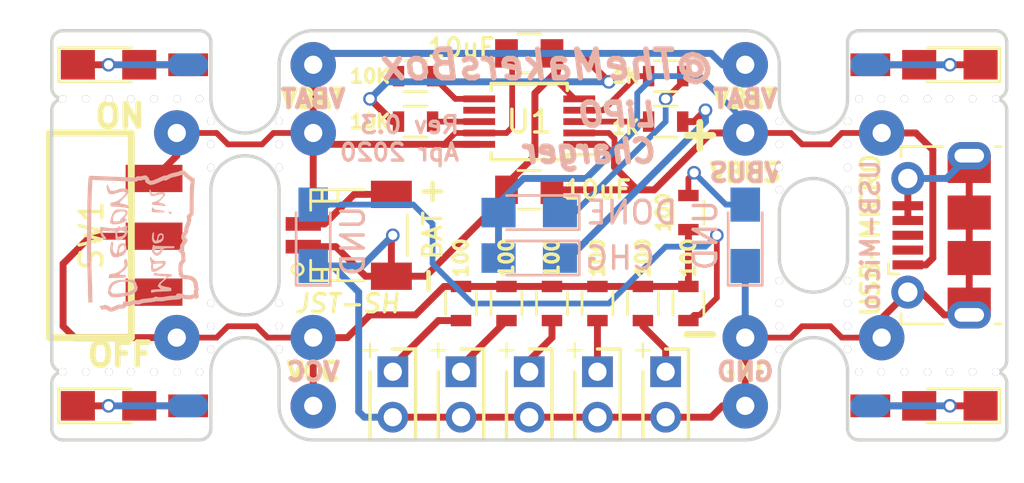
<source format=kicad_pcb>
(kicad_pcb (version 4) (host pcbnew 4.0.7)

  (general
    (links 73)
    (no_connects 0)
    (area 125.924999 93.924999 168.075001 112.075001)
    (thickness 1.6)
    (drawings 90)
    (tracks 214)
    (zones 0)
    (modules 71)
    (nets 30)
  )

  (page A)
  (title_block
    (title "Beetje 32U4 Blok")
    (date 2018-08-10)
    (rev 0.0)
    (company www.MakersBox.us)
    (comment 1 648.ken@gmail.com)
  )

  (layers
    (0 F.Cu signal)
    (31 B.Cu signal)
    (32 B.Adhes user)
    (33 F.Adhes user)
    (34 B.Paste user)
    (35 F.Paste user)
    (36 B.SilkS user)
    (37 F.SilkS user)
    (38 B.Mask user)
    (39 F.Mask user)
    (40 Dwgs.User user hide)
    (41 Cmts.User user)
    (42 Eco1.User user)
    (43 Eco2.User user)
    (44 Edge.Cuts user)
    (45 Margin user)
    (46 B.CrtYd user)
    (47 F.CrtYd user)
    (48 B.Fab user)
    (49 F.Fab user)
  )

  (setup
    (last_trace_width 0.3048)
    (user_trace_width 0.254)
    (user_trace_width 0.3048)
    (user_trace_width 0.4064)
    (user_trace_width 0.6096)
    (trace_clearance 0.2)
    (zone_clearance 0.508)
    (zone_45_only no)
    (trace_min 0.2)
    (segment_width 0.2)
    (edge_width 0.15)
    (via_size 0.6)
    (via_drill 0.4)
    (via_min_size 0.4)
    (via_min_drill 0.3)
    (uvia_size 0.3)
    (uvia_drill 0.1)
    (uvias_allowed no)
    (uvia_min_size 0.2)
    (uvia_min_drill 0.1)
    (pcb_text_width 0.3)
    (pcb_text_size 1.5 1.5)
    (mod_edge_width 0.15)
    (mod_text_size 1 1)
    (mod_text_width 0.15)
    (pad_size 2 2)
    (pad_drill 1.4)
    (pad_to_mask_clearance 0)
    (aux_axis_origin 0 0)
    (visible_elements 7FFFFFFF)
    (pcbplotparams
      (layerselection 0x00030_80000001)
      (usegerberextensions false)
      (excludeedgelayer true)
      (linewidth 0.100000)
      (plotframeref false)
      (viasonmask false)
      (mode 1)
      (useauxorigin false)
      (hpglpennumber 1)
      (hpglpenspeed 20)
      (hpglpendiameter 15)
      (hpglpenoverlay 2)
      (psnegative false)
      (psa4output false)
      (plotreference true)
      (plotvalue true)
      (plotinvisibletext false)
      (padsonsilk false)
      (subtractmaskfromsilk false)
      (outputformat 1)
      (mirror false)
      (drillshape 1)
      (scaleselection 1)
      (outputdirectory ""))
  )

  (net 0 "")
  (net 1 GND)
  (net 2 VBUS)
  (net 3 "Net-(R3-Pad1)")
  (net 4 "Net-(D2-Pad1)")
  (net 5 "Net-(D3-Pad1)")
  (net 6 "Net-(R2-Pad1)")
  (net 7 "Net-(R4-Pad1)")
  (net 8 "Net-(R5-Pad1)")
  (net 9 "Net-(D4-Pad2)")
  (net 10 "Net-(D5-Pad2)")
  (net 11 "Net-(J2-Pad2)")
  (net 12 "Net-(J2-Pad3)")
  (net 13 "Net-(J6-Pad1)")
  (net 14 "Net-(J1-Pad1)")
  (net 15 "Net-(J7-Pad1)")
  (net 16 "Net-(J8-Pad1)")
  (net 17 "Net-(J9-Pad1)")
  (net 18 "Net-(SW1-Pad3)")
  (net 19 "Net-(U1-Pad7)")
  (net 20 /VBAT)
  (net 21 VCC)
  (net 22 "Net-(D20-Pad1)")
  (net 23 "Net-(D20-Pad2)")
  (net 24 "Net-(D21-Pad1)")
  (net 25 "Net-(D21-Pad2)")
  (net 26 "Net-(D22-Pad1)")
  (net 27 "Net-(D22-Pad2)")
  (net 28 "Net-(D23-Pad1)")
  (net 29 "Net-(D23-Pad2)")

  (net_class Default "This is the default net class."
    (clearance 0.2)
    (trace_width 0.25)
    (via_dia 0.6)
    (via_drill 0.4)
    (uvia_dia 0.3)
    (uvia_drill 0.1)
    (add_net /VBAT)
    (add_net GND)
    (add_net "Net-(D2-Pad1)")
    (add_net "Net-(D20-Pad1)")
    (add_net "Net-(D20-Pad2)")
    (add_net "Net-(D21-Pad1)")
    (add_net "Net-(D21-Pad2)")
    (add_net "Net-(D22-Pad1)")
    (add_net "Net-(D22-Pad2)")
    (add_net "Net-(D23-Pad1)")
    (add_net "Net-(D23-Pad2)")
    (add_net "Net-(D3-Pad1)")
    (add_net "Net-(D4-Pad2)")
    (add_net "Net-(D5-Pad2)")
    (add_net "Net-(J1-Pad1)")
    (add_net "Net-(J2-Pad2)")
    (add_net "Net-(J2-Pad3)")
    (add_net "Net-(J6-Pad1)")
    (add_net "Net-(J7-Pad1)")
    (add_net "Net-(J8-Pad1)")
    (add_net "Net-(J9-Pad1)")
    (add_net "Net-(R2-Pad1)")
    (add_net "Net-(R3-Pad1)")
    (add_net "Net-(R4-Pad1)")
    (add_net "Net-(R5-Pad1)")
    (add_net "Net-(SW1-Pad3)")
    (add_net "Net-(U1-Pad7)")
    (add_net VBUS)
    (add_net VCC)
  )

  (module footprints:LED_0805_HandSoldering (layer F.Cu) (tedit 5ED28CBA) (tstamp 5ED28C7E)
    (at 128.5 110.5)
    (descr "Resistor SMD 0805, hand soldering")
    (tags "resistor 0805")
    (path /5ED36CA4)
    (attr smd)
    (fp_text reference D20 (at 0 -1.7) (layer F.SilkS) hide
      (effects (font (size 1 1) (thickness 0.15)))
    )
    (fp_text value LED (at -0.25 -1.75) (layer F.SilkS) hide
      (effects (font (size 1 1) (thickness 0.15)))
    )
    (fp_line (start -0.4 -0.4) (end -0.4 0.4) (layer F.Fab) (width 0.1))
    (fp_line (start -0.4 0) (end 0.2 -0.4) (layer F.Fab) (width 0.1))
    (fp_line (start 0.2 0.4) (end -0.4 0) (layer F.Fab) (width 0.1))
    (fp_line (start 0.2 -0.4) (end 0.2 0.4) (layer F.Fab) (width 0.1))
    (fp_line (start -1 0.62) (end -1 -0.62) (layer F.Fab) (width 0.1))
    (fp_line (start 1 0.62) (end -1 0.62) (layer F.Fab) (width 0.1))
    (fp_line (start 1 -0.62) (end 1 0.62) (layer F.Fab) (width 0.1))
    (fp_line (start -1 -0.62) (end 1 -0.62) (layer F.Fab) (width 0.1))
    (fp_line (start 1 0.75) (end -2.2 0.75) (layer F.SilkS) (width 0.12))
    (fp_line (start -2.2 -0.75) (end 1 -0.75) (layer F.SilkS) (width 0.12))
    (fp_line (start -2.35 -0.9) (end 2.35 -0.9) (layer F.CrtYd) (width 0.05))
    (fp_line (start -2.35 -0.9) (end -2.35 0.9) (layer F.CrtYd) (width 0.05))
    (fp_line (start 2.35 0.9) (end 2.35 -0.9) (layer F.CrtYd) (width 0.05))
    (fp_line (start 2.35 0.9) (end -2.35 0.9) (layer F.CrtYd) (width 0.05))
    (fp_line (start -2.2 -0.75) (end -2.2 0.75) (layer F.SilkS) (width 0.12))
    (pad 1 smd rect (at -1.35 0) (size 1.5 1.3) (layers F.Cu F.Paste F.Mask)
      (net 22 "Net-(D20-Pad1)"))
    (pad 2 smd rect (at 1.35 0) (size 1.5 1.3) (layers F.Cu F.Paste F.Mask)
      (net 23 "Net-(D20-Pad2)"))
    (model ${KISYS3DMOD}/LEDs.3dshapes/LED_0805.wrl
      (at (xyz 0 0 0))
      (scale (xyz 1 1 1))
      (rotate (xyz 0 0 0))
    )
  )

  (module footprints:MOUSEBITE (layer F.Cu) (tedit 5EA9EB36) (tstamp 5ED14D69)
    (at 133 107 90)
    (descr "module 1 pin (ou trou mecanique de percage)")
    (tags DEV)
    (fp_text reference REF** (at 0 0 90) (layer F.SilkS) hide
      (effects (font (size 0.254 0.254) (thickness 0.0254)))
    )
    (fp_text value 1pin (at 0.254 0 90) (layer F.Fab)
      (effects (font (size 0.254 0.254) (thickness 0.0254)))
    )
    (pad 1 thru_hole circle (at -1.016 0 90) (size 0.3302 0.3302) (drill 0.3302) (layers *.Cu *.Mask))
    (pad 1 thru_hole circle (at 1.016 0 90) (size 0.3302 0.3302) (drill 0.3302) (layers *.Cu *.Mask))
    (pad 1 thru_hole circle (at 0 0 90) (size 0.3302 0.3302) (drill 0.3302) (layers *.Cu *.Mask))
  )

  (module footprints:MOUSEBITE (layer F.Cu) (tedit 5EA9EB36) (tstamp 5ED14D62)
    (at 136 107 90)
    (descr "module 1 pin (ou trou mecanique de percage)")
    (tags DEV)
    (fp_text reference REF** (at 0 0 90) (layer F.SilkS) hide
      (effects (font (size 0.254 0.254) (thickness 0.0254)))
    )
    (fp_text value 1pin (at 0.254 0 90) (layer F.Fab)
      (effects (font (size 0.254 0.254) (thickness 0.0254)))
    )
    (pad 1 thru_hole circle (at -1.016 0 90) (size 0.3302 0.3302) (drill 0.3302) (layers *.Cu *.Mask))
    (pad 1 thru_hole circle (at 1.016 0 90) (size 0.3302 0.3302) (drill 0.3302) (layers *.Cu *.Mask))
    (pad 1 thru_hole circle (at 0 0 90) (size 0.3302 0.3302) (drill 0.3302) (layers *.Cu *.Mask))
  )

  (module footprints:MOUSEBITE (layer F.Cu) (tedit 5EA9EB36) (tstamp 5ED14D5B)
    (at 136 99 90)
    (descr "module 1 pin (ou trou mecanique de percage)")
    (tags DEV)
    (fp_text reference REF** (at 0 0 90) (layer F.SilkS) hide
      (effects (font (size 0.254 0.254) (thickness 0.0254)))
    )
    (fp_text value 1pin (at 0.254 0 90) (layer F.Fab)
      (effects (font (size 0.254 0.254) (thickness 0.0254)))
    )
    (pad 1 thru_hole circle (at -1.016 0 90) (size 0.3302 0.3302) (drill 0.3302) (layers *.Cu *.Mask))
    (pad 1 thru_hole circle (at 1.016 0 90) (size 0.3302 0.3302) (drill 0.3302) (layers *.Cu *.Mask))
    (pad 1 thru_hole circle (at 0 0 90) (size 0.3302 0.3302) (drill 0.3302) (layers *.Cu *.Mask))
  )

  (module footprints:MOUSEBITE (layer F.Cu) (tedit 5EA9EB36) (tstamp 5ED14D54)
    (at 133 99 90)
    (descr "module 1 pin (ou trou mecanique de percage)")
    (tags DEV)
    (fp_text reference REF** (at 0 0 90) (layer F.SilkS) hide
      (effects (font (size 0.254 0.254) (thickness 0.0254)))
    )
    (fp_text value 1pin (at 0.254 0 90) (layer F.Fab)
      (effects (font (size 0.254 0.254) (thickness 0.0254)))
    )
    (pad 1 thru_hole circle (at -1.016 0 90) (size 0.3302 0.3302) (drill 0.3302) (layers *.Cu *.Mask))
    (pad 1 thru_hole circle (at 1.016 0 90) (size 0.3302 0.3302) (drill 0.3302) (layers *.Cu *.Mask))
    (pad 1 thru_hole circle (at 0 0 90) (size 0.3302 0.3302) (drill 0.3302) (layers *.Cu *.Mask))
  )

  (module footprints:SPST_SMD (layer F.Cu) (tedit 5EA9FA58) (tstamp 5EA8B242)
    (at 130.5 103 270)
    (descr "Through hole pin header")
    (tags "pin header")
    (path /5B9534D5)
    (fp_text reference SW1 (at 0 2.75 270) (layer F.SilkS)
      (effects (font (size 1 1) (thickness 0.15)))
    )
    (fp_text value SW_SPDT (at 0.1 0 270) (layer F.Fab)
      (effects (font (size 1 1) (thickness 0.15)))
    )
    (fp_line (start -1 6.7) (end -0.5 6.7) (layer F.Fab) (width 0.15))
    (fp_line (start -0.5 6.7) (end -0.5 4.7) (layer F.Fab) (width 0.15))
    (fp_line (start -2 6.7) (end -1 6.7) (layer F.Fab) (width 0.15))
    (fp_line (start -2 4.7) (end -2 6.7) (layer F.Fab) (width 0.15))
    (fp_line (start -4.5 4.6) (end 4.5 4.6) (layer F.SilkS) (width 0.3048))
    (fp_line (start 4.5 1) (end 4.5 4.6) (layer F.SilkS) (width 0.3048))
    (fp_line (start -4.5 1) (end -4.5 4.6) (layer F.SilkS) (width 0.3048))
    (fp_line (start -4.5 1) (end 4.5 1) (layer F.SilkS) (width 0.3048))
    (fp_text user JS102011SAQN (at 0 1.7 270) (layer F.Fab)
      (effects (font (size 0.8 0.8) (thickness 0.1)))
    )
    (pad "" np_thru_hole circle (at 3.4 2.75 270) (size 0.9 0.9) (drill 0.9) (layers *.Cu *.Mask))
    (pad 1 smd rect (at -2.5 0 270) (size 1.2 2.5) (layers F.Cu F.Paste F.Mask)
      (net 20 /VBAT))
    (pad 2 smd rect (at 0.04 0 270) (size 1.2 2.5) (layers F.Cu F.Paste F.Mask)
      (net 21 VCC))
    (pad 3 smd rect (at 2.5 0 270) (size 1.2 2.5) (layers F.Cu F.Paste F.Mask)
      (net 18 "Net-(SW1-Pad3)"))
    (pad "" np_thru_hole circle (at -3.4 2.75 270) (size 0.9 0.9) (drill 0.9) (layers *.Cu *.Mask))
    (model Pin_Headers.3dshapes/Pin_Header_Straight_2x06.wrl
      (at (xyz 0.05 -0.25 0))
      (scale (xyz 1 1 1))
      (rotate (xyz 0 0 90))
    )
  )

  (module footprints:MadeInOregonRev25 (layer F.Cu) (tedit 5B7EDC1C) (tstamp 5B7740E4)
    (at 130 103.25 270)
    (fp_text reference VAL (at 0 0 270) (layer F.SilkS) hide
      (effects (font (size 1.143 1.143) (thickness 0.1778)))
    )
    (fp_text value MadeInOregonRev25 (at 0 0 270) (layer F.SilkS) hide
      (effects (font (size 0.5 0.5) (thickness 0.125)))
    )
    (fp_poly (pts (xy -3.09626 -1.76022) (xy -3.09626 -1.72212) (xy -3.09372 -1.69672) (xy -3.09118 -1.67386)
      (xy -3.0861 -1.65608) (xy -3.07594 -1.63576) (xy -3.0734 -1.62814) (xy -3.0607 -1.6002)
      (xy -3.05054 -1.5748) (xy -3.04038 -1.54432) (xy -3.03022 -1.50876) (xy -3.02006 -1.46304)
      (xy -3.00736 -1.4097) (xy -3.00228 -1.39192) (xy -2.98704 -1.31826) (xy -2.96926 -1.2573)
      (xy -2.95402 -1.20396) (xy -2.9337 -1.15824) (xy -2.91338 -1.1176) (xy -2.91338 -1.74752)
      (xy -2.91338 -1.76276) (xy -2.91084 -1.77546) (xy -2.90322 -1.78816) (xy -2.89052 -1.8034)
      (xy -2.86766 -1.82118) (xy -2.8575 -1.83134) (xy -2.82956 -1.8542) (xy -2.80416 -1.8796)
      (xy -2.78638 -1.90246) (xy -2.77876 -1.91008) (xy -2.76606 -1.92786) (xy -2.74574 -1.95326)
      (xy -2.72034 -1.98374) (xy -2.69494 -2.01422) (xy -2.6924 -2.01676) (xy -2.66954 -2.0447)
      (xy -2.64922 -2.0701) (xy -2.63652 -2.08788) (xy -2.6289 -2.09804) (xy -2.6289 -2.10058)
      (xy -2.62382 -2.10566) (xy -2.60604 -2.10566) (xy -2.58064 -2.10566) (xy -2.55016 -2.10058)
      (xy -2.51968 -2.0955) (xy -2.50952 -2.09296) (xy -2.49682 -2.09042) (xy -2.48412 -2.08534)
      (xy -2.46888 -2.08534) (xy -2.4511 -2.0828) (xy -2.4257 -2.08026) (xy -2.39268 -2.07772)
      (xy -2.35458 -2.07772) (xy -2.30632 -2.07518) (xy -2.2479 -2.07518) (xy -2.17678 -2.07264)
      (xy -2.09296 -2.0701) (xy -2.03962 -2.0701) (xy -1.95326 -2.06756) (xy -1.8669 -2.06756)
      (xy -1.78054 -2.06502) (xy -1.69672 -2.06502) (xy -1.61798 -2.06248) (xy -1.54686 -2.06248)
      (xy -1.48336 -2.06248) (xy -1.4351 -2.06248) (xy -1.4224 -2.06248) (xy -1.22936 -2.06248)
      (xy -1.1684 -2.00152) (xy -1.10744 -1.9431) (xy -1.0668 -1.9431) (xy -1.03886 -1.9431)
      (xy -1.0033 -1.94564) (xy -0.97536 -1.95072) (xy -0.94234 -1.95326) (xy -0.91186 -1.95072)
      (xy -0.87884 -1.94564) (xy -0.8382 -1.93548) (xy -0.79248 -1.9177) (xy -0.7366 -1.89484)
      (xy -0.72136 -1.88976) (xy -0.67818 -1.86944) (xy -0.64516 -1.85674) (xy -0.61722 -1.84912)
      (xy -0.59182 -1.84404) (xy -0.56388 -1.83896) (xy -0.5461 -1.83642) (xy -0.50038 -1.83134)
      (xy -0.46482 -1.82626) (xy -0.43688 -1.81864) (xy -0.41656 -1.80848) (xy -0.39624 -1.79578)
      (xy -0.37592 -1.77546) (xy -0.37338 -1.77292) (xy -0.35052 -1.7526) (xy -0.32512 -1.73482)
      (xy -0.30734 -1.72212) (xy -0.30734 -1.72212) (xy -0.28702 -1.71704) (xy -0.25654 -1.71196)
      (xy -0.22098 -1.70434) (xy -0.18288 -1.7018) (xy -0.14986 -1.69672) (xy -0.12446 -1.69672)
      (xy -0.10922 -1.69926) (xy -0.09652 -1.70688) (xy -0.07366 -1.71958) (xy -0.05334 -1.73736)
      (xy -0.03048 -1.75768) (xy -0.01524 -1.7653) (xy -0.00508 -1.76784) (xy 0 -1.7653)
      (xy 0.01016 -1.75768) (xy 0.03048 -1.74498) (xy 0.05842 -1.7272) (xy 0.0889 -1.70688)
      (xy 0.09652 -1.7018) (xy 0.18288 -1.64846) (xy 0.25908 -1.64592) (xy 0.29464 -1.64338)
      (xy 0.3175 -1.64084) (xy 0.3302 -1.6383) (xy 0.34036 -1.63322) (xy 0.34544 -1.6256)
      (xy 0.34798 -1.62052) (xy 0.3683 -1.59766) (xy 0.39624 -1.58242) (xy 0.42672 -1.5748)
      (xy 0.4318 -1.5748) (xy 0.45974 -1.58242) (xy 0.48768 -1.6002) (xy 0.51562 -1.63068)
      (xy 0.52578 -1.64338) (xy 0.53848 -1.65608) (xy 0.5461 -1.66624) (xy 0.55626 -1.67386)
      (xy 0.56896 -1.68148) (xy 0.58928 -1.68402) (xy 0.61468 -1.6891) (xy 0.65278 -1.69418)
      (xy 0.70104 -1.69672) (xy 0.71628 -1.69926) (xy 0.8255 -1.70942) (xy 0.85598 -1.68148)
      (xy 0.89154 -1.64846) (xy 0.9271 -1.62306) (xy 0.95758 -1.60274) (xy 0.96774 -1.59766)
      (xy 0.9906 -1.59258) (xy 1.02362 -1.5875) (xy 1.0668 -1.58242) (xy 1.11252 -1.57734)
      (xy 1.16332 -1.57226) (xy 1.21158 -1.56972) (xy 1.2573 -1.56972) (xy 1.25984 -1.56972)
      (xy 1.3081 -1.56972) (xy 1.35128 -1.5748) (xy 1.39446 -1.57988) (xy 1.44272 -1.59004)
      (xy 1.48844 -1.6002) (xy 1.52146 -1.61036) (xy 1.54686 -1.62306) (xy 1.56972 -1.63576)
      (xy 1.59258 -1.65608) (xy 1.61798 -1.68148) (xy 1.63576 -1.7018) (xy 1.651 -1.72212)
      (xy 1.65862 -1.74498) (xy 1.66624 -1.77292) (xy 1.67386 -1.80848) (xy 1.6764 -1.85166)
      (xy 1.68148 -1.90246) (xy 1.6891 -1.9812) (xy 1.7018 -2.04978) (xy 1.72212 -2.10566)
      (xy 1.74752 -2.15138) (xy 1.75006 -2.15646) (xy 1.77546 -2.18186) (xy 1.81356 -2.2098)
      (xy 1.82626 -2.21742) (xy 1.8542 -2.23012) (xy 1.87706 -2.24028) (xy 1.89484 -2.24282)
      (xy 1.9177 -2.24282) (xy 1.92024 -2.24282) (xy 1.95834 -2.24282) (xy 2.00152 -2.25044)
      (xy 2.032 -2.25806) (xy 2.0701 -2.27076) (xy 2.09804 -2.27584) (xy 2.11582 -2.27838)
      (xy 2.13106 -2.2733) (xy 2.1463 -2.26822) (xy 2.15392 -2.26314) (xy 2.1844 -2.2479)
      (xy 2.22758 -2.24282) (xy 2.27584 -2.2479) (xy 2.29108 -2.25298) (xy 2.31394 -2.25806)
      (xy 2.33426 -2.26314) (xy 2.34188 -2.26314) (xy 2.34188 -2.25806) (xy 2.34442 -2.23774)
      (xy 2.34442 -2.21488) (xy 2.34442 -2.21234) (xy 2.34442 -2.1844) (xy 2.34696 -2.16408)
      (xy 2.35204 -2.1463) (xy 2.36474 -2.12852) (xy 2.3876 -2.0955) (xy 2.37998 -1.97612)
      (xy 2.37744 -1.9304) (xy 2.37236 -1.89738) (xy 2.36982 -1.87198) (xy 2.36474 -1.8542)
      (xy 2.35966 -1.83896) (xy 2.35204 -1.82372) (xy 2.34696 -1.8161) (xy 2.33172 -1.78562)
      (xy 2.3241 -1.75768) (xy 2.3241 -1.73736) (xy 2.32156 -1.70942) (xy 2.31902 -1.68656)
      (xy 2.31648 -1.67894) (xy 2.31394 -1.66116) (xy 2.30886 -1.63576) (xy 2.30886 -1.60274)
      (xy 2.30886 -1.59004) (xy 2.30886 -1.55702) (xy 2.30886 -1.5367) (xy 2.31394 -1.52146)
      (xy 2.32156 -1.5113) (xy 2.33172 -1.4986) (xy 2.33426 -1.49606) (xy 2.35458 -1.48082)
      (xy 2.3749 -1.4732) (xy 2.37744 -1.47066) (xy 2.3876 -1.47066) (xy 2.39268 -1.46558)
      (xy 2.39776 -1.45034) (xy 2.4003 -1.42494) (xy 2.40284 -1.39192) (xy 2.40538 -1.35382)
      (xy 2.40538 -1.33096) (xy 2.40792 -1.28778) (xy 2.413 -1.2319) (xy 2.42062 -1.16078)
      (xy 2.43332 -1.07442) (xy 2.4511 -0.97536) (xy 2.4511 -0.96774) (xy 2.45872 -0.92456)
      (xy 2.4638 -0.88392) (xy 2.46888 -0.85344) (xy 2.47142 -0.83058) (xy 2.47396 -0.82296)
      (xy 2.47396 -0.81026) (xy 2.47142 -0.7874) (xy 2.47142 -0.75692) (xy 2.46888 -0.72644)
      (xy 2.46888 -0.69342) (xy 2.46634 -0.66294) (xy 2.4638 -0.64262) (xy 2.46126 -0.635)
      (xy 2.4511 -0.6096) (xy 2.44856 -0.57912) (xy 2.4511 -0.54864) (xy 2.46126 -0.52324)
      (xy 2.4765 -0.51054) (xy 2.48412 -0.49784) (xy 2.49174 -0.47244) (xy 2.5019 -0.4318)
      (xy 2.50952 -0.37592) (xy 2.51968 -0.30734) (xy 2.5273 -0.2286) (xy 2.53238 -0.16764)
      (xy 2.53746 -0.1143) (xy 2.54254 -0.0635) (xy 2.54762 -0.02032) (xy 2.5527 0.01524)
      (xy 2.55524 0.04064) (xy 2.55778 0.05334) (xy 2.56794 0.07366) (xy 2.5781 0.1016)
      (xy 2.58826 0.127) (xy 2.59588 0.14732) (xy 2.6035 0.16256) (xy 2.60604 0.18034)
      (xy 2.60858 0.20066) (xy 2.60858 0.22606) (xy 2.60604 0.25908) (xy 2.6035 0.3048)
      (xy 2.6035 0.32512) (xy 2.60096 0.37084) (xy 2.60096 0.4064) (xy 2.60604 0.43434)
      (xy 2.61366 0.45974) (xy 2.62636 0.48768) (xy 2.64668 0.5207) (xy 2.66446 0.5588)
      (xy 2.67462 0.58674) (xy 2.6797 0.61468) (xy 2.67462 0.64262) (xy 2.66446 0.68072)
      (xy 2.65938 0.69088) (xy 2.64668 0.72898) (xy 2.63906 0.75946) (xy 2.63906 0.77978)
      (xy 2.6416 0.79756) (xy 2.64922 0.8128) (xy 2.64922 0.81534) (xy 2.66446 0.83058)
      (xy 2.68986 0.84836) (xy 2.72034 0.86614) (xy 2.75336 0.87884) (xy 2.77368 0.88646)
      (xy 2.794 0.89154) (xy 2.794 0.98044) (xy 2.794 1.07188) (xy 2.82448 1.13538)
      (xy 2.8575 1.20396) (xy 2.8829 1.26238) (xy 2.90322 1.31064) (xy 2.91592 1.3462)
      (xy 2.921 1.36652) (xy 2.92354 1.3843) (xy 2.92354 1.39954) (xy 2.91592 1.41478)
      (xy 2.90068 1.4351) (xy 2.90068 1.43764) (xy 2.87274 1.47828) (xy 2.84988 1.51638)
      (xy 2.8321 1.5621) (xy 2.82448 1.59004) (xy 2.80924 1.64338) (xy 2.8321 1.74244)
      (xy 2.84734 1.80848) (xy 2.85496 1.86182) (xy 2.86004 1.90754) (xy 2.86004 1.94818)
      (xy 2.85242 1.98628) (xy 2.84226 2.02438) (xy 2.84226 2.02438) (xy 2.82702 2.06756)
      (xy 2.81432 2.10566) (xy 2.79908 2.13868) (xy 2.78892 2.16154) (xy 2.77876 2.1717)
      (xy 2.77876 2.17424) (xy 2.7686 2.17678) (xy 2.74828 2.1844) (xy 2.74066 2.18948)
      (xy 2.7178 2.1971) (xy 2.68224 2.20472) (xy 2.63398 2.2098) (xy 2.57302 2.21234)
      (xy 2.49682 2.21488) (xy 2.40792 2.21742) (xy 2.30632 2.21742) (xy 2.29616 2.21742)
      (xy 2.24028 2.21996) (xy 2.17424 2.21996) (xy 2.10058 2.2225) (xy 2.02184 2.2225)
      (xy 1.9431 2.22504) (xy 1.86944 2.23012) (xy 1.84912 2.23012) (xy 1.6129 2.23774)
      (xy 1.38684 2.2479) (xy 1.16332 2.25298) (xy 0.9398 2.25806) (xy 0.71882 2.26314)
      (xy 0.4953 2.26568) (xy 0.26924 2.26822) (xy 0.03556 2.26822) (xy -0.2032 2.26822)
      (xy -0.45466 2.26822) (xy -0.71628 2.26568) (xy -0.84836 2.26314) (xy -1.03378 2.2606)
      (xy -1.20396 2.25806) (xy -1.36144 2.25552) (xy -1.50622 2.25298) (xy -1.64084 2.25044)
      (xy -1.7653 2.2479) (xy -1.88214 2.24536) (xy -1.98882 2.24282) (xy -2.08788 2.23774)
      (xy -2.17932 2.2352) (xy -2.26822 2.23266) (xy -2.35204 2.22758) (xy -2.39776 2.22504)
      (xy -2.46126 2.2225) (xy -2.51968 2.21742) (xy -2.57302 2.21488) (xy -2.61874 2.21234)
      (xy -2.65176 2.2098) (xy -2.67462 2.2098) (xy -2.68732 2.2098) (xy -2.68732 2.2098)
      (xy -2.68732 2.20218) (xy -2.68478 2.17932) (xy -2.68478 2.1463) (xy -2.68224 2.09804)
      (xy -2.6797 2.03962) (xy -2.67716 1.97104) (xy -2.67208 1.8923) (xy -2.66954 1.80594)
      (xy -2.66446 1.70942) (xy -2.65938 1.60782) (xy -2.65684 1.50114) (xy -2.65176 1.38684)
      (xy -2.64414 1.27) (xy -2.64414 1.25476) (xy -2.63906 1.11506) (xy -2.63398 0.98806)
      (xy -2.6289 0.87376) (xy -2.62382 0.77216) (xy -2.61874 0.68326) (xy -2.6162 0.60452)
      (xy -2.61366 0.53848) (xy -2.61112 0.47752) (xy -2.61112 0.42926) (xy -2.61112 0.38608)
      (xy -2.61112 0.35306) (xy -2.61112 0.32258) (xy -2.61112 0.29972) (xy -2.61366 0.28194)
      (xy -2.6162 0.2667) (xy -2.61874 0.25654) (xy -2.62128 0.24638) (xy -2.62636 0.23876)
      (xy -2.63144 0.23368) (xy -2.63652 0.22606) (xy -2.6416 0.21844) (xy -2.6543 0.2032)
      (xy -2.66192 0.18796) (xy -2.66446 0.17272) (xy -2.66192 0.14732) (xy -2.66192 0.13716)
      (xy -2.66192 0.1016) (xy -2.66446 0.06858) (xy -2.67462 0.02794) (xy -2.67462 0.0254)
      (xy -2.68732 -0.01778) (xy -2.69494 -0.04826) (xy -2.69748 -0.07112) (xy -2.69748 -0.08382)
      (xy -2.69494 -0.09398) (xy -2.68732 -0.09906) (xy -2.68732 -0.1016) (xy -2.66954 -0.10668)
      (xy -2.64668 -0.1143) (xy -2.63652 -0.1143) (xy -2.60858 -0.12192) (xy -2.58572 -0.13208)
      (xy -2.5654 -0.14732) (xy -2.54762 -0.17018) (xy -2.52476 -0.20574) (xy -2.50698 -0.2413)
      (xy -2.4638 -0.3302) (xy -2.47142 -0.40894) (xy -2.4765 -0.43942) (xy -2.48158 -0.46736)
      (xy -2.4892 -0.49276) (xy -2.49682 -0.5207) (xy -2.50952 -0.55626) (xy -2.52984 -0.59944)
      (xy -2.53492 -0.61214) (xy -2.55524 -0.66294) (xy -2.5781 -0.71374) (xy -2.60096 -0.76708)
      (xy -2.62128 -0.8128) (xy -2.63144 -0.83058) (xy -2.64668 -0.86868) (xy -2.65938 -0.89662)
      (xy -2.667 -0.91694) (xy -2.66954 -0.92964) (xy -2.667 -0.9398) (xy -2.667 -0.94996)
      (xy -2.65938 -0.97536) (xy -2.65938 -1.00584) (xy -2.66954 -1.03886) (xy -2.68732 -1.0795)
      (xy -2.71272 -1.12776) (xy -2.71526 -1.1303) (xy -2.73812 -1.17094) (xy -2.75844 -1.2065)
      (xy -2.77368 -1.23698) (xy -2.78384 -1.26746) (xy -2.79654 -1.30048) (xy -2.8067 -1.34112)
      (xy -2.81686 -1.38684) (xy -2.82702 -1.43256) (xy -2.84226 -1.49606) (xy -2.85496 -1.54686)
      (xy -2.86512 -1.5875) (xy -2.87528 -1.62052) (xy -2.88544 -1.64846) (xy -2.89306 -1.67132)
      (xy -2.90068 -1.68148) (xy -2.9083 -1.70942) (xy -2.91338 -1.7399) (xy -2.91338 -1.74752)
      (xy -2.91338 -1.1176) (xy -2.91084 -1.11506) (xy -2.90576 -1.09982) (xy -2.88798 -1.07188)
      (xy -2.87782 -1.04902) (xy -2.87274 -1.03632) (xy -2.87274 -1.02616) (xy -2.87782 -1.016)
      (xy -2.88036 -0.99822) (xy -2.8829 -0.98044) (xy -2.87782 -0.95758) (xy -2.8702 -0.92964)
      (xy -2.85496 -0.89408) (xy -2.83464 -0.84582) (xy -2.8194 -0.81534) (xy -2.78384 -0.73406)
      (xy -2.74828 -0.65786) (xy -2.72034 -0.58928) (xy -2.69494 -0.52832) (xy -2.67462 -0.47752)
      (xy -2.66192 -0.43688) (xy -2.6543 -0.40894) (xy -2.6543 -0.4064) (xy -2.64922 -0.37846)
      (xy -2.65176 -0.36068) (xy -2.65684 -0.34036) (xy -2.66446 -0.32766) (xy -2.67462 -0.30734)
      (xy -2.68732 -0.29464) (xy -2.70256 -0.28702) (xy -2.72542 -0.28194) (xy -2.73812 -0.2794)
      (xy -2.75336 -0.27686) (xy -2.77114 -0.2667) (xy -2.78892 -0.25146) (xy -2.81686 -0.22606)
      (xy -2.82448 -0.2159) (xy -2.84988 -0.1905) (xy -2.86766 -0.17272) (xy -2.87782 -0.16002)
      (xy -2.8829 -0.14732) (xy -2.8829 -0.13208) (xy -2.8829 -0.12192) (xy -2.88036 -0.06858)
      (xy -2.86766 -0.00762) (xy -2.85242 0.05588) (xy -2.8448 0.08382) (xy -2.84226 0.10668)
      (xy -2.84226 0.12954) (xy -2.8448 0.16002) (xy -2.84734 0.1651) (xy -2.84988 0.19812)
      (xy -2.84988 0.22606) (xy -2.84226 0.24892) (xy -2.82448 0.27686) (xy -2.8067 0.29972)
      (xy -2.78384 0.32766) (xy -2.82702 1.3081) (xy -2.8321 1.42748) (xy -2.83718 1.54432)
      (xy -2.84226 1.65608) (xy -2.84734 1.76276) (xy -2.84988 1.86182) (xy -2.85496 1.95326)
      (xy -2.8575 2.03708) (xy -2.86004 2.11074) (xy -2.86258 2.17424) (xy -2.86512 2.22758)
      (xy -2.86512 2.26822) (xy -2.86512 2.29616) (xy -2.86512 2.3114) (xy -2.86512 2.3114)
      (xy -2.85496 2.3368) (xy -2.83464 2.35966) (xy -2.81178 2.3749) (xy -2.8067 2.37744)
      (xy -2.794 2.37998) (xy -2.76606 2.38252) (xy -2.72796 2.38506) (xy -2.6797 2.39014)
      (xy -2.62128 2.39268) (xy -2.55778 2.39776) (xy -2.48412 2.4003) (xy -2.40792 2.40538)
      (xy -2.32664 2.40792) (xy -2.24536 2.413) (xy -2.16154 2.41554) (xy -2.08026 2.41808)
      (xy -1.99898 2.42062) (xy -1.92278 2.42316) (xy -1.85166 2.4257) (xy -1.80848 2.42824)
      (xy -1.74752 2.42824) (xy -1.67386 2.43078) (xy -1.59004 2.43078) (xy -1.4986 2.43332)
      (xy -1.397 2.43586) (xy -1.29032 2.43586) (xy -1.1811 2.4384) (xy -1.0668 2.4384)
      (xy -0.95504 2.44094) (xy -0.84582 2.44348) (xy -0.80264 2.44348) (xy -0.70104 2.44348)
      (xy -0.59944 2.44602) (xy -0.50038 2.44602) (xy -0.40386 2.44856) (xy -0.31496 2.44856)
      (xy -0.23114 2.44856) (xy -0.15748 2.4511) (xy -0.09398 2.4511) (xy -0.04064 2.4511)
      (xy 0 2.4511) (xy 0.02286 2.4511) (xy 0.05842 2.4511) (xy 0.10922 2.4511)
      (xy 0.17018 2.4511) (xy 0.2413 2.4511) (xy 0.3175 2.4511) (xy 0.39878 2.44856)
      (xy 0.4826 2.44856) (xy 0.56642 2.44602) (xy 0.60198 2.44602) (xy 0.75692 2.44348)
      (xy 0.90678 2.4384) (xy 1.0541 2.43586) (xy 1.1938 2.43078) (xy 1.32588 2.42824)
      (xy 1.45034 2.42316) (xy 1.56464 2.42062) (xy 1.66624 2.41808) (xy 1.7526 2.413)
      (xy 1.77038 2.413) (xy 1.82626 2.41046) (xy 1.8923 2.40792) (xy 1.96342 2.40792)
      (xy 2.03454 2.40538) (xy 2.10312 2.40538) (xy 2.12852 2.40538) (xy 2.19456 2.40538)
      (xy 2.26822 2.40284) (xy 2.3495 2.40284) (xy 2.42824 2.39776) (xy 2.50444 2.39522)
      (xy 2.54254 2.39522) (xy 2.75844 2.38252) (xy 2.82956 2.3495) (xy 2.86258 2.33172)
      (xy 2.88798 2.31902) (xy 2.90576 2.30632) (xy 2.91084 2.30124) (xy 2.92608 2.28092)
      (xy 2.94132 2.25044) (xy 2.96164 2.2098) (xy 2.97942 2.16662) (xy 2.9972 2.12344)
      (xy 3.01244 2.08534) (xy 3.02514 2.0447) (xy 3.03276 2.01168) (xy 3.03784 1.98628)
      (xy 3.04038 1.9558) (xy 3.04038 1.93548) (xy 3.0353 1.86182) (xy 3.0226 1.778)
      (xy 3.00736 1.70434) (xy 2.99974 1.66878) (xy 2.99974 1.64084) (xy 3.00736 1.61036)
      (xy 3.0226 1.57734) (xy 3.04546 1.53924) (xy 3.0607 1.52146) (xy 3.08356 1.4859)
      (xy 3.0988 1.4605) (xy 3.10642 1.4351) (xy 3.10896 1.4097) (xy 3.10642 1.37668)
      (xy 3.0988 1.33858) (xy 3.09118 1.3081) (xy 3.07848 1.26746) (xy 3.0607 1.22174)
      (xy 3.04038 1.1684) (xy 3.01498 1.1176) (xy 2.99466 1.07442) (xy 2.98704 1.05664)
      (xy 2.97942 1.0414) (xy 2.97688 1.02362) (xy 2.97434 1.0033) (xy 2.97434 0.97282)
      (xy 2.97434 0.93218) (xy 2.97434 0.9271) (xy 2.9718 0.87884) (xy 2.96926 0.8382)
      (xy 2.96418 0.81026) (xy 2.95148 0.7874) (xy 2.9337 0.76708) (xy 2.90576 0.7493)
      (xy 2.86766 0.72898) (xy 2.84734 0.71882) (xy 2.84734 0.7112) (xy 2.84988 0.69342)
      (xy 2.85496 0.66802) (xy 2.8575 0.6604) (xy 2.86258 0.61468) (xy 2.86258 0.5842)
      (xy 2.86258 0.57658) (xy 2.84988 0.5334) (xy 2.82956 0.48768) (xy 2.8067 0.44196)
      (xy 2.79908 0.42926) (xy 2.79146 0.41656) (xy 2.78638 0.40386) (xy 2.7813 0.38862)
      (xy 2.7813 0.37084) (xy 2.7813 0.34798) (xy 2.7813 0.3175) (xy 2.78638 0.27432)
      (xy 2.79146 0.22098) (xy 2.79146 0.21844) (xy 2.79146 0.19304) (xy 2.79146 0.16764)
      (xy 2.78384 0.1397) (xy 2.77622 0.11176) (xy 2.76352 0.07874) (xy 2.75336 0.04826)
      (xy 2.7432 0.0254) (xy 2.74066 0.02032) (xy 2.73558 0.00762) (xy 2.7305 -0.0127)
      (xy 2.72796 -0.04064) (xy 2.72288 -0.07874) (xy 2.7178 -0.12954) (xy 2.71272 -0.1905)
      (xy 2.7051 -0.25908) (xy 2.69748 -0.32512) (xy 2.68986 -0.38862) (xy 2.6797 -0.44958)
      (xy 2.67208 -0.50292) (xy 2.66446 -0.5461) (xy 2.6543 -0.57658) (xy 2.65176 -0.58674)
      (xy 2.65176 -0.60452) (xy 2.6543 -0.6223) (xy 2.65684 -0.6477) (xy 2.65176 -0.68326)
      (xy 2.65176 -0.68326) (xy 2.64668 -0.71628) (xy 2.64922 -0.75184) (xy 2.65176 -0.76962)
      (xy 2.6543 -0.79248) (xy 2.65684 -0.8128) (xy 2.6543 -0.83566) (xy 2.65176 -0.8636)
      (xy 2.64414 -0.90424) (xy 2.6416 -0.91948) (xy 2.62382 -1.01346) (xy 2.61112 -1.09982)
      (xy 2.60096 -1.1811) (xy 2.59334 -1.26238) (xy 2.58572 -1.35128) (xy 2.58064 -1.42748)
      (xy 2.5781 -1.49352) (xy 2.57302 -1.54432) (xy 2.57048 -1.58496) (xy 2.5654 -1.61544)
      (xy 2.56286 -1.6383) (xy 2.55524 -1.65608) (xy 2.54762 -1.66878) (xy 2.53746 -1.6764)
      (xy 2.52984 -1.68402) (xy 2.51714 -1.69418) (xy 2.51206 -1.70688) (xy 2.5146 -1.72466)
      (xy 2.52222 -1.75006) (xy 2.53238 -1.77546) (xy 2.53238 -1.77546) (xy 2.54 -1.78816)
      (xy 2.54254 -1.79832) (xy 2.54762 -1.81102) (xy 2.55016 -1.8288) (xy 2.5527 -1.85166)
      (xy 2.55524 -1.88214) (xy 2.55778 -1.92532) (xy 2.56286 -1.97866) (xy 2.56286 -2.0066)
      (xy 2.57302 -2.159) (xy 2.54762 -2.18948) (xy 2.52222 -2.21996) (xy 2.52984 -2.29616)
      (xy 2.53238 -2.34442) (xy 2.53238 -2.37998) (xy 2.52984 -2.40538) (xy 2.51968 -2.4257)
      (xy 2.50698 -2.44094) (xy 2.50444 -2.44348) (xy 2.4892 -2.45618) (xy 2.47142 -2.46126)
      (xy 2.44856 -2.4638) (xy 2.42062 -2.4638) (xy 2.38252 -2.45618) (xy 2.33172 -2.44602)
      (xy 2.32664 -2.44348) (xy 2.2352 -2.42316) (xy 2.19964 -2.44348) (xy 2.17424 -2.45618)
      (xy 2.15138 -2.4638) (xy 2.12344 -2.4638) (xy 2.09296 -2.45872) (xy 2.04978 -2.4511)
      (xy 2.0193 -2.44348) (xy 1.98374 -2.43332) (xy 1.9558 -2.4257) (xy 1.93802 -2.42316)
      (xy 1.92024 -2.4257) (xy 1.90754 -2.42824) (xy 1.88722 -2.43078) (xy 1.86944 -2.43078)
      (xy 1.84912 -2.42824) (xy 1.82372 -2.41808) (xy 1.79324 -2.40284) (xy 1.76022 -2.38506)
      (xy 1.71958 -2.3622) (xy 1.6891 -2.34442) (xy 1.66624 -2.32664) (xy 1.64846 -2.3114)
      (xy 1.63068 -2.29362) (xy 1.6129 -2.27076) (xy 1.59258 -2.2479) (xy 1.57734 -2.22504)
      (xy 1.56718 -2.20472) (xy 1.55702 -2.17932) (xy 1.54432 -2.1463) (xy 1.53162 -2.10312)
      (xy 1.52908 -2.09296) (xy 1.51638 -2.0447) (xy 1.50876 -2.00406) (xy 1.50368 -1.96596)
      (xy 1.4986 -1.92278) (xy 1.4986 -1.90754) (xy 1.49606 -1.86182) (xy 1.49352 -1.8288)
      (xy 1.4859 -1.80594) (xy 1.4732 -1.7907) (xy 1.45288 -1.778) (xy 1.4224 -1.77038)
      (xy 1.39446 -1.76276) (xy 1.3335 -1.7526) (xy 1.26238 -1.74752) (xy 1.18364 -1.75006)
      (xy 1.10998 -1.75768) (xy 1.03124 -1.7653) (xy 0.9652 -1.82372) (xy 0.9398 -1.84912)
      (xy 0.9144 -1.8669) (xy 0.89408 -1.88214) (xy 0.88392 -1.88722) (xy 0.86868 -1.88722)
      (xy 0.84328 -1.88722) (xy 0.80518 -1.88722) (xy 0.762 -1.88214) (xy 0.7112 -1.8796)
      (xy 0.6604 -1.87452) (xy 0.6096 -1.86944) (xy 0.56642 -1.86436) (xy 0.52324 -1.85674)
      (xy 0.49276 -1.85166) (xy 0.47244 -1.8415) (xy 0.45974 -1.83642) (xy 0.44958 -1.8288)
      (xy 0.43942 -1.82372) (xy 0.42418 -1.82118) (xy 0.40386 -1.82118) (xy 0.37592 -1.82118)
      (xy 0.33782 -1.82118) (xy 0.23622 -1.82372) (xy 0.13208 -1.8923) (xy 0.09398 -1.9177)
      (xy 0.06096 -1.93802) (xy 0.03302 -1.9558) (xy 0.0127 -1.96596) (xy 0.00508 -1.97104)
      (xy -0.02286 -1.97866) (xy -0.04826 -1.97358) (xy -0.07874 -1.95834) (xy -0.1143 -1.92786)
      (xy -0.11684 -1.92532) (xy -0.1397 -1.905) (xy -0.15748 -1.8923) (xy -0.17272 -1.88468)
      (xy -0.18796 -1.88214) (xy -0.19304 -1.88214) (xy -0.21082 -1.88468) (xy -0.22352 -1.88722)
      (xy -0.2413 -1.89992) (xy -0.26162 -1.9177) (xy -0.27178 -1.92786) (xy -0.30226 -1.95326)
      (xy -0.33528 -1.97358) (xy -0.37338 -1.98882) (xy -0.41656 -1.99898) (xy -0.47244 -2.00914)
      (xy -0.50038 -2.01168) (xy -0.53848 -2.01676) (xy -0.56896 -2.02438) (xy -0.59944 -2.03454)
      (xy -0.635 -2.04724) (xy -0.66548 -2.05994) (xy -0.70866 -2.07772) (xy -0.75692 -2.0955)
      (xy -0.80264 -2.11074) (xy -0.83058 -2.11836) (xy -0.86868 -2.12598) (xy -0.89662 -2.1336)
      (xy -0.91948 -2.1336) (xy -0.94234 -2.1336) (xy -0.97282 -2.13106) (xy -1.03378 -2.12344)
      (xy -1.0922 -2.17678) (xy -1.12776 -2.2098) (xy -1.1557 -2.23012) (xy -1.17348 -2.2352)
      (xy -1.18618 -2.23774) (xy -1.21412 -2.23774) (xy -1.24968 -2.24028) (xy -1.2954 -2.24028)
      (xy -1.3462 -2.24028) (xy -1.40208 -2.24028) (xy -1.40462 -2.24028) (xy -1.48844 -2.24028)
      (xy -1.57734 -2.24282) (xy -1.66878 -2.24282) (xy -1.76022 -2.24282) (xy -1.85166 -2.24536)
      (xy -1.94056 -2.2479) (xy -2.02438 -2.2479) (xy -2.10566 -2.25044) (xy -2.18186 -2.25298)
      (xy -2.25044 -2.25552) (xy -2.30886 -2.25806) (xy -2.35966 -2.2606) (xy -2.39776 -2.26314)
      (xy -2.42316 -2.26568) (xy -2.43586 -2.26822) (xy -2.45364 -2.27076) (xy -2.48666 -2.27584)
      (xy -2.52476 -2.28092) (xy -2.5654 -2.28346) (xy -2.58572 -2.286) (xy -2.63144 -2.28854)
      (xy -2.66446 -2.29108) (xy -2.68732 -2.29108) (xy -2.7051 -2.29108) (xy -2.7178 -2.28854)
      (xy -2.72796 -2.28346) (xy -2.7305 -2.28092) (xy -2.7559 -2.2606) (xy -2.77876 -2.22758)
      (xy -2.78892 -2.19202) (xy -2.79654 -2.17678) (xy -2.81178 -2.15392) (xy -2.8321 -2.13106)
      (xy -2.83718 -2.12344) (xy -2.86258 -2.09296) (xy -2.88544 -2.06502) (xy -2.90576 -2.04216)
      (xy -2.9083 -2.03708) (xy -2.92354 -2.0193) (xy -2.94894 -1.9939) (xy -2.97688 -1.96596)
      (xy -3.00482 -1.93802) (xy -3.03276 -1.91262) (xy -3.05816 -1.88976) (xy -3.07594 -1.87198)
      (xy -3.0861 -1.85928) (xy -3.0861 -1.85928) (xy -3.09118 -1.8415) (xy -3.09626 -1.81102)
      (xy -3.09626 -1.77038) (xy -3.09626 -1.76022) (xy -3.09626 -1.76022)) (layer B.SilkS) (width 0.00254))
    (fp_poly (pts (xy -0.67056 0.70358) (xy -0.67056 0.72136) (xy -0.66802 0.72644) (xy -0.66548 0.74676)
      (xy -0.65532 0.7747) (xy -0.64262 0.80772) (xy -0.63246 0.83312) (xy -0.61468 0.8763)
      (xy -0.60198 0.90932) (xy -0.59436 0.93218) (xy -0.59182 0.94996) (xy -0.5969 0.9652)
      (xy -0.60198 0.9779) (xy -0.61722 0.99568) (xy -0.63246 1.01092) (xy -0.64516 1.02362)
      (xy -0.6477 1.03632) (xy -0.64262 1.05156) (xy -0.62484 1.07188) (xy -0.6223 1.07696)
      (xy -0.59944 1.10236) (xy -0.5842 1.12522) (xy -0.57404 1.14554) (xy -0.56896 1.17348)
      (xy -0.56388 1.2065) (xy -0.56134 1.24968) (xy -0.56134 1.26238) (xy -0.56134 1.31572)
      (xy -0.56134 1.36652) (xy -0.56642 1.41986) (xy -0.5715 1.47828) (xy -0.58166 1.54686)
      (xy -0.59182 1.62306) (xy -0.59944 1.66116) (xy -0.60706 1.71704) (xy -0.61468 1.76022)
      (xy -0.61722 1.79324) (xy -0.61976 1.8161) (xy -0.61722 1.83388) (xy -0.61468 1.84658)
      (xy -0.6096 1.85674) (xy -0.6096 1.85928) (xy -0.60198 1.8669) (xy -0.59436 1.86944)
      (xy -0.58166 1.87198) (xy -0.56134 1.87452) (xy -0.53086 1.87452) (xy -0.51308 1.87452)
      (xy -0.47752 1.87452) (xy -0.45974 1.87198) (xy -0.45974 0.94234) (xy -0.45212 0.89662)
      (xy -0.43688 0.85344) (xy -0.41402 0.81788) (xy -0.40894 0.81026) (xy -0.38354 0.79502)
      (xy -0.35306 0.79248) (xy -0.32258 0.8001) (xy -0.2921 0.81788) (xy -0.26162 0.84582)
      (xy -0.23622 0.87884) (xy -0.21844 0.91948) (xy -0.21336 0.92964) (xy -0.20828 0.9525)
      (xy -0.2032 0.98044) (xy -0.19812 1.01092) (xy -0.19304 1.0414) (xy -0.1905 1.06934)
      (xy -0.18796 1.08712) (xy -0.1905 1.09728) (xy -0.20066 1.09982) (xy -0.22098 1.1049)
      (xy -0.24892 1.10998) (xy -0.2794 1.11252) (xy -0.30734 1.11506) (xy -0.3302 1.1176)
      (xy -0.34036 1.1176) (xy -0.36322 1.10998) (xy -0.38862 1.09474) (xy -0.39878 1.08458)
      (xy -0.4191 1.06172) (xy -0.43688 1.03886) (xy -0.44196 1.02616) (xy -0.4572 0.98806)
      (xy -0.45974 0.94234) (xy -0.45974 1.87198) (xy -0.4445 1.87198) (xy -0.42164 1.87198)
      (xy -0.41148 1.86944) (xy -0.37338 1.86182) (xy -0.3302 1.85166) (xy -0.28448 1.83642)
      (xy -0.24384 1.82372) (xy -0.21336 1.80848) (xy -0.20828 1.80848) (xy -0.17018 1.78562)
      (xy -0.13462 1.75768) (xy -0.10414 1.7272) (xy -0.08382 1.69926) (xy -0.07112 1.67386)
      (xy -0.07112 1.651) (xy -0.07112 1.651) (xy -0.08382 1.63068) (xy -0.10414 1.6129)
      (xy -0.12446 1.60528) (xy -0.12446 1.60528) (xy -0.1397 1.6129) (xy -0.16256 1.62814)
      (xy -0.19558 1.65608) (xy -0.20066 1.65862) (xy -0.24384 1.69672) (xy -0.28702 1.72466)
      (xy -0.3302 1.74498) (xy -0.37084 1.75768) (xy -0.40386 1.76276) (xy -0.4318 1.75514)
      (xy -0.43942 1.75006) (xy -0.44958 1.74244) (xy -0.45212 1.73482) (xy -0.45212 1.71958)
      (xy -0.44704 1.69672) (xy -0.4445 1.69418) (xy -0.44196 1.67386) (xy -0.43688 1.64338)
      (xy -0.4318 1.60274) (xy -0.42926 1.55194) (xy -0.42418 1.4859) (xy -0.4191 1.4097)
      (xy -0.41402 1.31826) (xy -0.41148 1.29286) (xy -0.4064 1.20142) (xy -0.27178 1.20142)
      (xy -0.21336 1.20142) (xy -0.17018 1.20142) (xy -0.13462 1.19888) (xy -0.10668 1.19126)
      (xy -0.08636 1.18364) (xy -0.06858 1.1684) (xy -0.0508 1.15316) (xy -0.04572 1.14808)
      (xy -0.03048 1.12776) (xy -0.0254 1.11506) (xy -0.0254 1.09474) (xy -0.02794 1.08458)
      (xy -0.04318 0.99822) (xy -0.06858 0.92202) (xy -0.1016 0.85598) (xy -0.14224 0.8001)
      (xy -0.1524 0.78994) (xy -0.18796 0.75692) (xy -0.22352 0.73406) (xy -0.26416 0.71374)
      (xy -0.29718 0.70104) (xy -0.3302 0.68834) (xy -0.36322 0.6731) (xy -0.37846 0.66548)
      (xy -0.4191 0.64262) (xy -0.44704 0.66548) (xy -0.4699 0.68326) (xy -0.49022 0.69596)
      (xy -0.51308 0.6985) (xy -0.54102 0.69596) (xy -0.57404 0.69088) (xy -0.60706 0.68326)
      (xy -0.62992 0.68326) (xy -0.64516 0.68326) (xy -0.65532 0.6858) (xy -0.66802 0.69342)
      (xy -0.67056 0.70358) (xy -0.67056 0.70358)) (layer B.SilkS) (width 0.00254))
    (fp_poly (pts (xy -2.47904 1.55448) (xy -2.47142 1.56464) (xy -2.47142 1.56718) (xy -2.45364 1.5748)
      (xy -2.4257 1.57988) (xy -2.39014 1.58242) (xy -2.3495 1.57988) (xy -2.30886 1.57734)
      (xy -2.29108 1.57226) (xy -2.24536 1.5621) (xy -2.1971 1.54686) (xy -2.15392 1.52654)
      (xy -2.11836 1.50622) (xy -2.0955 1.49098) (xy -2.08026 1.47828) (xy -2.07264 1.46558)
      (xy -2.06756 1.44526) (xy -2.06248 1.41986) (xy -2.05994 1.41224) (xy -2.0574 1.35636)
      (xy -2.06248 1.30048) (xy -2.07518 1.23698) (xy -2.09804 1.16586) (xy -2.10312 1.14808)
      (xy -2.13106 1.0668) (xy -2.15138 0.99568) (xy -2.16408 0.93218) (xy -2.16916 0.87376)
      (xy -2.16916 0.86614) (xy -2.16662 0.81788) (xy -2.159 0.77978) (xy -2.1463 0.75692)
      (xy -2.12598 0.74676) (xy -2.10058 0.75184) (xy -2.0955 0.75184) (xy -2.07772 0.76454)
      (xy -2.04978 0.78486) (xy -2.0193 0.81026) (xy -1.98628 0.8382) (xy -1.95326 0.86868)
      (xy -1.92278 0.89662) (xy -1.91516 0.90678) (xy -1.8415 0.99314) (xy -1.78308 1.08458)
      (xy -1.73736 1.17602) (xy -1.70688 1.27) (xy -1.69672 1.3335) (xy -1.69164 1.36398)
      (xy -1.68402 1.39192) (xy -1.6764 1.4097) (xy -1.6764 1.4097) (xy -1.66878 1.41986)
      (xy -1.66116 1.4224) (xy -1.64592 1.42494) (xy -1.62306 1.4224) (xy -1.59258 1.41732)
      (xy -1.55702 1.41224) (xy -1.51892 1.40462) (xy -1.51384 1.32334) (xy -1.5113 1.28016)
      (xy -1.5113 1.22936) (xy -1.50876 1.1811) (xy -1.50876 1.16078) (xy -1.50876 1.11252)
      (xy -1.50622 1.06426) (xy -1.50114 1.016) (xy -1.49606 0.96266) (xy -1.4859 0.89916)
      (xy -1.47574 0.82804) (xy -1.46812 0.78232) (xy -1.4605 0.7366) (xy -1.45542 0.69596)
      (xy -1.45034 0.6604) (xy -1.4478 0.63754) (xy -1.4478 0.62484) (xy -1.4478 0.6223)
      (xy -1.45796 0.61468) (xy -1.47574 0.61214) (xy -1.50114 0.61722) (xy -1.52654 0.62992)
      (xy -1.54686 0.64516) (xy -1.56464 0.66548) (xy -1.57988 0.69342) (xy -1.59512 0.73152)
      (xy -1.61036 0.77978) (xy -1.62306 0.84328) (xy -1.6256 0.84836) (xy -1.6383 0.9017)
      (xy -1.64592 0.94488) (xy -1.65608 0.97536) (xy -1.66116 0.99568) (xy -1.66624 1.00838)
      (xy -1.67132 1.01346) (xy -1.6764 1.016) (xy -1.6764 1.016) (xy -1.68402 1.01092)
      (xy -1.7018 0.99568) (xy -1.7272 0.97536) (xy -1.75768 0.94742) (xy -1.79324 0.9144)
      (xy -1.83134 0.8763) (xy -1.83388 0.87376) (xy -1.89992 0.81026) (xy -1.9558 0.75946)
      (xy -2.00152 0.71628) (xy -2.04216 0.68326) (xy -2.07772 0.65786) (xy -2.10566 0.64008)
      (xy -2.13106 0.62992) (xy -2.15392 0.62484) (xy -2.17678 0.62738) (xy -2.19964 0.63246)
      (xy -2.2225 0.64516) (xy -2.24282 0.65786) (xy -2.26822 0.67564) (xy -2.286 0.69342)
      (xy -2.29616 0.71882) (xy -2.30378 0.7493) (xy -2.30632 0.78994) (xy -2.30886 0.83566)
      (xy -2.30632 0.90424) (xy -2.30124 0.96266) (xy -2.28854 1.01346) (xy -2.27076 1.0668)
      (xy -2.26314 1.08712) (xy -2.24028 1.14808) (xy -2.2225 1.20904) (xy -2.21234 1.26746)
      (xy -2.20472 1.3208) (xy -2.20726 1.36906) (xy -2.21234 1.39954) (xy -2.21996 1.41732)
      (xy -2.23266 1.43256) (xy -2.25298 1.4478) (xy -2.28092 1.4605) (xy -2.31902 1.47574)
      (xy -2.3622 1.49098) (xy -2.39776 1.50368) (xy -2.42824 1.51638) (xy -2.45364 1.52908)
      (xy -2.4638 1.5367) (xy -2.4765 1.54686) (xy -2.47904 1.55448) (xy -2.47904 1.55448)) (layer B.SilkS) (width 0.00254))
    (fp_poly (pts (xy 1.69672 0.45974) (xy 1.69672 0.49784) (xy 1.69672 0.54356) (xy 1.69926 0.59944)
      (xy 1.7018 0.65786) (xy 1.7018 0.72136) (xy 1.70434 0.78486) (xy 1.70688 0.84836)
      (xy 1.70942 0.90678) (xy 1.71196 0.96012) (xy 1.7145 1.0033) (xy 1.71704 1.03886)
      (xy 1.71958 1.05664) (xy 1.7272 1.11252) (xy 1.74244 1.16332) (xy 1.7526 1.19634)
      (xy 1.76784 1.22936) (xy 1.78054 1.26238) (xy 1.78562 1.27762) (xy 1.78562 0.90424)
      (xy 1.78562 0.86614) (xy 1.78816 0.81788) (xy 1.78816 0.77978) (xy 1.7907 0.70358)
      (xy 1.79578 0.63754) (xy 1.80086 0.5842) (xy 1.80848 0.54102) (xy 1.8161 0.50292)
      (xy 1.8288 0.47244) (xy 1.83642 0.4572) (xy 1.85674 0.42418) (xy 1.8796 0.40386)
      (xy 1.91262 0.39116) (xy 1.95326 0.38862) (xy 1.95326 0.38862) (xy 1.9812 0.38862)
      (xy 1.99898 0.38354) (xy 2.01168 0.37592) (xy 2.01676 0.37084) (xy 2.03708 0.35306)
      (xy 2.05994 0.35052) (xy 2.0828 0.36068) (xy 2.11074 0.38354) (xy 2.11836 0.39116)
      (xy 2.15646 0.43942) (xy 2.19202 0.50038) (xy 2.2225 0.57404) (xy 2.25044 0.65532)
      (xy 2.2733 0.74676) (xy 2.286 0.80772) (xy 2.29362 0.86614) (xy 2.30124 0.92964)
      (xy 2.30632 0.99568) (xy 2.3114 1.06172) (xy 2.31394 1.12522) (xy 2.31648 1.18364)
      (xy 2.31648 1.23698) (xy 2.31394 1.28016) (xy 2.30886 1.31064) (xy 2.30886 1.31572)
      (xy 2.29362 1.34874) (xy 2.26822 1.37922) (xy 2.24028 1.39954) (xy 2.22758 1.40208)
      (xy 2.20726 1.40716) (xy 2.19202 1.4097) (xy 2.17424 1.4097) (xy 2.15138 1.40716)
      (xy 2.14376 1.40462) (xy 2.09296 1.38938) (xy 2.03962 1.36398) (xy 1.98882 1.3335)
      (xy 1.94564 1.29794) (xy 1.91008 1.25984) (xy 1.90246 1.24968) (xy 1.88976 1.22682)
      (xy 1.87452 1.1938) (xy 1.85674 1.15316) (xy 1.83896 1.10998) (xy 1.82118 1.0668)
      (xy 1.80594 1.02616) (xy 1.79578 0.99568) (xy 1.79578 0.99314) (xy 1.79324 0.97536)
      (xy 1.78816 0.95504) (xy 1.78816 0.93218) (xy 1.78562 0.90424) (xy 1.78562 1.27762)
      (xy 1.7907 1.29286) (xy 1.79324 1.29794) (xy 1.81356 1.33096) (xy 1.84404 1.36906)
      (xy 1.88468 1.40462) (xy 1.93294 1.44018) (xy 1.94818 1.4478) (xy 1.9685 1.4605)
      (xy 1.98882 1.47066) (xy 2.00914 1.47828) (xy 2.032 1.4859) (xy 2.06248 1.49098)
      (xy 2.10058 1.4986) (xy 2.15138 1.50876) (xy 2.159 1.50876) (xy 2.20726 1.51638)
      (xy 2.24028 1.52146) (xy 2.26822 1.524) (xy 2.28854 1.52146) (xy 2.30632 1.51892)
      (xy 2.3241 1.5113) (xy 2.32918 1.50876) (xy 2.3622 1.48844) (xy 2.39776 1.4605)
      (xy 2.42824 1.42748) (xy 2.4511 1.39446) (xy 2.45364 1.38938) (xy 2.46634 1.36398)
      (xy 2.47396 1.33604) (xy 2.47904 1.3081) (xy 2.48158 1.27254) (xy 2.48158 1.2319)
      (xy 2.47904 1.18364) (xy 2.47396 1.12522) (xy 2.46634 1.05664) (xy 2.45618 0.97536)
      (xy 2.44856 0.92964) (xy 2.43332 0.81788) (xy 2.413 0.71882) (xy 2.39522 0.62992)
      (xy 2.3749 0.55626) (xy 2.35458 0.49022) (xy 2.32918 0.43434) (xy 2.30378 0.38354)
      (xy 2.27584 0.3429) (xy 2.25044 0.31242) (xy 2.20472 0.27178) (xy 2.15392 0.24384)
      (xy 2.09804 0.2286) (xy 2.0447 0.22352) (xy 2.01676 0.22606) (xy 1.99898 0.23114)
      (xy 1.9812 0.2413) (xy 1.9812 0.24384) (xy 1.9558 0.25908) (xy 1.92024 0.2667)
      (xy 1.91262 0.26924) (xy 1.87706 0.27432) (xy 1.84404 0.28956) (xy 1.81102 0.31242)
      (xy 1.77292 0.34544) (xy 1.75006 0.3683) (xy 1.72466 0.3937) (xy 1.70942 0.41148)
      (xy 1.7018 0.42672) (xy 1.69672 0.43942) (xy 1.69672 0.45466) (xy 1.69672 0.45974)
      (xy 1.69672 0.45974)) (layer B.SilkS) (width 0.00254))
    (fp_poly (pts (xy 0.77978 0.74168) (xy 0.7874 0.75946) (xy 0.8001 0.7747) (xy 0.83566 0.80264)
      (xy 0.87376 0.81788) (xy 0.91948 0.82042) (xy 0.97028 0.81026) (xy 0.98298 0.80772)
      (xy 1.0287 0.79502) (xy 1.07188 0.79248) (xy 1.10998 0.80264) (xy 1.15062 0.8255)
      (xy 1.1938 0.86106) (xy 1.22428 0.889) (xy 1.28778 0.96266) (xy 1.33858 1.03378)
      (xy 1.37922 1.10998) (xy 1.4097 1.18872) (xy 1.43256 1.27762) (xy 1.44526 1.34366)
      (xy 1.45288 1.39446) (xy 1.4605 1.43002) (xy 1.46812 1.45542) (xy 1.47574 1.46812)
      (xy 1.48336 1.4732) (xy 1.49352 1.47574) (xy 1.51638 1.47828) (xy 1.54686 1.48336)
      (xy 1.56464 1.48336) (xy 1.6383 1.48844) (xy 1.63322 1.45034) (xy 1.63068 1.4351)
      (xy 1.63068 1.40462) (xy 1.62814 1.36398) (xy 1.6256 1.31572) (xy 1.6256 1.2573)
      (xy 1.62306 1.19634) (xy 1.62052 1.1303) (xy 1.62052 1.10998) (xy 1.62052 1.04394)
      (xy 1.61798 0.98044) (xy 1.61544 0.92456) (xy 1.6129 0.87376) (xy 1.61036 0.83312)
      (xy 1.61036 0.80264) (xy 1.60782 0.78486) (xy 1.60782 0.78232) (xy 1.59512 0.7493)
      (xy 1.57734 0.73152) (xy 1.55702 0.72644) (xy 1.5367 0.73406) (xy 1.52146 0.74422)
      (xy 1.50114 0.76962) (xy 1.49098 0.79502) (xy 1.48844 0.82296) (xy 1.49098 0.84582)
      (xy 1.49098 0.87122) (xy 1.49098 0.9017) (xy 1.48844 0.93218) (xy 1.4859 0.9652)
      (xy 1.48082 0.9906) (xy 1.47574 1.00838) (xy 1.47066 1.016) (xy 1.45796 1.01092)
      (xy 1.44018 0.99568) (xy 1.41986 0.97536) (xy 1.39446 0.94996) (xy 1.37414 0.92456)
      (xy 1.35382 0.89916) (xy 1.34112 0.88138) (xy 1.34112 0.87884) (xy 1.31826 0.84074)
      (xy 1.28778 0.80264) (xy 1.24714 0.76454) (xy 1.20142 0.72898) (xy 1.1557 0.6985)
      (xy 1.11252 0.67818) (xy 1.1049 0.67564) (xy 1.06426 0.66802) (xy 1.016 0.66548)
      (xy 0.96012 0.67056) (xy 0.9017 0.68072) (xy 0.87884 0.68834) (xy 0.83312 0.70104)
      (xy 0.80264 0.71374) (xy 0.78486 0.72644) (xy 0.77978 0.74168) (xy 0.77978 0.74168)) (layer B.SilkS) (width 0.00254))
    (fp_poly (pts (xy 0.0381 1.34112) (xy 0.0381 1.35636) (xy 0.04572 1.36652) (xy 0.0635 1.37922)
      (xy 0.06604 1.38176) (xy 0.1016 1.39446) (xy 0.14732 1.40716) (xy 0.20066 1.41732)
      (xy 0.25908 1.42494) (xy 0.32004 1.43002) (xy 0.381 1.43256) (xy 0.43688 1.43002)
      (xy 0.4826 1.42494) (xy 0.49784 1.4224) (xy 0.55626 1.40462) (xy 0.6096 1.37922)
      (xy 0.65532 1.34874) (xy 0.68834 1.31572) (xy 0.70358 1.29032) (xy 0.7112 1.26746)
      (xy 0.71374 1.23444) (xy 0.71628 1.20142) (xy 0.71882 1.16332) (xy 0.71628 1.12522)
      (xy 0.71374 1.0922) (xy 0.70866 1.0668) (xy 0.70104 1.04902) (xy 0.69342 1.04648)
      (xy 0.68834 1.03886) (xy 0.68072 1.02362) (xy 0.67564 1.00076) (xy 0.6731 0.98044)
      (xy 0.6731 0.97028) (xy 0.66802 0.94996) (xy 0.65786 0.91948) (xy 0.64008 0.889)
      (xy 0.6223 0.85598) (xy 0.60198 0.83058) (xy 0.59944 0.83058) (xy 0.57658 0.80772)
      (xy 0.5461 0.78232) (xy 0.508 0.75692) (xy 0.47244 0.73406) (xy 0.43942 0.71882)
      (xy 0.42672 0.71374) (xy 0.4064 0.7112) (xy 0.37846 0.7112) (xy 0.3429 0.7112)
      (xy 0.32004 0.71374) (xy 0.2667 0.71628) (xy 0.22606 0.72136) (xy 0.19558 0.72644)
      (xy 0.17272 0.7366) (xy 0.15494 0.74676) (xy 0.14732 0.75438) (xy 0.11938 0.78486)
      (xy 0.10414 0.82042) (xy 0.09906 0.8636) (xy 0.09906 0.88392) (xy 0.10668 0.94488)
      (xy 0.127 0.99314) (xy 0.15748 1.03124) (xy 0.19558 1.06172) (xy 0.19558 0.85598)
      (xy 0.20828 0.83312) (xy 0.23114 0.8128) (xy 0.26162 0.8001) (xy 0.29718 0.79248)
      (xy 0.33782 0.79502) (xy 0.35306 0.8001) (xy 0.38608 0.81534) (xy 0.4191 0.84328)
      (xy 0.45212 0.87884) (xy 0.4826 0.92202) (xy 0.50546 0.96774) (xy 0.508 0.9779)
      (xy 0.51562 1.0033) (xy 0.51816 1.02108) (xy 0.51308 1.03378) (xy 0.50038 1.0414)
      (xy 0.47498 1.0414) (xy 0.43942 1.03632) (xy 0.39116 1.02616) (xy 0.3683 1.02362)
      (xy 0.33528 1.01346) (xy 0.3048 1.0033) (xy 0.28194 0.99568) (xy 0.27432 0.9906)
      (xy 0.254 0.97282) (xy 0.23368 0.94742) (xy 0.21336 0.91948) (xy 0.20066 0.89408)
      (xy 0.19812 0.88392) (xy 0.19558 0.85598) (xy 0.19558 1.06172) (xy 0.19812 1.06172)
      (xy 0.2286 1.07442) (xy 0.24892 1.08204) (xy 0.26924 1.08966) (xy 0.28956 1.09474)
      (xy 0.3175 1.09982) (xy 0.35306 1.10744) (xy 0.39878 1.11506) (xy 0.41656 1.1176)
      (xy 0.4699 1.12776) (xy 0.51054 1.13792) (xy 0.53848 1.15316) (xy 0.55372 1.1684)
      (xy 0.55626 1.18872) (xy 0.54864 1.21158) (xy 0.54864 1.21412) (xy 0.52578 1.2446)
      (xy 0.49022 1.27254) (xy 0.4445 1.29794) (xy 0.39624 1.31318) (xy 0.34036 1.3208)
      (xy 0.27686 1.3208) (xy 0.2032 1.31064) (xy 0.18796 1.3081) (xy 0.14986 1.30048)
      (xy 0.12446 1.2954) (xy 0.10668 1.2954) (xy 0.09398 1.2954) (xy 0.08128 1.29794)
      (xy 0.06858 1.30556) (xy 0.0508 1.31572) (xy 0.04064 1.33096) (xy 0.0381 1.34112)
      (xy 0.0381 1.34112)) (layer B.SilkS) (width 0.00254))
    (fp_poly (pts (xy -1.38938 0.9398) (xy -1.38684 0.9906) (xy -1.38684 1.03886) (xy -1.3843 1.08458)
      (xy -1.38176 1.12522) (xy -1.37668 1.1557) (xy -1.37414 1.1684) (xy -1.36144 1.19634)
      (xy -1.33096 1.2319) (xy -1.31826 1.2446) (xy -1.29794 1.26238) (xy -1.29794 0.9017)
      (xy -1.29794 0.85598) (xy -1.2954 0.82042) (xy -1.29286 0.81788) (xy -1.28016 0.78994)
      (xy -1.26238 0.76708) (xy -1.23952 0.75184) (xy -1.22174 0.74676) (xy -1.2065 0.75184)
      (xy -1.18618 0.762) (xy -1.16078 0.77978) (xy -1.16078 0.77978) (xy -1.13792 0.8001)
      (xy -1.10998 0.82296) (xy -1.08204 0.8509) (xy -1.05156 0.87884) (xy -1.02616 0.90678)
      (xy -1.00584 0.92964) (xy -0.9906 0.94996) (xy -0.98552 0.96012) (xy -0.98298 0.97028)
      (xy -0.96774 0.9779) (xy -0.94234 0.98044) (xy -0.92456 0.98044) (xy -0.88646 0.98298)
      (xy -0.8763 1.016) (xy -0.87122 1.03632) (xy -0.86614 1.06934) (xy -0.86106 1.1049)
      (xy -0.85852 1.12268) (xy -0.85598 1.17348) (xy -0.85598 1.2192) (xy -0.86106 1.25476)
      (xy -0.86868 1.2827) (xy -0.87884 1.29286) (xy -0.9017 1.30556) (xy -0.93218 1.31064)
      (xy -0.97536 1.3081) (xy -1.02616 1.29794) (xy -1.06934 1.28778) (xy -1.12522 1.26746)
      (xy -1.1684 1.24714) (xy -1.20396 1.2192) (xy -1.22936 1.18618) (xy -1.25222 1.14554)
      (xy -1.26492 1.10744) (xy -1.27762 1.05918) (xy -1.28778 1.00584) (xy -1.2954 0.9525)
      (xy -1.29794 0.9017) (xy -1.29794 1.26238) (xy -1.27508 1.2827) (xy -1.22174 1.31572)
      (xy -1.15824 1.3462) (xy -1.08458 1.3716) (xy -0.99822 1.397) (xy -0.9271 1.41224)
      (xy -0.889 1.41986) (xy -0.85598 1.42748) (xy -0.83058 1.43256) (xy -0.81534 1.4351)
      (xy -0.8128 1.4351) (xy -0.80264 1.42748) (xy -0.78994 1.41478) (xy -0.77724 1.39954)
      (xy -0.75692 1.36906) (xy -0.74422 1.3335) (xy -0.7366 1.29286) (xy -0.73152 1.24206)
      (xy -0.73152 1.22174) (xy -0.7366 1.14046) (xy -0.74676 1.06426) (xy -0.76454 0.9906)
      (xy -0.79248 0.9144) (xy -0.8255 0.84074) (xy -0.84074 0.80772) (xy -0.85598 0.77724)
      (xy -0.86614 0.75438) (xy -0.87122 0.74168) (xy -0.88138 0.7239) (xy -0.90424 0.7112)
      (xy -0.92964 0.70612) (xy -0.9525 0.7112) (xy -0.97282 0.72136) (xy -0.97282 0.72136)
      (xy -0.98044 0.7366) (xy -0.98552 0.75692) (xy -0.98552 0.75946) (xy -0.9906 0.77978)
      (xy -1.0033 0.78994) (xy -1.01854 0.78486) (xy -1.04394 0.76962) (xy -1.04648 0.76708)
      (xy -1.1049 0.7239) (xy -1.1557 0.69342) (xy -1.20142 0.6731) (xy -1.24206 0.66548)
      (xy -1.27762 0.66802) (xy -1.31318 0.68326) (xy -1.32334 0.68834) (xy -1.3462 0.70866)
      (xy -1.36144 0.7366) (xy -1.37414 0.77216) (xy -1.38176 0.82042) (xy -1.38684 0.85344)
      (xy -1.38684 0.89408) (xy -1.38938 0.9398) (xy -1.38938 0.9398)) (layer B.SilkS) (width 0.00254))
    (fp_poly (pts (xy -2.27076 -0.31496) (xy -2.26568 -0.30734) (xy -2.2606 -0.30226) (xy -2.24028 -0.29972)
      (xy -2.21234 -0.29972) (xy -2.17678 -0.30226) (xy -2.14122 -0.3048) (xy -2.1209 -0.30988)
      (xy -2.08026 -0.32258) (xy -2.04216 -0.34036) (xy -2.00914 -0.35814) (xy -1.99136 -0.37338)
      (xy -1.98374 -0.38354) (xy -1.97866 -0.39624) (xy -1.97612 -0.41656) (xy -1.97612 -0.44704)
      (xy -1.97612 -0.4572) (xy -1.97866 -0.49784) (xy -1.9812 -0.52832) (xy -1.98882 -0.5588)
      (xy -1.99898 -0.58166) (xy -2.0193 -0.6477) (xy -2.03708 -0.70866) (xy -2.04724 -0.762)
      (xy -2.05486 -0.81026) (xy -2.05232 -0.8509) (xy -2.04724 -0.87884) (xy -2.03454 -0.89662)
      (xy -2.02946 -0.89916) (xy -2.01422 -0.89916) (xy -1.9939 -0.89154) (xy -1.9685 -0.87376)
      (xy -1.93548 -0.84582) (xy -1.90754 -0.82042) (xy -1.83896 -0.7493) (xy -1.78816 -0.67564)
      (xy -1.74752 -0.60452) (xy -1.72212 -0.52832) (xy -1.7145 -0.48768) (xy -1.70688 -0.45212)
      (xy -1.7018 -0.42926) (xy -1.69164 -0.41656) (xy -1.6764 -0.41148) (xy -1.651 -0.41402)
      (xy -1.6256 -0.4191) (xy -1.58496 -0.42672) (xy -1.58242 -0.508) (xy -1.57734 -0.65024)
      (xy -1.55956 -0.80264) (xy -1.5494 -0.86868) (xy -1.54432 -0.90678) (xy -1.53924 -0.94234)
      (xy -1.53416 -0.96774) (xy -1.53162 -0.98298) (xy -1.53162 -0.98552) (xy -1.5367 -0.99314)
      (xy -1.55194 -0.99314) (xy -1.5748 -0.9906) (xy -1.59258 -0.98298) (xy -1.60528 -0.97282)
      (xy -1.61544 -0.96266) (xy -1.6256 -0.94488) (xy -1.63576 -0.91948) (xy -1.64592 -0.88392)
      (xy -1.65862 -0.83566) (xy -1.66116 -0.82042) (xy -1.67132 -0.78232) (xy -1.67894 -0.7493)
      (xy -1.68656 -0.7239) (xy -1.69418 -0.7112) (xy -1.69418 -0.70866) (xy -1.7018 -0.7112)
      (xy -1.71958 -0.7239) (xy -1.75006 -0.7493) (xy -1.78816 -0.78232) (xy -1.8161 -0.81026)
      (xy -1.87198 -0.8636) (xy -1.9177 -0.90424) (xy -1.95326 -0.93726) (xy -1.98374 -0.96012)
      (xy -2.00914 -0.97536) (xy -2.02692 -0.98298) (xy -2.04216 -0.98552) (xy -2.07518 -0.98044)
      (xy -2.1082 -0.96266) (xy -2.1336 -0.9398) (xy -2.14122 -0.92964) (xy -2.1463 -0.91948)
      (xy -2.15138 -0.90678) (xy -2.15138 -0.889) (xy -2.15138 -0.8636) (xy -2.15138 -0.8255)
      (xy -2.14884 -0.81788) (xy -2.14884 -0.77724) (xy -2.1463 -0.74676) (xy -2.14122 -0.72136)
      (xy -2.13614 -0.6985) (xy -2.12598 -0.6731) (xy -2.1209 -0.65278) (xy -2.09804 -0.59436)
      (xy -2.08534 -0.53848) (xy -2.07772 -0.49022) (xy -2.07772 -0.44958) (xy -2.08534 -0.42418)
      (xy -2.10058 -0.40386) (xy -2.13106 -0.38354) (xy -2.17678 -0.3683) (xy -2.21488 -0.3556)
      (xy -2.24536 -0.34036) (xy -2.26314 -0.32766) (xy -2.27076 -0.31496) (xy -2.27076 -0.31496)) (layer B.SilkS) (width 0.00254))
    (fp_poly (pts (xy 0.6985 -0.33528) (xy 0.6985 -0.32766) (xy 0.70866 -0.32258) (xy 0.73152 -0.32258)
      (xy 0.762 -0.32258) (xy 0.8001 -0.32512) (xy 0.84074 -0.33274) (xy 0.8509 -0.33274)
      (xy 0.89408 -0.3429) (xy 0.93726 -0.35814) (xy 0.96266 -0.3683) (xy 0.98806 -0.37846)
      (xy 0.9906 -0.381) (xy 0.9906 -0.77724) (xy 0.9906 -0.81534) (xy 0.9906 -0.84328)
      (xy 0.99314 -0.86106) (xy 0.99568 -0.87376) (xy 0.99822 -0.88138) (xy 1.0033 -0.88646)
      (xy 1.01092 -0.89408) (xy 1.01854 -0.89408) (xy 1.0287 -0.88392) (xy 1.04394 -0.86868)
      (xy 1.06426 -0.84328) (xy 1.08458 -0.8128) (xy 1.10236 -0.78486) (xy 1.1176 -0.75692)
      (xy 1.13792 -0.71882) (xy 1.15824 -0.68326) (xy 1.1684 -0.66548) (xy 1.1938 -0.6223)
      (xy 1.20904 -0.58928) (xy 1.2192 -0.56134) (xy 1.22428 -0.53594) (xy 1.22428 -0.51054)
      (xy 1.22428 -0.508) (xy 1.22174 -0.48768) (xy 1.21412 -0.47498) (xy 1.19888 -0.46482)
      (xy 1.17602 -0.45974) (xy 1.143 -0.4572) (xy 1.1049 -0.45466) (xy 1.0668 -0.4572)
      (xy 1.03886 -0.4572) (xy 1.02362 -0.46228) (xy 1.016 -0.46736) (xy 1.00838 -0.48514)
      (xy 1.0033 -0.51562) (xy 0.99822 -0.56388) (xy 0.99314 -0.62484) (xy 0.9906 -0.70104)
      (xy 0.9906 -0.72644) (xy 0.9906 -0.77724) (xy 0.9906 -0.381) (xy 1.00584 -0.38608)
      (xy 1.01854 -0.38608) (xy 1.0287 -0.38354) (xy 1.05664 -0.37338) (xy 1.08712 -0.37084)
      (xy 1.12776 -0.3683) (xy 1.17602 -0.37084) (xy 1.19888 -0.37338) (xy 1.25222 -0.37846)
      (xy 1.29032 -0.38354) (xy 1.31572 -0.39116) (xy 1.33604 -0.40386) (xy 1.3462 -0.4191)
      (xy 1.35128 -0.43942) (xy 1.35128 -0.4699) (xy 1.35128 -0.48006) (xy 1.35128 -0.51562)
      (xy 1.3462 -0.54864) (xy 1.33604 -0.58166) (xy 1.3208 -0.61722) (xy 1.30048 -0.6604)
      (xy 1.27254 -0.70866) (xy 1.24968 -0.74422) (xy 1.22936 -0.77724) (xy 1.20904 -0.81026)
      (xy 1.19126 -0.84074) (xy 1.18618 -0.84582) (xy 1.16078 -0.88646) (xy 1.12268 -0.92456)
      (xy 1.08204 -0.96012) (xy 1.04394 -0.98806) (xy 1.03124 -0.99568) (xy 0.98806 -1.01092)
      (xy 0.9525 -1.016) (xy 0.91948 -1.00838) (xy 0.89662 -0.98806) (xy 0.88138 -0.96012)
      (xy 0.87884 -0.94742) (xy 0.8763 -0.92964) (xy 0.8763 -0.9017) (xy 0.87884 -0.8636)
      (xy 0.88138 -0.81788) (xy 0.88392 -0.76708) (xy 0.88392 -0.75184) (xy 0.88646 -0.68834)
      (xy 0.889 -0.63754) (xy 0.889 -0.59944) (xy 0.889 -0.56896) (xy 0.88392 -0.5461)
      (xy 0.87884 -0.53086) (xy 0.87122 -0.5207) (xy 0.8636 -0.51054) (xy 0.84836 -0.49276)
      (xy 0.83566 -0.4699) (xy 0.83566 -0.4699) (xy 0.8255 -0.44704) (xy 0.80518 -0.42418)
      (xy 0.77978 -0.40386) (xy 0.75438 -0.39116) (xy 0.74422 -0.38862) (xy 0.73152 -0.381)
      (xy 0.71628 -0.36576) (xy 0.70612 -0.34798) (xy 0.6985 -0.33528) (xy 0.6985 -0.33528)) (layer B.SilkS) (width 0.00254))
    (fp_poly (pts (xy 1.39954 -0.5207) (xy 1.40208 -0.508) (xy 1.40208 -0.50546) (xy 1.41224 -0.50292)
      (xy 1.4351 -0.50038) (xy 1.4605 -0.4953) (xy 1.46304 -0.4953) (xy 1.51384 -0.49022)
      (xy 1.51892 -0.53848) (xy 1.52146 -0.5588) (xy 1.524 -0.59182) (xy 1.52654 -0.635)
      (xy 1.53162 -0.68326) (xy 1.53416 -0.73914) (xy 1.53924 -0.79502) (xy 1.54432 -0.86614)
      (xy 1.5494 -0.92456) (xy 1.55448 -0.97028) (xy 1.55956 -1.00584) (xy 1.5621 -1.03124)
      (xy 1.56718 -1.04648) (xy 1.57226 -1.0541) (xy 1.57734 -1.05664) (xy 1.57988 -1.05664)
      (xy 1.5875 -1.04902) (xy 1.6002 -1.03378) (xy 1.62052 -1.00838) (xy 1.64592 -0.97536)
      (xy 1.67386 -0.9398) (xy 1.67894 -0.93472) (xy 1.7272 -0.87122) (xy 1.77038 -0.81788)
      (xy 1.80594 -0.77724) (xy 1.83896 -0.74422) (xy 1.86436 -0.72136) (xy 1.88976 -0.70612)
      (xy 1.905 -0.6985) (xy 1.92786 -0.68834) (xy 1.94564 -0.68072) (xy 1.95072 -0.67564)
      (xy 1.96596 -0.66802) (xy 1.98628 -0.66548) (xy 2.0066 -0.6731) (xy 2.01422 -0.67818)
      (xy 2.02438 -0.69088) (xy 2.03708 -0.7112) (xy 2.05486 -0.7366) (xy 2.05486 -0.7366)
      (xy 2.07518 -0.76708) (xy 2.09042 -0.78232) (xy 2.09804 -0.78486) (xy 2.10312 -0.78486)
      (xy 2.1082 -0.77978) (xy 2.11074 -0.77216) (xy 2.11328 -0.75946) (xy 2.11582 -0.73914)
      (xy 2.1209 -0.70866) (xy 2.12344 -0.66802) (xy 2.12598 -0.61722) (xy 2.12852 -0.56388)
      (xy 2.1336 -0.49784) (xy 2.13868 -0.44704) (xy 2.14376 -0.40894) (xy 2.14884 -0.38608)
      (xy 2.15392 -0.37592) (xy 2.16662 -0.37084) (xy 2.18948 -0.36576) (xy 2.21488 -0.36576)
      (xy 2.23774 -0.36576) (xy 2.25806 -0.37084) (xy 2.27076 -0.381) (xy 2.27584 -0.39624)
      (xy 2.2733 -0.42164) (xy 2.26568 -0.44958) (xy 2.25806 -0.47752) (xy 2.25044 -0.50546)
      (xy 2.24536 -0.53594) (xy 2.24028 -0.56896) (xy 2.23774 -0.6096) (xy 2.23266 -0.65532)
      (xy 2.23012 -0.70866) (xy 2.22758 -0.7747) (xy 2.2225 -0.8509) (xy 2.21996 -0.9398)
      (xy 2.21996 -0.98298) (xy 2.21488 -1.0541) (xy 2.21234 -1.10998) (xy 2.2098 -1.1557)
      (xy 2.20726 -1.18872) (xy 2.20218 -1.21666) (xy 2.19964 -1.23444) (xy 2.19202 -1.24714)
      (xy 2.1844 -1.25476) (xy 2.1844 -1.25476) (xy 2.16916 -1.26238) (xy 2.14376 -1.26238)
      (xy 2.11836 -1.26238) (xy 2.09296 -1.2573) (xy 2.09042 -1.25476) (xy 2.07264 -1.24714)
      (xy 2.05994 -1.2319) (xy 2.04978 -1.20904) (xy 2.04216 -1.17348) (xy 2.03454 -1.13792)
      (xy 2.0193 -1.04394) (xy 2.00152 -0.96266) (xy 1.98628 -0.89662) (xy 1.9685 -0.84582)
      (xy 1.95072 -0.81026) (xy 1.9431 -0.79756) (xy 1.93294 -0.7874) (xy 1.92024 -0.7874)
      (xy 1.905 -0.79248) (xy 1.88722 -0.80264) (xy 1.85928 -0.8255) (xy 1.8288 -0.85852)
      (xy 1.79324 -0.89408) (xy 1.75514 -0.93726) (xy 1.71704 -0.98044) (xy 1.68148 -1.02616)
      (xy 1.64846 -1.07188) (xy 1.61798 -1.11252) (xy 1.59512 -1.14808) (xy 1.57734 -1.17602)
      (xy 1.57226 -1.1938) (xy 1.55956 -1.23698) (xy 1.54432 -1.27) (xy 1.524 -1.28778)
      (xy 1.50368 -1.29032) (xy 1.49606 -1.29032) (xy 1.48336 -1.28016) (xy 1.4732 -1.26492)
      (xy 1.46558 -1.23952) (xy 1.45796 -1.20396) (xy 1.45288 -1.15824) (xy 1.45034 -1.09982)
      (xy 1.45034 -1.0287) (xy 1.45034 -0.98552) (xy 1.4478 -0.89916) (xy 1.44526 -0.82804)
      (xy 1.44018 -0.76708) (xy 1.4351 -0.71374) (xy 1.42748 -0.67056) (xy 1.41986 -0.64262)
      (xy 1.4097 -0.6096) (xy 1.40208 -0.57404) (xy 1.39954 -0.54356) (xy 1.39954 -0.5207)
      (xy 1.39954 -0.5207)) (layer B.SilkS) (width 0.00254))
    (fp_poly (pts (xy -1.4859 -0.44704) (xy -1.47574 -0.43688) (xy -1.45542 -0.42418) (xy -1.43002 -0.41402)
      (xy -1.40462 -0.40386) (xy -1.38176 -0.40132) (xy -1.35382 -0.40132) (xy -1.3208 -0.40386)
      (xy -1.31318 -0.40386) (xy -1.29032 -0.41148) (xy -1.27508 -0.42164) (xy -1.27 -0.42418)
      (xy -1.27 -0.43434) (xy -1.26746 -0.45974) (xy -1.26492 -0.49276) (xy -1.26238 -0.53594)
      (xy -1.25984 -0.5842) (xy -1.2573 -0.63754) (xy -1.25476 -0.69342) (xy -1.25476 -0.75184)
      (xy -1.25222 -0.80518) (xy -1.25222 -0.85598) (xy -1.25222 -0.88138) (xy -1.25222 -0.9144)
      (xy -1.25222 -0.93472) (xy -1.25476 -0.94742) (xy -1.25984 -0.9525) (xy -1.26746 -0.95504)
      (xy -1.27 -0.95504) (xy -1.29794 -0.95504) (xy -1.3208 -0.94234) (xy -1.33096 -0.9271)
      (xy -1.3335 -0.9144) (xy -1.33858 -0.889) (xy -1.34112 -0.85344) (xy -1.3462 -0.81026)
      (xy -1.35128 -0.76454) (xy -1.35382 -0.75438) (xy -1.3589 -0.68834) (xy -1.36398 -0.63246)
      (xy -1.3716 -0.58928) (xy -1.37668 -0.55626) (xy -1.38176 -0.5334) (xy -1.39192 -0.51308)
      (xy -1.40208 -0.50038) (xy -1.41478 -0.49022) (xy -1.43002 -0.4826) (xy -1.4478 -0.47244)
      (xy -1.47066 -0.46228) (xy -1.48336 -0.45212) (xy -1.4859 -0.44704) (xy -1.4859 -0.44704)) (layer B.SilkS) (width 0.00254))
    (fp_poly (pts (xy 0.15748 -0.47244) (xy 0.19812 -0.45212) (xy 0.2286 -0.43942) (xy 0.2667 -0.42926)
      (xy 0.30988 -0.4191) (xy 0.35052 -0.41148) (xy 0.35052 -0.71374) (xy 0.35306 -0.74422)
      (xy 0.35306 -0.7493) (xy 0.36322 -0.77216) (xy 0.37846 -0.78232) (xy 0.40132 -0.78232)
      (xy 0.42418 -0.77216) (xy 0.45212 -0.7493) (xy 0.48006 -0.72136) (xy 0.508 -0.68326)
      (xy 0.51816 -0.66294) (xy 0.5334 -0.635) (xy 0.53594 -0.61214) (xy 0.53086 -0.59436)
      (xy 0.5207 -0.58166) (xy 0.50546 -0.56642) (xy 0.48514 -0.54864) (xy 0.45974 -0.52832)
      (xy 0.43688 -0.51054) (xy 0.41402 -0.49784) (xy 0.39878 -0.48768) (xy 0.3937 -0.48768)
      (xy 0.38608 -0.4953) (xy 0.37592 -0.51308) (xy 0.37084 -0.52832) (xy 0.36322 -0.55372)
      (xy 0.35814 -0.58928) (xy 0.35306 -0.63246) (xy 0.35052 -0.67564) (xy 0.35052 -0.71374)
      (xy 0.35052 -0.41148) (xy 0.35306 -0.41148) (xy 0.3937 -0.4064) (xy 0.42926 -0.40386)
      (xy 0.45466 -0.4064) (xy 0.46228 -0.40894) (xy 0.47498 -0.41656) (xy 0.4953 -0.42926)
      (xy 0.5207 -0.4445) (xy 0.53086 -0.45212) (xy 0.57658 -0.48768) (xy 0.61214 -0.52832)
      (xy 0.64008 -0.57404) (xy 0.64516 -0.58166) (xy 0.65278 -0.60452) (xy 0.65532 -0.6223)
      (xy 0.65278 -0.64516) (xy 0.65024 -0.65024) (xy 0.62992 -0.6985) (xy 0.59944 -0.74676)
      (xy 0.5588 -0.78994) (xy 0.51562 -0.82804) (xy 0.47498 -0.85344) (xy 0.42672 -0.8763)
      (xy 0.41402 -0.88138) (xy 0.38608 -0.89154) (xy 0.36322 -0.90424) (xy 0.35052 -0.9144)
      (xy 0.3429 -0.92964) (xy 0.33528 -0.9525) (xy 0.3302 -0.98806) (xy 0.32512 -1.03378)
      (xy 0.32258 -1.08966) (xy 0.32258 -1.16078) (xy 0.32004 -1.20904) (xy 0.32004 -1.2573)
      (xy 0.32004 -1.30048) (xy 0.32004 -1.33604) (xy 0.3175 -1.36398) (xy 0.3175 -1.37922)
      (xy 0.3175 -1.37922) (xy 0.31242 -1.38938) (xy 0.30226 -1.39446) (xy 0.28448 -1.397)
      (xy 0.27178 -1.397) (xy 0.24892 -1.397) (xy 0.23368 -1.397) (xy 0.23114 -1.39446)
      (xy 0.23114 -1.38684) (xy 0.23114 -1.36652) (xy 0.2286 -1.3335) (xy 0.2286 -1.28778)
      (xy 0.2286 -1.23444) (xy 0.22606 -1.17348) (xy 0.22606 -1.1049) (xy 0.22606 -1.0287)
      (xy 0.22352 -0.9779) (xy 0.22352 -0.88392) (xy 0.22098 -0.79756) (xy 0.21844 -0.7239)
      (xy 0.2159 -0.6604) (xy 0.2159 -0.6096) (xy 0.21336 -0.5715) (xy 0.21082 -0.5461)
      (xy 0.20828 -0.53594) (xy 0.19812 -0.51308) (xy 0.18034 -0.49276) (xy 0.1778 -0.49022)
      (xy 0.15748 -0.47244) (xy 0.15748 -0.47244)) (layer B.SilkS) (width 0.00254))
    (fp_poly (pts (xy -0.381 -0.4699) (xy -0.37338 -0.45466) (xy -0.35052 -0.44196) (xy -0.31496 -0.42926)
      (xy -0.28956 -0.42164) (xy -0.25908 -0.41656) (xy -0.22098 -0.41148) (xy -0.1778 -0.40894)
      (xy -0.13716 -0.4064) (xy -0.1016 -0.4064) (xy -0.07874 -0.40894) (xy -0.02794 -0.42164)
      (xy 0.02032 -0.43942) (xy 0.05842 -0.46482) (xy 0.08636 -0.49276) (xy 0.09398 -0.50292)
      (xy 0.1016 -0.52832) (xy 0.10668 -0.56134) (xy 0.10922 -0.60198) (xy 0.10414 -0.64008)
      (xy 0.09652 -0.67564) (xy 0.09144 -0.69088) (xy 0.08128 -0.71374) (xy 0.0762 -0.73406)
      (xy 0.07366 -0.7366) (xy 0.06858 -0.76708) (xy 0.0508 -0.80264) (xy 0.02286 -0.83566)
      (xy -0.01016 -0.86868) (xy -0.04826 -0.89662) (xy -0.0889 -0.91694) (xy -0.09398 -0.91948)
      (xy -0.11176 -0.92202) (xy -0.14224 -0.92456) (xy -0.17526 -0.92456) (xy -0.21336 -0.92202)
      (xy -0.24638 -0.91694) (xy -0.27178 -0.91186) (xy -0.27686 -0.91186) (xy -0.29464 -0.89916)
      (xy -0.31242 -0.88138) (xy -0.3175 -0.87376) (xy -0.3302 -0.85598) (xy -0.33528 -0.84074)
      (xy -0.33528 -0.82042) (xy -0.33528 -0.79502) (xy -0.32512 -0.74676) (xy -0.3048 -0.70866)
      (xy -0.27178 -0.67818) (xy -0.2667 -0.67564) (xy -0.2667 -0.81788) (xy -0.26162 -0.83058)
      (xy -0.24638 -0.84582) (xy -0.21844 -0.8636) (xy -0.18288 -0.86614) (xy -0.14732 -0.85852)
      (xy -0.1143 -0.84074) (xy -0.09144 -0.81788) (xy -0.07366 -0.79502) (xy -0.05588 -0.76708)
      (xy -0.04318 -0.73914) (xy -0.03556 -0.71628) (xy -0.03302 -0.70104) (xy -0.03302 -0.6985)
      (xy -0.04318 -0.69088) (xy -0.06858 -0.68834) (xy -0.10414 -0.69088) (xy -0.14478 -0.6985)
      (xy -0.17526 -0.70612) (xy -0.19558 -0.71628) (xy -0.2159 -0.72898) (xy -0.2286 -0.74422)
      (xy -0.24638 -0.76454) (xy -0.26162 -0.7874) (xy -0.26416 -0.8001) (xy -0.2667 -0.81788)
      (xy -0.2667 -0.67564) (xy -0.26162 -0.6731) (xy -0.2413 -0.66548) (xy -0.21082 -0.65532)
      (xy -0.17526 -0.6477) (xy -0.13462 -0.64008) (xy -0.13462 -0.63754) (xy -0.09652 -0.63246)
      (xy -0.0635 -0.62484) (xy -0.0381 -0.61722) (xy -0.0254 -0.61214) (xy -0.02286 -0.61214)
      (xy -0.01016 -0.5969) (xy -0.00762 -0.57658) (xy -0.01778 -0.55372) (xy -0.04064 -0.53086)
      (xy -0.07112 -0.508) (xy -0.07874 -0.50546) (xy -0.09652 -0.49784) (xy -0.11684 -0.49276)
      (xy -0.14224 -0.49022) (xy -0.1778 -0.49022) (xy -0.18034 -0.49022) (xy -0.21844 -0.49022)
      (xy -0.26162 -0.49276) (xy -0.29718 -0.4953) (xy -0.3048 -0.49784) (xy -0.34036 -0.49784)
      (xy -0.36322 -0.4953) (xy -0.37592 -0.48768) (xy -0.381 -0.47244) (xy -0.381 -0.4699)
      (xy -0.381 -0.4699)) (layer B.SilkS) (width 0.00254))
    (fp_poly (pts (xy -1.29032 -1.15062) (xy -1.28778 -1.143) (xy -1.27762 -1.1303) (xy -1.26238 -1.12776)
      (xy -1.24206 -1.14046) (xy -1.2192 -1.16332) (xy -1.1938 -1.1938) (xy -1.18364 -1.2192)
      (xy -1.18618 -1.23952) (xy -1.20142 -1.25476) (xy -1.22428 -1.26746) (xy -1.23952 -1.27508)
      (xy -1.24968 -1.27762) (xy -1.25222 -1.27762) (xy -1.25984 -1.27) (xy -1.27 -1.25222)
      (xy -1.27762 -1.22936) (xy -1.28524 -1.20142) (xy -1.29032 -1.17348) (xy -1.29032 -1.15062)
      (xy -1.29032 -1.15062)) (layer B.SilkS) (width 0.00254))
  )

  (module footprints:LED_0805_HandSoldering (layer B.Cu) (tedit 5EAB0224) (tstamp 5B92DD77)
    (at 147 104 180)
    (descr "Resistor SMD 0805, hand soldering")
    (tags "resistor 0805")
    (path /5B7EF1B7)
    (attr smd)
    (fp_text reference D2 (at 0 1.7 180) (layer B.SilkS) hide
      (effects (font (size 1 1) (thickness 0.15)) (justify mirror))
    )
    (fp_text value CHG (at -4 0 180) (layer B.SilkS)
      (effects (font (size 1 1) (thickness 0.15)) (justify mirror))
    )
    (fp_line (start -0.4 0.4) (end -0.4 -0.4) (layer B.Fab) (width 0.1))
    (fp_line (start -0.4 0) (end 0.2 0.4) (layer B.Fab) (width 0.1))
    (fp_line (start 0.2 -0.4) (end -0.4 0) (layer B.Fab) (width 0.1))
    (fp_line (start 0.2 0.4) (end 0.2 -0.4) (layer B.Fab) (width 0.1))
    (fp_line (start -1 -0.62) (end -1 0.62) (layer B.Fab) (width 0.1))
    (fp_line (start 1 -0.62) (end -1 -0.62) (layer B.Fab) (width 0.1))
    (fp_line (start 1 0.62) (end 1 -0.62) (layer B.Fab) (width 0.1))
    (fp_line (start -1 0.62) (end 1 0.62) (layer B.Fab) (width 0.1))
    (fp_line (start 1 -0.75) (end -2.2 -0.75) (layer B.SilkS) (width 0.12))
    (fp_line (start -2.2 0.75) (end 1 0.75) (layer B.SilkS) (width 0.12))
    (fp_line (start -2.35 0.9) (end 2.35 0.9) (layer B.CrtYd) (width 0.05))
    (fp_line (start -2.35 0.9) (end -2.35 -0.9) (layer B.CrtYd) (width 0.05))
    (fp_line (start 2.35 -0.9) (end 2.35 0.9) (layer B.CrtYd) (width 0.05))
    (fp_line (start 2.35 -0.9) (end -2.35 -0.9) (layer B.CrtYd) (width 0.05))
    (fp_line (start -2.2 0.75) (end -2.2 -0.75) (layer B.SilkS) (width 0.12))
    (pad 1 smd rect (at -1.35 0 180) (size 1.5 1.3) (layers B.Cu B.Paste B.Mask)
      (net 4 "Net-(D2-Pad1)"))
    (pad 2 smd rect (at 1.35 0 180) (size 1.5 1.3) (layers B.Cu B.Paste B.Mask)
      (net 2 VBUS))
    (model ${KISYS3DMOD}/LEDs.3dshapes/LED_0805.wrl
      (at (xyz 0 0 0))
      (scale (xyz 1 1 1))
      (rotate (xyz 0 0 0))
    )
  )

  (module footprints:LED_0805_HandSoldering (layer B.Cu) (tedit 5EAB0228) (tstamp 5E84CDD5)
    (at 147 102 180)
    (descr "Resistor SMD 0805, hand soldering")
    (tags "resistor 0805")
    (path /5E84D467)
    (attr smd)
    (fp_text reference D3 (at 0 1.7 180) (layer B.SilkS) hide
      (effects (font (size 1 1) (thickness 0.15)) (justify mirror))
    )
    (fp_text value DONE (at -4.5 0 180) (layer B.SilkS)
      (effects (font (size 1 1) (thickness 0.15)) (justify mirror))
    )
    (fp_line (start -0.4 0.4) (end -0.4 -0.4) (layer B.Fab) (width 0.1))
    (fp_line (start -0.4 0) (end 0.2 0.4) (layer B.Fab) (width 0.1))
    (fp_line (start 0.2 -0.4) (end -0.4 0) (layer B.Fab) (width 0.1))
    (fp_line (start 0.2 0.4) (end 0.2 -0.4) (layer B.Fab) (width 0.1))
    (fp_line (start -1 -0.62) (end -1 0.62) (layer B.Fab) (width 0.1))
    (fp_line (start 1 -0.62) (end -1 -0.62) (layer B.Fab) (width 0.1))
    (fp_line (start 1 0.62) (end 1 -0.62) (layer B.Fab) (width 0.1))
    (fp_line (start -1 0.62) (end 1 0.62) (layer B.Fab) (width 0.1))
    (fp_line (start 1 -0.75) (end -2.2 -0.75) (layer B.SilkS) (width 0.12))
    (fp_line (start -2.2 0.75) (end 1 0.75) (layer B.SilkS) (width 0.12))
    (fp_line (start -2.35 0.9) (end 2.35 0.9) (layer B.CrtYd) (width 0.05))
    (fp_line (start -2.35 0.9) (end -2.35 -0.9) (layer B.CrtYd) (width 0.05))
    (fp_line (start 2.35 -0.9) (end 2.35 0.9) (layer B.CrtYd) (width 0.05))
    (fp_line (start 2.35 -0.9) (end -2.35 -0.9) (layer B.CrtYd) (width 0.05))
    (fp_line (start -2.2 0.75) (end -2.2 -0.75) (layer B.SilkS) (width 0.12))
    (pad 1 smd rect (at -1.35 0 180) (size 1.5 1.3) (layers B.Cu B.Paste B.Mask)
      (net 5 "Net-(D3-Pad1)"))
    (pad 2 smd rect (at 1.35 0 180) (size 1.5 1.3) (layers B.Cu B.Paste B.Mask)
      (net 2 VBUS))
    (model ${KISYS3DMOD}/LEDs.3dshapes/LED_0805.wrl
      (at (xyz 0 0 0))
      (scale (xyz 1 1 1))
      (rotate (xyz 0 0 0))
    )
  )

  (module footprints:LED_0805_HandSoldering (layer B.Cu) (tedit 5ED21D13) (tstamp 5EA9B60E)
    (at 137.5 103 90)
    (descr "Resistor SMD 0805, hand soldering")
    (tags "resistor 0805")
    (path /5EA9D74A)
    (attr smd)
    (fp_text reference D4 (at 0 1.7 90) (layer B.SilkS) hide
      (effects (font (size 1 1) (thickness 0.15)) (justify mirror))
    )
    (fp_text value UND (at -0.25 1.75 90) (layer B.SilkS)
      (effects (font (size 1 1) (thickness 0.15)) (justify mirror))
    )
    (fp_line (start -0.4 0.4) (end -0.4 -0.4) (layer B.Fab) (width 0.1))
    (fp_line (start -0.4 0) (end 0.2 0.4) (layer B.Fab) (width 0.1))
    (fp_line (start 0.2 -0.4) (end -0.4 0) (layer B.Fab) (width 0.1))
    (fp_line (start 0.2 0.4) (end 0.2 -0.4) (layer B.Fab) (width 0.1))
    (fp_line (start -1 -0.62) (end -1 0.62) (layer B.Fab) (width 0.1))
    (fp_line (start 1 -0.62) (end -1 -0.62) (layer B.Fab) (width 0.1))
    (fp_line (start 1 0.62) (end 1 -0.62) (layer B.Fab) (width 0.1))
    (fp_line (start -1 0.62) (end 1 0.62) (layer B.Fab) (width 0.1))
    (fp_line (start 1 -0.75) (end -2.2 -0.75) (layer B.SilkS) (width 0.12))
    (fp_line (start -2.2 0.75) (end 1 0.75) (layer B.SilkS) (width 0.12))
    (fp_line (start -2.35 0.9) (end 2.35 0.9) (layer B.CrtYd) (width 0.05))
    (fp_line (start -2.35 0.9) (end -2.35 -0.9) (layer B.CrtYd) (width 0.05))
    (fp_line (start 2.35 -0.9) (end 2.35 0.9) (layer B.CrtYd) (width 0.05))
    (fp_line (start 2.35 -0.9) (end -2.35 -0.9) (layer B.CrtYd) (width 0.05))
    (fp_line (start -2.2 0.75) (end -2.2 -0.75) (layer B.SilkS) (width 0.12))
    (pad 1 smd rect (at -1.35 0 90) (size 1.5 1.3) (layers B.Cu B.Paste B.Mask)
      (net 1 GND))
    (pad 2 smd rect (at 1.35 0 90) (size 1.5 1.3) (layers B.Cu B.Paste B.Mask)
      (net 9 "Net-(D4-Pad2)"))
    (model ${KISYS3DMOD}/LEDs.3dshapes/LED_0805.wrl
      (at (xyz 0 0 0))
      (scale (xyz 1 1 1))
      (rotate (xyz 0 0 0))
    )
  )

  (module footprints:LED_0805_HandSoldering (layer B.Cu) (tedit 5ED21D18) (tstamp 5EA9B623)
    (at 156.5 103 90)
    (descr "Resistor SMD 0805, hand soldering")
    (tags "resistor 0805")
    (path /5EA9D6A1)
    (attr smd)
    (fp_text reference D5 (at 0 1.7 90) (layer B.SilkS) hide
      (effects (font (size 1 1) (thickness 0.15)) (justify mirror))
    )
    (fp_text value UND (at 0 -1.75 90) (layer B.SilkS)
      (effects (font (size 1 1) (thickness 0.15)) (justify mirror))
    )
    (fp_line (start -0.4 0.4) (end -0.4 -0.4) (layer B.Fab) (width 0.1))
    (fp_line (start -0.4 0) (end 0.2 0.4) (layer B.Fab) (width 0.1))
    (fp_line (start 0.2 -0.4) (end -0.4 0) (layer B.Fab) (width 0.1))
    (fp_line (start 0.2 0.4) (end 0.2 -0.4) (layer B.Fab) (width 0.1))
    (fp_line (start -1 -0.62) (end -1 0.62) (layer B.Fab) (width 0.1))
    (fp_line (start 1 -0.62) (end -1 -0.62) (layer B.Fab) (width 0.1))
    (fp_line (start 1 0.62) (end 1 -0.62) (layer B.Fab) (width 0.1))
    (fp_line (start -1 0.62) (end 1 0.62) (layer B.Fab) (width 0.1))
    (fp_line (start 1 -0.75) (end -2.2 -0.75) (layer B.SilkS) (width 0.12))
    (fp_line (start -2.2 0.75) (end 1 0.75) (layer B.SilkS) (width 0.12))
    (fp_line (start -2.35 0.9) (end 2.35 0.9) (layer B.CrtYd) (width 0.05))
    (fp_line (start -2.35 0.9) (end -2.35 -0.9) (layer B.CrtYd) (width 0.05))
    (fp_line (start 2.35 -0.9) (end 2.35 0.9) (layer B.CrtYd) (width 0.05))
    (fp_line (start 2.35 -0.9) (end -2.35 -0.9) (layer B.CrtYd) (width 0.05))
    (fp_line (start -2.2 0.75) (end -2.2 -0.75) (layer B.SilkS) (width 0.12))
    (pad 1 smd rect (at -1.35 0 90) (size 1.5 1.3) (layers B.Cu B.Paste B.Mask)
      (net 1 GND))
    (pad 2 smd rect (at 1.35 0 90) (size 1.5 1.3) (layers B.Cu B.Paste B.Mask)
      (net 10 "Net-(D5-Pad2)"))
    (model ${KISYS3DMOD}/LEDs.3dshapes/LED_0805.wrl
      (at (xyz 0 0 0))
      (scale (xyz 1 1 1))
      (rotate (xyz 0 0 0))
    )
  )

  (module footprints:PIN_HEADER_LED (layer F.Cu) (tedit 5EC87E79) (tstamp 5EA8C9D1)
    (at 144 109)
    (descr "Through hole straight pin header, 1x02, 2.00mm pitch, single row")
    (tags "Through hole pin header THT 1x02 2.00mm single row")
    (path /5EA9312B)
    (fp_text reference J9 (at 0.05 4.35 90) (layer F.SilkS) hide
      (effects (font (size 1 1) (thickness 0.15)))
    )
    (fp_text value LED (at 0 3.8) (layer F.SilkS) hide
      (effects (font (size 0.8 0.8) (thickness 0.15)))
    )
    (fp_line (start -1 0) (end -1 3) (layer F.SilkS) (width 0.15))
    (fp_line (start -1 3) (end 1 3) (layer F.SilkS) (width 0.15))
    (fp_line (start 1 3) (end 1 -1) (layer F.SilkS) (width 0.15))
    (fp_line (start 1 -1) (end 0 -1) (layer F.SilkS) (width 0.15))
    (fp_text user + (at -1 -1) (layer F.SilkS)
      (effects (font (size 0.8 0.8) (thickness 0.1)))
    )
    (fp_line (start -0.5 -1) (end 1 -1) (layer F.Fab) (width 0.1))
    (fp_line (start 1 -1) (end 1 3) (layer F.Fab) (width 0.1))
    (fp_line (start 1 3) (end -1 3) (layer F.Fab) (width 0.1))
    (fp_line (start -1 3) (end -1 -0.5) (layer F.Fab) (width 0.1))
    (fp_line (start -1 -0.5) (end -0.5 -1) (layer F.Fab) (width 0.1))
    (fp_line (start -1.5 -1.5) (end -1.5 3.5) (layer F.CrtYd) (width 0.05))
    (fp_line (start -1.5 3.5) (end 1.5 3.5) (layer F.CrtYd) (width 0.05))
    (fp_line (start 1.5 3.5) (end 1.5 -1.5) (layer F.CrtYd) (width 0.05))
    (fp_line (start 1.5 -1.5) (end -1.5 -1.5) (layer F.CrtYd) (width 0.05))
    (fp_text user %R (at 0 1 90) (layer F.Fab)
      (effects (font (size 1 1) (thickness 0.15)))
    )
    (pad 1 thru_hole rect (at 0 0) (size 1.35 1.35) (drill 0.8) (layers *.Cu *.Mask)
      (net 17 "Net-(J9-Pad1)"))
    (pad 2 thru_hole oval (at 0 2) (size 1.35 1.35) (drill 0.8) (layers *.Cu *.Mask)
      (net 1 GND))
    (model ${KISYS3DMOD}/Pin_Headers.3dshapes/Pin_Header_Straight_1x02_Pitch2.00mm.wrl
      (at (xyz 0 0 0))
      (scale (xyz 1 1 1))
      (rotate (xyz 0 0 0))
    )
  )

  (module footprints:PIN_HEADER_LED (layer F.Cu) (tedit 5ED15D56) (tstamp 5EA8C9A5)
    (at 153 109)
    (descr "Through hole straight pin header, 1x02, 2.00mm pitch, single row")
    (tags "Through hole pin header THT 1x02 2.00mm single row")
    (path /5EA92D66)
    (fp_text reference J7 (at 0.05 4.5 90) (layer F.SilkS) hide
      (effects (font (size 1 1) (thickness 0.15)))
    )
    (fp_text value LED (at 1.5 1.25 90) (layer F.SilkS) hide
      (effects (font (size 0.8 0.8) (thickness 0.15)))
    )
    (fp_line (start -1 0) (end -1 3) (layer F.SilkS) (width 0.15))
    (fp_line (start -1 3) (end 1 3) (layer F.SilkS) (width 0.15))
    (fp_line (start 1 3) (end 1 -1) (layer F.SilkS) (width 0.15))
    (fp_line (start 1 -1) (end 0 -1) (layer F.SilkS) (width 0.15))
    (fp_text user + (at -1 -1) (layer F.SilkS)
      (effects (font (size 0.8 0.8) (thickness 0.1)))
    )
    (fp_line (start -0.5 -1) (end 1 -1) (layer F.Fab) (width 0.1))
    (fp_line (start 1 -1) (end 1 3) (layer F.Fab) (width 0.1))
    (fp_line (start 1 3) (end -1 3) (layer F.Fab) (width 0.1))
    (fp_line (start -1 3) (end -1 -0.5) (layer F.Fab) (width 0.1))
    (fp_line (start -1 -0.5) (end -0.5 -1) (layer F.Fab) (width 0.1))
    (fp_line (start -1.5 -1.5) (end -1.5 3.5) (layer F.CrtYd) (width 0.05))
    (fp_line (start -1.5 3.5) (end 1.5 3.5) (layer F.CrtYd) (width 0.05))
    (fp_line (start 1.5 3.5) (end 1.5 -1.5) (layer F.CrtYd) (width 0.05))
    (fp_line (start 1.5 -1.5) (end -1.5 -1.5) (layer F.CrtYd) (width 0.05))
    (fp_text user %R (at 0 1 90) (layer F.Fab)
      (effects (font (size 1 1) (thickness 0.15)))
    )
    (pad 1 thru_hole rect (at 0 0) (size 1.35 1.35) (drill 0.8) (layers *.Cu *.Mask)
      (net 15 "Net-(J7-Pad1)"))
    (pad 2 thru_hole oval (at 0 2) (size 1.35 1.35) (drill 0.8) (layers *.Cu *.Mask)
      (net 1 GND))
    (model ${KISYS3DMOD}/Pin_Headers.3dshapes/Pin_Header_Straight_1x02_Pitch2.00mm.wrl
      (at (xyz 0 0 0))
      (scale (xyz 1 1 1))
      (rotate (xyz 0 0 0))
    )
  )

  (module footprints:PIN_HEADER_LED (layer F.Cu) (tedit 5EC87E8F) (tstamp 5EA8C98F)
    (at 150 109)
    (descr "Through hole straight pin header, 1x02, 2.00mm pitch, single row")
    (tags "Through hole pin header THT 1x02 2.00mm single row")
    (path /5EA92CF9)
    (fp_text reference J6 (at 0.05 4.15 90) (layer F.SilkS) hide
      (effects (font (size 1 1) (thickness 0.15)))
    )
    (fp_text value LED (at 1.5 1 90) (layer F.SilkS) hide
      (effects (font (size 0.8 0.8) (thickness 0.15)))
    )
    (fp_line (start -1 0) (end -1 3) (layer F.SilkS) (width 0.15))
    (fp_line (start -1 3) (end 1 3) (layer F.SilkS) (width 0.15))
    (fp_line (start 1 3) (end 1 -1) (layer F.SilkS) (width 0.15))
    (fp_line (start 1 -1) (end 0 -1) (layer F.SilkS) (width 0.15))
    (fp_text user + (at -1 -1) (layer F.SilkS)
      (effects (font (size 0.8 0.8) (thickness 0.1)))
    )
    (fp_line (start -0.5 -1) (end 1 -1) (layer F.Fab) (width 0.1))
    (fp_line (start 1 -1) (end 1 3) (layer F.Fab) (width 0.1))
    (fp_line (start 1 3) (end -1 3) (layer F.Fab) (width 0.1))
    (fp_line (start -1 3) (end -1 -0.5) (layer F.Fab) (width 0.1))
    (fp_line (start -1 -0.5) (end -0.5 -1) (layer F.Fab) (width 0.1))
    (fp_line (start -1.5 -1.5) (end -1.5 3.5) (layer F.CrtYd) (width 0.05))
    (fp_line (start -1.5 3.5) (end 1.5 3.5) (layer F.CrtYd) (width 0.05))
    (fp_line (start 1.5 3.5) (end 1.5 -1.5) (layer F.CrtYd) (width 0.05))
    (fp_line (start 1.5 -1.5) (end -1.5 -1.5) (layer F.CrtYd) (width 0.05))
    (fp_text user %R (at 0 1 90) (layer F.Fab)
      (effects (font (size 1 1) (thickness 0.15)))
    )
    (pad 1 thru_hole rect (at 0 0) (size 1.35 1.35) (drill 0.8) (layers *.Cu *.Mask)
      (net 13 "Net-(J6-Pad1)"))
    (pad 2 thru_hole oval (at 0 2) (size 1.35 1.35) (drill 0.8) (layers *.Cu *.Mask)
      (net 1 GND))
    (model ${KISYS3DMOD}/Pin_Headers.3dshapes/Pin_Header_Straight_1x02_Pitch2.00mm.wrl
      (at (xyz 0 0 0))
      (scale (xyz 1 1 1))
      (rotate (xyz 0 0 0))
    )
  )

  (module footprints:PIN_HEADER_LED (layer F.Cu) (tedit 5EC87E71) (tstamp 5EA76173)
    (at 147 109)
    (descr "Through hole straight pin header, 1x02, 2.00mm pitch, single row")
    (tags "Through hole pin header THT 1x02 2.00mm single row")
    (path /5EA80039)
    (fp_text reference J1 (at 0.15 4.25 90) (layer F.SilkS) hide
      (effects (font (size 1 1) (thickness 0.15)))
    )
    (fp_text value LED (at 0 3.8) (layer F.SilkS) hide
      (effects (font (size 0.8 0.8) (thickness 0.15)))
    )
    (fp_line (start -1 0) (end -1 3) (layer F.SilkS) (width 0.15))
    (fp_line (start -1 3) (end 1 3) (layer F.SilkS) (width 0.15))
    (fp_line (start 1 3) (end 1 -1) (layer F.SilkS) (width 0.15))
    (fp_line (start 1 -1) (end 0 -1) (layer F.SilkS) (width 0.15))
    (fp_text user + (at -1 -1) (layer F.SilkS)
      (effects (font (size 0.8 0.8) (thickness 0.1)))
    )
    (fp_line (start -0.5 -1) (end 1 -1) (layer F.Fab) (width 0.1))
    (fp_line (start 1 -1) (end 1 3) (layer F.Fab) (width 0.1))
    (fp_line (start 1 3) (end -1 3) (layer F.Fab) (width 0.1))
    (fp_line (start -1 3) (end -1 -0.5) (layer F.Fab) (width 0.1))
    (fp_line (start -1 -0.5) (end -0.5 -1) (layer F.Fab) (width 0.1))
    (fp_line (start -1.5 -1.5) (end -1.5 3.5) (layer F.CrtYd) (width 0.05))
    (fp_line (start -1.5 3.5) (end 1.5 3.5) (layer F.CrtYd) (width 0.05))
    (fp_line (start 1.5 3.5) (end 1.5 -1.5) (layer F.CrtYd) (width 0.05))
    (fp_line (start 1.5 -1.5) (end -1.5 -1.5) (layer F.CrtYd) (width 0.05))
    (fp_text user %R (at 0 1 90) (layer F.Fab)
      (effects (font (size 1 1) (thickness 0.15)))
    )
    (pad 1 thru_hole rect (at 0 0) (size 1.35 1.35) (drill 0.8) (layers *.Cu *.Mask)
      (net 14 "Net-(J1-Pad1)"))
    (pad 2 thru_hole oval (at 0 2) (size 1.35 1.35) (drill 0.8) (layers *.Cu *.Mask)
      (net 1 GND))
    (model ${KISYS3DMOD}/Pin_Headers.3dshapes/Pin_Header_Straight_1x02_Pitch2.00mm.wrl
      (at (xyz 0 0 0))
      (scale (xyz 1 1 1))
      (rotate (xyz 0 0 0))
    )
  )

  (module footprints:PIN_HEADER_LED (layer F.Cu) (tedit 5EC87E82) (tstamp 5EA8C9BB)
    (at 141 109)
    (descr "Through hole straight pin header, 1x02, 2.00mm pitch, single row")
    (tags "Through hole pin header THT 1x02 2.00mm single row")
    (path /5EA92DD8)
    (fp_text reference J8 (at 0.05 4.25 90) (layer F.SilkS) hide
      (effects (font (size 1 1) (thickness 0.15)))
    )
    (fp_text value LED (at 0 3.8) (layer F.SilkS) hide
      (effects (font (size 0.8 0.8) (thickness 0.15)))
    )
    (fp_line (start -1 0) (end -1 3) (layer F.SilkS) (width 0.15))
    (fp_line (start -1 3) (end 1 3) (layer F.SilkS) (width 0.15))
    (fp_line (start 1 3) (end 1 -1) (layer F.SilkS) (width 0.15))
    (fp_line (start 1 -1) (end 0 -1) (layer F.SilkS) (width 0.15))
    (fp_text user + (at -1 -1) (layer F.SilkS)
      (effects (font (size 0.8 0.8) (thickness 0.1)))
    )
    (fp_line (start -0.5 -1) (end 1 -1) (layer F.Fab) (width 0.1))
    (fp_line (start 1 -1) (end 1 3) (layer F.Fab) (width 0.1))
    (fp_line (start 1 3) (end -1 3) (layer F.Fab) (width 0.1))
    (fp_line (start -1 3) (end -1 -0.5) (layer F.Fab) (width 0.1))
    (fp_line (start -1 -0.5) (end -0.5 -1) (layer F.Fab) (width 0.1))
    (fp_line (start -1.5 -1.5) (end -1.5 3.5) (layer F.CrtYd) (width 0.05))
    (fp_line (start -1.5 3.5) (end 1.5 3.5) (layer F.CrtYd) (width 0.05))
    (fp_line (start 1.5 3.5) (end 1.5 -1.5) (layer F.CrtYd) (width 0.05))
    (fp_line (start 1.5 -1.5) (end -1.5 -1.5) (layer F.CrtYd) (width 0.05))
    (fp_text user %R (at 0 1 90) (layer F.Fab)
      (effects (font (size 1 1) (thickness 0.15)))
    )
    (pad 1 thru_hole rect (at 0 0) (size 1.35 1.35) (drill 0.8) (layers *.Cu *.Mask)
      (net 16 "Net-(J8-Pad1)"))
    (pad 2 thru_hole oval (at 0 2) (size 1.35 1.35) (drill 0.8) (layers *.Cu *.Mask)
      (net 1 GND))
    (model ${KISYS3DMOD}/Pin_Headers.3dshapes/Pin_Header_Straight_1x02_Pitch2.00mm.wrl
      (at (xyz 0 0 0))
      (scale (xyz 1 1 1))
      (rotate (xyz 0 0 0))
    )
  )

  (module footprints:MOUSEBITE (layer F.Cu) (tedit 5EA9EB36) (tstamp 5EA9D363)
    (at 161 107 90)
    (descr "module 1 pin (ou trou mecanique de percage)")
    (tags DEV)
    (fp_text reference REF** (at 0 0 90) (layer F.SilkS) hide
      (effects (font (size 0.254 0.254) (thickness 0.0254)))
    )
    (fp_text value 1pin (at 0.254 0 90) (layer F.Fab)
      (effects (font (size 0.254 0.254) (thickness 0.0254)))
    )
    (pad 1 thru_hole circle (at -1.016 0 90) (size 0.3302 0.3302) (drill 0.3302) (layers *.Cu *.Mask))
    (pad 1 thru_hole circle (at 1.016 0 90) (size 0.3302 0.3302) (drill 0.3302) (layers *.Cu *.Mask))
    (pad 1 thru_hole circle (at 0 0 90) (size 0.3302 0.3302) (drill 0.3302) (layers *.Cu *.Mask))
  )

  (module footprints:MOUSEBITE (layer F.Cu) (tedit 5EA9EB36) (tstamp 5EA9D34F)
    (at 158 99 90)
    (descr "module 1 pin (ou trou mecanique de percage)")
    (tags DEV)
    (fp_text reference REF** (at 0 0 90) (layer F.SilkS) hide
      (effects (font (size 0.254 0.254) (thickness 0.0254)))
    )
    (fp_text value 1pin (at 0.254 0 90) (layer F.Fab)
      (effects (font (size 0.254 0.254) (thickness 0.0254)))
    )
    (pad 1 thru_hole circle (at -1.016 0 90) (size 0.3302 0.3302) (drill 0.3302) (layers *.Cu *.Mask))
    (pad 1 thru_hole circle (at 1.016 0 90) (size 0.3302 0.3302) (drill 0.3302) (layers *.Cu *.Mask))
    (pad 1 thru_hole circle (at 0 0 90) (size 0.3302 0.3302) (drill 0.3302) (layers *.Cu *.Mask))
  )

  (module footprints:MOUSEBITE (layer F.Cu) (tedit 5EA9EB36) (tstamp 5EA9D328)
    (at 158 107 90)
    (descr "module 1 pin (ou trou mecanique de percage)")
    (tags DEV)
    (fp_text reference REF** (at 0 0 90) (layer F.SilkS) hide
      (effects (font (size 0.254 0.254) (thickness 0.0254)))
    )
    (fp_text value 1pin (at 0.254 0 90) (layer F.Fab)
      (effects (font (size 0.254 0.254) (thickness 0.0254)))
    )
    (pad 1 thru_hole circle (at -1.016 0 90) (size 0.3302 0.3302) (drill 0.3302) (layers *.Cu *.Mask))
    (pad 1 thru_hole circle (at 1.016 0 90) (size 0.3302 0.3302) (drill 0.3302) (layers *.Cu *.Mask))
    (pad 1 thru_hole circle (at 0 0 90) (size 0.3302 0.3302) (drill 0.3302) (layers *.Cu *.Mask))
  )

  (module footprints:MOUSEBITE (layer F.Cu) (tedit 5EA9EB36) (tstamp 5EA9D31B)
    (at 161 99 270)
    (descr "module 1 pin (ou trou mecanique de percage)")
    (tags DEV)
    (fp_text reference REF** (at 0 0 270) (layer F.SilkS) hide
      (effects (font (size 0.254 0.254) (thickness 0.0254)))
    )
    (fp_text value 1pin (at 0.254 0 270) (layer F.Fab)
      (effects (font (size 0.254 0.254) (thickness 0.0254)))
    )
    (pad 1 thru_hole circle (at -1.016 0 270) (size 0.3302 0.3302) (drill 0.3302) (layers *.Cu *.Mask))
    (pad 1 thru_hole circle (at 1.016 0 270) (size 0.3302 0.3302) (drill 0.3302) (layers *.Cu *.Mask))
    (pad 1 thru_hole circle (at 0 0 270) (size 0.3302 0.3302) (drill 0.3302) (layers *.Cu *.Mask))
  )

  (module footprints:R_0603 (layer F.Cu) (tedit 5ED15541) (tstamp 5B92DE06)
    (at 153 98)
    (descr "Resistor SMD 0603, reflow soldering, Vishay (see dcrcw.pdf)")
    (tags "resistor 0603")
    (path /5B7EF1EF)
    (attr smd)
    (fp_text reference R2 (at 0 -1.45) (layer F.SilkS) hide
      (effects (font (size 1 1) (thickness 0.15)))
    )
    (fp_text value 1K (at -1.75 0.25) (layer F.SilkS)
      (effects (font (size 0.6 0.6) (thickness 0.15)))
    )
    (fp_text user %R (at 0 0) (layer F.Fab)
      (effects (font (size 0.4 0.4) (thickness 0.075)))
    )
    (fp_line (start -0.8 0.4) (end -0.8 -0.4) (layer F.Fab) (width 0.1))
    (fp_line (start 0.8 0.4) (end -0.8 0.4) (layer F.Fab) (width 0.1))
    (fp_line (start 0.8 -0.4) (end 0.8 0.4) (layer F.Fab) (width 0.1))
    (fp_line (start -0.8 -0.4) (end 0.8 -0.4) (layer F.Fab) (width 0.1))
    (fp_line (start 0.5 0.68) (end -0.5 0.68) (layer F.SilkS) (width 0.12))
    (fp_line (start -0.5 -0.68) (end 0.5 -0.68) (layer F.SilkS) (width 0.12))
    (fp_line (start -1.25 -0.7) (end 1.25 -0.7) (layer F.CrtYd) (width 0.05))
    (fp_line (start -1.25 -0.7) (end -1.25 0.7) (layer F.CrtYd) (width 0.05))
    (fp_line (start 1.25 0.7) (end 1.25 -0.7) (layer F.CrtYd) (width 0.05))
    (fp_line (start 1.25 0.7) (end -1.25 0.7) (layer F.CrtYd) (width 0.05))
    (pad 1 smd rect (at -0.75 0) (size 0.5 0.9) (layers F.Cu F.Paste F.Mask)
      (net 6 "Net-(R2-Pad1)"))
    (pad 2 smd rect (at 0.75 0) (size 0.5 0.9) (layers F.Cu F.Paste F.Mask)
      (net 4 "Net-(D2-Pad1)"))
    (model ${KISYS3DMOD}/Resistors_SMD.3dshapes/R_0603.wrl
      (at (xyz 0 0 0))
      (scale (xyz 1 1 1))
      (rotate (xyz 0 0 0))
    )
  )

  (module footprints:R_0603 (layer F.Cu) (tedit 5ED15537) (tstamp 5B92DE16)
    (at 153 96)
    (descr "Resistor SMD 0603, reflow soldering, Vishay (see dcrcw.pdf)")
    (tags "resistor 0603")
    (path /5E84D4BF)
    (attr smd)
    (fp_text reference R3 (at 0 -1.45) (layer F.SilkS) hide
      (effects (font (size 1 1) (thickness 0.15)))
    )
    (fp_text value 1K (at -1.75 0) (layer F.SilkS)
      (effects (font (size 0.6 0.6) (thickness 0.15)))
    )
    (fp_text user %R (at 0 0) (layer F.Fab)
      (effects (font (size 0.4 0.4) (thickness 0.075)))
    )
    (fp_line (start -0.8 0.4) (end -0.8 -0.4) (layer F.Fab) (width 0.1))
    (fp_line (start 0.8 0.4) (end -0.8 0.4) (layer F.Fab) (width 0.1))
    (fp_line (start 0.8 -0.4) (end 0.8 0.4) (layer F.Fab) (width 0.1))
    (fp_line (start -0.8 -0.4) (end 0.8 -0.4) (layer F.Fab) (width 0.1))
    (fp_line (start 0.5 0.68) (end -0.5 0.68) (layer F.SilkS) (width 0.12))
    (fp_line (start -0.5 -0.68) (end 0.5 -0.68) (layer F.SilkS) (width 0.12))
    (fp_line (start -1.25 -0.7) (end 1.25 -0.7) (layer F.CrtYd) (width 0.05))
    (fp_line (start -1.25 -0.7) (end -1.25 0.7) (layer F.CrtYd) (width 0.05))
    (fp_line (start 1.25 0.7) (end 1.25 -0.7) (layer F.CrtYd) (width 0.05))
    (fp_line (start 1.25 0.7) (end -1.25 0.7) (layer F.CrtYd) (width 0.05))
    (pad 1 smd rect (at -0.75 0) (size 0.5 0.9) (layers F.Cu F.Paste F.Mask)
      (net 3 "Net-(R3-Pad1)"))
    (pad 2 smd rect (at 0.75 0) (size 0.5 0.9) (layers F.Cu F.Paste F.Mask)
      (net 5 "Net-(D3-Pad1)"))
    (model ${KISYS3DMOD}/Resistors_SMD.3dshapes/R_0603.wrl
      (at (xyz 0 0 0))
      (scale (xyz 1 1 1))
      (rotate (xyz 0 0 0))
    )
  )

  (module footprints:R_0603 (layer F.Cu) (tedit 5ED15523) (tstamp 5E84CDFF)
    (at 142 98 180)
    (descr "Resistor SMD 0603, reflow soldering, Vishay (see dcrcw.pdf)")
    (tags "resistor 0603")
    (path /5E84F5CB)
    (attr smd)
    (fp_text reference R4 (at 0 -1.45 180) (layer F.SilkS) hide
      (effects (font (size 1 1) (thickness 0.15)))
    )
    (fp_text value 10K (at 2 0 180) (layer F.SilkS)
      (effects (font (size 0.6 0.6) (thickness 0.15)))
    )
    (fp_text user %R (at 0 0 180) (layer F.Fab)
      (effects (font (size 0.4 0.4) (thickness 0.075)))
    )
    (fp_line (start -0.8 0.4) (end -0.8 -0.4) (layer F.Fab) (width 0.1))
    (fp_line (start 0.8 0.4) (end -0.8 0.4) (layer F.Fab) (width 0.1))
    (fp_line (start 0.8 -0.4) (end 0.8 0.4) (layer F.Fab) (width 0.1))
    (fp_line (start -0.8 -0.4) (end 0.8 -0.4) (layer F.Fab) (width 0.1))
    (fp_line (start 0.5 0.68) (end -0.5 0.68) (layer F.SilkS) (width 0.12))
    (fp_line (start -0.5 -0.68) (end 0.5 -0.68) (layer F.SilkS) (width 0.12))
    (fp_line (start -1.25 -0.7) (end 1.25 -0.7) (layer F.CrtYd) (width 0.05))
    (fp_line (start -1.25 -0.7) (end -1.25 0.7) (layer F.CrtYd) (width 0.05))
    (fp_line (start 1.25 0.7) (end 1.25 -0.7) (layer F.CrtYd) (width 0.05))
    (fp_line (start 1.25 0.7) (end -1.25 0.7) (layer F.CrtYd) (width 0.05))
    (pad 1 smd rect (at -0.75 0 180) (size 0.5 0.9) (layers F.Cu F.Paste F.Mask)
      (net 7 "Net-(R4-Pad1)"))
    (pad 2 smd rect (at 0.75 0 180) (size 0.5 0.9) (layers F.Cu F.Paste F.Mask)
      (net 1 GND))
    (model ${KISYS3DMOD}/Resistors_SMD.3dshapes/R_0603.wrl
      (at (xyz 0 0 0))
      (scale (xyz 1 1 1))
      (rotate (xyz 0 0 0))
    )
  )

  (module footprints:R_0603 (layer F.Cu) (tedit 5ED15525) (tstamp 5E84CE10)
    (at 142 96 180)
    (descr "Resistor SMD 0603, reflow soldering, Vishay (see dcrcw.pdf)")
    (tags "resistor 0603")
    (path /5B7EFA67)
    (attr smd)
    (fp_text reference R5 (at 0 -1.45 180) (layer F.SilkS) hide
      (effects (font (size 1 1) (thickness 0.15)))
    )
    (fp_text value 10K (at 2 0 180) (layer F.SilkS)
      (effects (font (size 0.6 0.6) (thickness 0.15)))
    )
    (fp_text user %R (at 0 0 180) (layer F.Fab)
      (effects (font (size 0.4 0.4) (thickness 0.075)))
    )
    (fp_line (start -0.8 0.4) (end -0.8 -0.4) (layer F.Fab) (width 0.1))
    (fp_line (start 0.8 0.4) (end -0.8 0.4) (layer F.Fab) (width 0.1))
    (fp_line (start 0.8 -0.4) (end 0.8 0.4) (layer F.Fab) (width 0.1))
    (fp_line (start -0.8 -0.4) (end 0.8 -0.4) (layer F.Fab) (width 0.1))
    (fp_line (start 0.5 0.68) (end -0.5 0.68) (layer F.SilkS) (width 0.12))
    (fp_line (start -0.5 -0.68) (end 0.5 -0.68) (layer F.SilkS) (width 0.12))
    (fp_line (start -1.25 -0.7) (end 1.25 -0.7) (layer F.CrtYd) (width 0.05))
    (fp_line (start -1.25 -0.7) (end -1.25 0.7) (layer F.CrtYd) (width 0.05))
    (fp_line (start 1.25 0.7) (end 1.25 -0.7) (layer F.CrtYd) (width 0.05))
    (fp_line (start 1.25 0.7) (end -1.25 0.7) (layer F.CrtYd) (width 0.05))
    (pad 1 smd rect (at -0.75 0 180) (size 0.5 0.9) (layers F.Cu F.Paste F.Mask)
      (net 8 "Net-(R5-Pad1)"))
    (pad 2 smd rect (at 0.75 0 180) (size 0.5 0.9) (layers F.Cu F.Paste F.Mask)
      (net 1 GND))
    (model ${KISYS3DMOD}/Resistors_SMD.3dshapes/R_0603.wrl
      (at (xyz 0 0 0))
      (scale (xyz 1 1 1))
      (rotate (xyz 0 0 0))
    )
  )

  (module footprints:R_0603 (layer F.Cu) (tedit 5ED15D8C) (tstamp 5EA732E3)
    (at 148 106 270)
    (descr "Resistor SMD 0603, reflow soldering, Vishay (see dcrcw.pdf)")
    (tags "resistor 0603")
    (path /5EA72640)
    (attr smd)
    (fp_text reference R6 (at 0 -1.45 270) (layer F.SilkS) hide
      (effects (font (size 1 1) (thickness 0.15)))
    )
    (fp_text value 100 (at -2 0 270) (layer F.SilkS)
      (effects (font (size 0.6 0.6) (thickness 0.15)))
    )
    (fp_text user %R (at 0 0 270) (layer F.Fab)
      (effects (font (size 0.4 0.4) (thickness 0.075)))
    )
    (fp_line (start -0.8 0.4) (end -0.8 -0.4) (layer F.Fab) (width 0.1))
    (fp_line (start 0.8 0.4) (end -0.8 0.4) (layer F.Fab) (width 0.1))
    (fp_line (start 0.8 -0.4) (end 0.8 0.4) (layer F.Fab) (width 0.1))
    (fp_line (start -0.8 -0.4) (end 0.8 -0.4) (layer F.Fab) (width 0.1))
    (fp_line (start 0.5 0.68) (end -0.5 0.68) (layer F.SilkS) (width 0.12))
    (fp_line (start -0.5 -0.68) (end 0.5 -0.68) (layer F.SilkS) (width 0.12))
    (fp_line (start -1.25 -0.7) (end 1.25 -0.7) (layer F.CrtYd) (width 0.05))
    (fp_line (start -1.25 -0.7) (end -1.25 0.7) (layer F.CrtYd) (width 0.05))
    (fp_line (start 1.25 0.7) (end 1.25 -0.7) (layer F.CrtYd) (width 0.05))
    (fp_line (start 1.25 0.7) (end -1.25 0.7) (layer F.CrtYd) (width 0.05))
    (pad 1 smd rect (at -0.75 0 270) (size 0.5 0.9) (layers F.Cu F.Paste F.Mask)
      (net 21 VCC))
    (pad 2 smd rect (at 0.75 0 270) (size 0.5 0.9) (layers F.Cu F.Paste F.Mask)
      (net 14 "Net-(J1-Pad1)"))
    (model ${KISYS3DMOD}/Resistors_SMD.3dshapes/R_0603.wrl
      (at (xyz 0 0 0))
      (scale (xyz 1 1 1))
      (rotate (xyz 0 0 0))
    )
  )

  (module footprints:R_0603 (layer F.Cu) (tedit 5ED15D87) (tstamp 5EA732F4)
    (at 150 106 270)
    (descr "Resistor SMD 0603, reflow soldering, Vishay (see dcrcw.pdf)")
    (tags "resistor 0603")
    (path /5EA726D2)
    (attr smd)
    (fp_text reference R7 (at 0 -1.45 270) (layer F.SilkS) hide
      (effects (font (size 1 1) (thickness 0.15)))
    )
    (fp_text value 100 (at -2 0 270) (layer F.SilkS)
      (effects (font (size 0.6 0.6) (thickness 0.15)))
    )
    (fp_text user %R (at 0 0 270) (layer F.Fab)
      (effects (font (size 0.4 0.4) (thickness 0.075)))
    )
    (fp_line (start -0.8 0.4) (end -0.8 -0.4) (layer F.Fab) (width 0.1))
    (fp_line (start 0.8 0.4) (end -0.8 0.4) (layer F.Fab) (width 0.1))
    (fp_line (start 0.8 -0.4) (end 0.8 0.4) (layer F.Fab) (width 0.1))
    (fp_line (start -0.8 -0.4) (end 0.8 -0.4) (layer F.Fab) (width 0.1))
    (fp_line (start 0.5 0.68) (end -0.5 0.68) (layer F.SilkS) (width 0.12))
    (fp_line (start -0.5 -0.68) (end 0.5 -0.68) (layer F.SilkS) (width 0.12))
    (fp_line (start -1.25 -0.7) (end 1.25 -0.7) (layer F.CrtYd) (width 0.05))
    (fp_line (start -1.25 -0.7) (end -1.25 0.7) (layer F.CrtYd) (width 0.05))
    (fp_line (start 1.25 0.7) (end 1.25 -0.7) (layer F.CrtYd) (width 0.05))
    (fp_line (start 1.25 0.7) (end -1.25 0.7) (layer F.CrtYd) (width 0.05))
    (pad 1 smd rect (at -0.75 0 270) (size 0.5 0.9) (layers F.Cu F.Paste F.Mask)
      (net 21 VCC))
    (pad 2 smd rect (at 0.75 0 270) (size 0.5 0.9) (layers F.Cu F.Paste F.Mask)
      (net 13 "Net-(J6-Pad1)"))
    (model ${KISYS3DMOD}/Resistors_SMD.3dshapes/R_0603.wrl
      (at (xyz 0 0 0))
      (scale (xyz 1 1 1))
      (rotate (xyz 0 0 0))
    )
  )

  (module footprints:R_0603 (layer F.Cu) (tedit 5ED15D90) (tstamp 5EA73305)
    (at 152 106 270)
    (descr "Resistor SMD 0603, reflow soldering, Vishay (see dcrcw.pdf)")
    (tags "resistor 0603")
    (path /5EA72763)
    (attr smd)
    (fp_text reference R8 (at 0 -1.45 270) (layer F.SilkS) hide
      (effects (font (size 1 1) (thickness 0.15)))
    )
    (fp_text value 100 (at -2 0 270) (layer F.SilkS)
      (effects (font (size 0.6 0.6) (thickness 0.15)))
    )
    (fp_text user %R (at 0 0 270) (layer F.Fab)
      (effects (font (size 0.4 0.4) (thickness 0.075)))
    )
    (fp_line (start -0.8 0.4) (end -0.8 -0.4) (layer F.Fab) (width 0.1))
    (fp_line (start 0.8 0.4) (end -0.8 0.4) (layer F.Fab) (width 0.1))
    (fp_line (start 0.8 -0.4) (end 0.8 0.4) (layer F.Fab) (width 0.1))
    (fp_line (start -0.8 -0.4) (end 0.8 -0.4) (layer F.Fab) (width 0.1))
    (fp_line (start 0.5 0.68) (end -0.5 0.68) (layer F.SilkS) (width 0.12))
    (fp_line (start -0.5 -0.68) (end 0.5 -0.68) (layer F.SilkS) (width 0.12))
    (fp_line (start -1.25 -0.7) (end 1.25 -0.7) (layer F.CrtYd) (width 0.05))
    (fp_line (start -1.25 -0.7) (end -1.25 0.7) (layer F.CrtYd) (width 0.05))
    (fp_line (start 1.25 0.7) (end 1.25 -0.7) (layer F.CrtYd) (width 0.05))
    (fp_line (start 1.25 0.7) (end -1.25 0.7) (layer F.CrtYd) (width 0.05))
    (pad 1 smd rect (at -0.75 0 270) (size 0.5 0.9) (layers F.Cu F.Paste F.Mask)
      (net 21 VCC))
    (pad 2 smd rect (at 0.75 0 270) (size 0.5 0.9) (layers F.Cu F.Paste F.Mask)
      (net 15 "Net-(J7-Pad1)"))
    (model ${KISYS3DMOD}/Resistors_SMD.3dshapes/R_0603.wrl
      (at (xyz 0 0 0))
      (scale (xyz 1 1 1))
      (rotate (xyz 0 0 0))
    )
  )

  (module footprints:R_0603 (layer F.Cu) (tedit 5ED15D7F) (tstamp 5EA73316)
    (at 144 106 270)
    (descr "Resistor SMD 0603, reflow soldering, Vishay (see dcrcw.pdf)")
    (tags "resistor 0603")
    (path /5EA727AD)
    (attr smd)
    (fp_text reference R9 (at 0 -1.45 270) (layer F.SilkS) hide
      (effects (font (size 1 1) (thickness 0.15)))
    )
    (fp_text value 100 (at -2 0 270) (layer F.SilkS)
      (effects (font (size 0.6 0.6) (thickness 0.15)))
    )
    (fp_text user %R (at 0 0 270) (layer F.Fab)
      (effects (font (size 0.4 0.4) (thickness 0.075)))
    )
    (fp_line (start -0.8 0.4) (end -0.8 -0.4) (layer F.Fab) (width 0.1))
    (fp_line (start 0.8 0.4) (end -0.8 0.4) (layer F.Fab) (width 0.1))
    (fp_line (start 0.8 -0.4) (end 0.8 0.4) (layer F.Fab) (width 0.1))
    (fp_line (start -0.8 -0.4) (end 0.8 -0.4) (layer F.Fab) (width 0.1))
    (fp_line (start 0.5 0.68) (end -0.5 0.68) (layer F.SilkS) (width 0.12))
    (fp_line (start -0.5 -0.68) (end 0.5 -0.68) (layer F.SilkS) (width 0.12))
    (fp_line (start -1.25 -0.7) (end 1.25 -0.7) (layer F.CrtYd) (width 0.05))
    (fp_line (start -1.25 -0.7) (end -1.25 0.7) (layer F.CrtYd) (width 0.05))
    (fp_line (start 1.25 0.7) (end 1.25 -0.7) (layer F.CrtYd) (width 0.05))
    (fp_line (start 1.25 0.7) (end -1.25 0.7) (layer F.CrtYd) (width 0.05))
    (pad 1 smd rect (at -0.75 0 270) (size 0.5 0.9) (layers F.Cu F.Paste F.Mask)
      (net 21 VCC))
    (pad 2 smd rect (at 0.75 0 270) (size 0.5 0.9) (layers F.Cu F.Paste F.Mask)
      (net 16 "Net-(J8-Pad1)"))
    (model ${KISYS3DMOD}/Resistors_SMD.3dshapes/R_0603.wrl
      (at (xyz 0 0 0))
      (scale (xyz 1 1 1))
      (rotate (xyz 0 0 0))
    )
  )

  (module footprints:R_0603 (layer F.Cu) (tedit 5ED15D83) (tstamp 5EA8C9E2)
    (at 146 106 270)
    (descr "Resistor SMD 0603, reflow soldering, Vishay (see dcrcw.pdf)")
    (tags "resistor 0603")
    (path /5EA9330B)
    (attr smd)
    (fp_text reference R10 (at 0 -1.45 270) (layer F.SilkS) hide
      (effects (font (size 1 1) (thickness 0.15)))
    )
    (fp_text value 100 (at -2 0 270) (layer F.SilkS)
      (effects (font (size 0.6 0.6) (thickness 0.15)))
    )
    (fp_text user %R (at 0 0 270) (layer F.Fab)
      (effects (font (size 0.4 0.4) (thickness 0.075)))
    )
    (fp_line (start -0.8 0.4) (end -0.8 -0.4) (layer F.Fab) (width 0.1))
    (fp_line (start 0.8 0.4) (end -0.8 0.4) (layer F.Fab) (width 0.1))
    (fp_line (start 0.8 -0.4) (end 0.8 0.4) (layer F.Fab) (width 0.1))
    (fp_line (start -0.8 -0.4) (end 0.8 -0.4) (layer F.Fab) (width 0.1))
    (fp_line (start 0.5 0.68) (end -0.5 0.68) (layer F.SilkS) (width 0.12))
    (fp_line (start -0.5 -0.68) (end 0.5 -0.68) (layer F.SilkS) (width 0.12))
    (fp_line (start -1.25 -0.7) (end 1.25 -0.7) (layer F.CrtYd) (width 0.05))
    (fp_line (start -1.25 -0.7) (end -1.25 0.7) (layer F.CrtYd) (width 0.05))
    (fp_line (start 1.25 0.7) (end 1.25 -0.7) (layer F.CrtYd) (width 0.05))
    (fp_line (start 1.25 0.7) (end -1.25 0.7) (layer F.CrtYd) (width 0.05))
    (pad 1 smd rect (at -0.75 0 270) (size 0.5 0.9) (layers F.Cu F.Paste F.Mask)
      (net 21 VCC))
    (pad 2 smd rect (at 0.75 0 270) (size 0.5 0.9) (layers F.Cu F.Paste F.Mask)
      (net 17 "Net-(J9-Pad1)"))
    (model ${KISYS3DMOD}/Resistors_SMD.3dshapes/R_0603.wrl
      (at (xyz 0 0 0))
      (scale (xyz 1 1 1))
      (rotate (xyz 0 0 0))
    )
  )

  (module footprints:R_0603 (layer F.Cu) (tedit 5ED15D9C) (tstamp 5EA9B634)
    (at 154 106 270)
    (descr "Resistor SMD 0603, reflow soldering, Vishay (see dcrcw.pdf)")
    (tags "resistor 0603")
    (path /5EA9D8DF)
    (attr smd)
    (fp_text reference R11 (at 0 -1.45 270) (layer F.SilkS) hide
      (effects (font (size 1 1) (thickness 0.15)))
    )
    (fp_text value 100 (at -2 0 270) (layer F.SilkS)
      (effects (font (size 0.6 0.6) (thickness 0.15)))
    )
    (fp_text user %R (at 0 0 270) (layer F.Fab)
      (effects (font (size 0.4 0.4) (thickness 0.075)))
    )
    (fp_line (start -0.8 0.4) (end -0.8 -0.4) (layer F.Fab) (width 0.1))
    (fp_line (start 0.8 0.4) (end -0.8 0.4) (layer F.Fab) (width 0.1))
    (fp_line (start 0.8 -0.4) (end 0.8 0.4) (layer F.Fab) (width 0.1))
    (fp_line (start -0.8 -0.4) (end 0.8 -0.4) (layer F.Fab) (width 0.1))
    (fp_line (start 0.5 0.68) (end -0.5 0.68) (layer F.SilkS) (width 0.12))
    (fp_line (start -0.5 -0.68) (end 0.5 -0.68) (layer F.SilkS) (width 0.12))
    (fp_line (start -1.25 -0.7) (end 1.25 -0.7) (layer F.CrtYd) (width 0.05))
    (fp_line (start -1.25 -0.7) (end -1.25 0.7) (layer F.CrtYd) (width 0.05))
    (fp_line (start 1.25 0.7) (end 1.25 -0.7) (layer F.CrtYd) (width 0.05))
    (fp_line (start 1.25 0.7) (end -1.25 0.7) (layer F.CrtYd) (width 0.05))
    (pad 1 smd rect (at -0.75 0 270) (size 0.5 0.9) (layers F.Cu F.Paste F.Mask)
      (net 21 VCC))
    (pad 2 smd rect (at 0.75 0 270) (size 0.5 0.9) (layers F.Cu F.Paste F.Mask)
      (net 9 "Net-(D4-Pad2)"))
    (model ${KISYS3DMOD}/Resistors_SMD.3dshapes/R_0603.wrl
      (at (xyz 0 0 0))
      (scale (xyz 1 1 1))
      (rotate (xyz 0 0 0))
    )
  )

  (module footprints:R_0603 (layer F.Cu) (tedit 5ED1948C) (tstamp 5EA9B645)
    (at 154 102 90)
    (descr "Resistor SMD 0603, reflow soldering, Vishay (see dcrcw.pdf)")
    (tags "resistor 0603")
    (path /5EA9D858)
    (attr smd)
    (fp_text reference R12 (at 0 -1.45 90) (layer F.SilkS) hide
      (effects (font (size 1 1) (thickness 0.15)))
    )
    (fp_text value 100 (at 0 -1.1 90) (layer F.SilkS)
      (effects (font (size 0.6 0.6) (thickness 0.15)))
    )
    (fp_text user %R (at 0 0 90) (layer F.Fab)
      (effects (font (size 0.4 0.4) (thickness 0.075)))
    )
    (fp_line (start -0.8 0.4) (end -0.8 -0.4) (layer F.Fab) (width 0.1))
    (fp_line (start 0.8 0.4) (end -0.8 0.4) (layer F.Fab) (width 0.1))
    (fp_line (start 0.8 -0.4) (end 0.8 0.4) (layer F.Fab) (width 0.1))
    (fp_line (start -0.8 -0.4) (end 0.8 -0.4) (layer F.Fab) (width 0.1))
    (fp_line (start 0.5 0.68) (end -0.5 0.68) (layer F.SilkS) (width 0.12))
    (fp_line (start -0.5 -0.68) (end 0.5 -0.68) (layer F.SilkS) (width 0.12))
    (fp_line (start -1.25 -0.7) (end 1.25 -0.7) (layer F.CrtYd) (width 0.05))
    (fp_line (start -1.25 -0.7) (end -1.25 0.7) (layer F.CrtYd) (width 0.05))
    (fp_line (start 1.25 0.7) (end 1.25 -0.7) (layer F.CrtYd) (width 0.05))
    (fp_line (start 1.25 0.7) (end -1.25 0.7) (layer F.CrtYd) (width 0.05))
    (pad 1 smd rect (at -0.75 0 90) (size 0.5 0.9) (layers F.Cu F.Paste F.Mask)
      (net 21 VCC))
    (pad 2 smd rect (at 0.75 0 90) (size 0.5 0.9) (layers F.Cu F.Paste F.Mask)
      (net 10 "Net-(D5-Pad2)"))
    (model ${KISYS3DMOD}/Resistors_SMD.3dshapes/R_0603.wrl
      (at (xyz 0 0 0))
      (scale (xyz 1 1 1))
      (rotate (xyz 0 0 0))
    )
  )

  (module footprints:MOUSEBITEx1 (layer F.Cu) (tedit 5ED16048) (tstamp 5ED16675)
    (at 158 105)
    (descr "module 1 pin (ou trou mecanique de percage)")
    (tags DEV)
    (fp_text reference REF** (at 0 0) (layer F.SilkS) hide
      (effects (font (size 0.254 0.254) (thickness 0.0254)))
    )
    (fp_text value 1pin (at 0.254 0) (layer F.Fab)
      (effects (font (size 0.254 0.254) (thickness 0.0254)))
    )
    (pad 1 thru_hole circle (at 0 0) (size 0.3302 0.3302) (drill 0.3302) (layers *.Cu *.Mask))
  )

  (module footprints:MOUSEBITEx1 (layer F.Cu) (tedit 5ED16048) (tstamp 5ED1667E)
    (at 161 105)
    (descr "module 1 pin (ou trou mecanique de percage)")
    (tags DEV)
    (fp_text reference REF** (at 0 0) (layer F.SilkS) hide
      (effects (font (size 0.254 0.254) (thickness 0.0254)))
    )
    (fp_text value 1pin (at 0.254 0) (layer F.Fab)
      (effects (font (size 0.254 0.254) (thickness 0.0254)))
    )
    (pad 1 thru_hole circle (at 0 0) (size 0.3302 0.3302) (drill 0.3302) (layers *.Cu *.Mask))
  )

  (module footprints:MOUSEBITEx1 (layer F.Cu) (tedit 5ED16048) (tstamp 5ED16687)
    (at 161 101)
    (descr "module 1 pin (ou trou mecanique de percage)")
    (tags DEV)
    (fp_text reference REF** (at 0 0) (layer F.SilkS) hide
      (effects (font (size 0.254 0.254) (thickness 0.0254)))
    )
    (fp_text value 1pin (at 0.254 0) (layer F.Fab)
      (effects (font (size 0.254 0.254) (thickness 0.0254)))
    )
    (pad 1 thru_hole circle (at 0 0) (size 0.3302 0.3302) (drill 0.3302) (layers *.Cu *.Mask))
  )

  (module footprints:MOUSEBITEx1 (layer F.Cu) (tedit 5ED16048) (tstamp 5ED16690)
    (at 158 101)
    (descr "module 1 pin (ou trou mecanique de percage)")
    (tags DEV)
    (fp_text reference REF** (at 0 0) (layer F.SilkS) hide
      (effects (font (size 0.254 0.254) (thickness 0.0254)))
    )
    (fp_text value 1pin (at 0.254 0) (layer F.Fab)
      (effects (font (size 0.254 0.254) (thickness 0.0254)))
    )
    (pad 1 thru_hole circle (at 0 0) (size 0.3302 0.3302) (drill 0.3302) (layers *.Cu *.Mask))
  )

  (module footprints:LED_0805_HandSoldering (layer F.Cu) (tedit 5ED2AD65) (tstamp 5ED2D021)
    (at 128.5 95.5)
    (descr "Resistor SMD 0805, hand soldering")
    (tags "resistor 0805")
    (path /5ED37168)
    (attr smd)
    (fp_text reference D21 (at 0 -1.7) (layer F.SilkS) hide
      (effects (font (size 1 1) (thickness 0.15)))
    )
    (fp_text value LED (at 0 -3) (layer F.SilkS) hide
      (effects (font (size 1 1) (thickness 0.15)))
    )
    (fp_line (start -0.4 -0.4) (end -0.4 0.4) (layer F.Fab) (width 0.1))
    (fp_line (start -0.4 0) (end 0.2 -0.4) (layer F.Fab) (width 0.1))
    (fp_line (start 0.2 0.4) (end -0.4 0) (layer F.Fab) (width 0.1))
    (fp_line (start 0.2 -0.4) (end 0.2 0.4) (layer F.Fab) (width 0.1))
    (fp_line (start -1 0.62) (end -1 -0.62) (layer F.Fab) (width 0.1))
    (fp_line (start 1 0.62) (end -1 0.62) (layer F.Fab) (width 0.1))
    (fp_line (start 1 -0.62) (end 1 0.62) (layer F.Fab) (width 0.1))
    (fp_line (start -1 -0.62) (end 1 -0.62) (layer F.Fab) (width 0.1))
    (fp_line (start 1 0.75) (end -2.2 0.75) (layer F.SilkS) (width 0.12))
    (fp_line (start -2.2 -0.75) (end 1 -0.75) (layer F.SilkS) (width 0.12))
    (fp_line (start -2.35 -0.9) (end 2.35 -0.9) (layer F.CrtYd) (width 0.05))
    (fp_line (start -2.35 -0.9) (end -2.35 0.9) (layer F.CrtYd) (width 0.05))
    (fp_line (start 2.35 0.9) (end 2.35 -0.9) (layer F.CrtYd) (width 0.05))
    (fp_line (start 2.35 0.9) (end -2.35 0.9) (layer F.CrtYd) (width 0.05))
    (fp_line (start -2.2 -0.75) (end -2.2 0.75) (layer F.SilkS) (width 0.12))
    (pad 1 smd rect (at -1.35 0) (size 1.5 1.3) (layers F.Cu F.Paste F.Mask)
      (net 24 "Net-(D21-Pad1)"))
    (pad 2 smd rect (at 1.35 0) (size 1.5 1.3) (layers F.Cu F.Paste F.Mask)
      (net 25 "Net-(D21-Pad2)"))
    (model ${KISYS3DMOD}/LEDs.3dshapes/LED_0805.wrl
      (at (xyz 0 0 0))
      (scale (xyz 1 1 1))
      (rotate (xyz 0 0 0))
    )
  )

  (module footprints:LED_0805_HandSoldering (layer F.Cu) (tedit 5ED2AD6D) (tstamp 5ED2D036)
    (at 165.5 95.5 180)
    (descr "Resistor SMD 0805, hand soldering")
    (tags "resistor 0805")
    (path /5ED373AA)
    (attr smd)
    (fp_text reference D22 (at 0 -1.7 180) (layer F.SilkS) hide
      (effects (font (size 1 1) (thickness 0.15)))
    )
    (fp_text value LED (at 0 1.75 180) (layer F.SilkS) hide
      (effects (font (size 1 1) (thickness 0.15)))
    )
    (fp_line (start -0.4 -0.4) (end -0.4 0.4) (layer F.Fab) (width 0.1))
    (fp_line (start -0.4 0) (end 0.2 -0.4) (layer F.Fab) (width 0.1))
    (fp_line (start 0.2 0.4) (end -0.4 0) (layer F.Fab) (width 0.1))
    (fp_line (start 0.2 -0.4) (end 0.2 0.4) (layer F.Fab) (width 0.1))
    (fp_line (start -1 0.62) (end -1 -0.62) (layer F.Fab) (width 0.1))
    (fp_line (start 1 0.62) (end -1 0.62) (layer F.Fab) (width 0.1))
    (fp_line (start 1 -0.62) (end 1 0.62) (layer F.Fab) (width 0.1))
    (fp_line (start -1 -0.62) (end 1 -0.62) (layer F.Fab) (width 0.1))
    (fp_line (start 1 0.75) (end -2.2 0.75) (layer F.SilkS) (width 0.12))
    (fp_line (start -2.2 -0.75) (end 1 -0.75) (layer F.SilkS) (width 0.12))
    (fp_line (start -2.35 -0.9) (end 2.35 -0.9) (layer F.CrtYd) (width 0.05))
    (fp_line (start -2.35 -0.9) (end -2.35 0.9) (layer F.CrtYd) (width 0.05))
    (fp_line (start 2.35 0.9) (end 2.35 -0.9) (layer F.CrtYd) (width 0.05))
    (fp_line (start 2.35 0.9) (end -2.35 0.9) (layer F.CrtYd) (width 0.05))
    (fp_line (start -2.2 -0.75) (end -2.2 0.75) (layer F.SilkS) (width 0.12))
    (pad 1 smd rect (at -1.35 0 180) (size 1.5 1.3) (layers F.Cu F.Paste F.Mask)
      (net 26 "Net-(D22-Pad1)"))
    (pad 2 smd rect (at 1.35 0 180) (size 1.5 1.3) (layers F.Cu F.Paste F.Mask)
      (net 27 "Net-(D22-Pad2)"))
    (model ${KISYS3DMOD}/LEDs.3dshapes/LED_0805.wrl
      (at (xyz 0 0 0))
      (scale (xyz 1 1 1))
      (rotate (xyz 0 0 0))
    )
  )

  (module footprints:LED_0805_HandSoldering (layer F.Cu) (tedit 5ED2AD73) (tstamp 5ED2D04B)
    (at 165.5 110.5 180)
    (descr "Resistor SMD 0805, hand soldering")
    (tags "resistor 0805")
    (path /5ED373BA)
    (attr smd)
    (fp_text reference D23 (at 0 -1.7 180) (layer F.SilkS) hide
      (effects (font (size 1 1) (thickness 0.15)))
    )
    (fp_text value LED (at 0 1.75 180) (layer F.SilkS) hide
      (effects (font (size 1 1) (thickness 0.15)))
    )
    (fp_line (start -0.4 -0.4) (end -0.4 0.4) (layer F.Fab) (width 0.1))
    (fp_line (start -0.4 0) (end 0.2 -0.4) (layer F.Fab) (width 0.1))
    (fp_line (start 0.2 0.4) (end -0.4 0) (layer F.Fab) (width 0.1))
    (fp_line (start 0.2 -0.4) (end 0.2 0.4) (layer F.Fab) (width 0.1))
    (fp_line (start -1 0.62) (end -1 -0.62) (layer F.Fab) (width 0.1))
    (fp_line (start 1 0.62) (end -1 0.62) (layer F.Fab) (width 0.1))
    (fp_line (start 1 -0.62) (end 1 0.62) (layer F.Fab) (width 0.1))
    (fp_line (start -1 -0.62) (end 1 -0.62) (layer F.Fab) (width 0.1))
    (fp_line (start 1 0.75) (end -2.2 0.75) (layer F.SilkS) (width 0.12))
    (fp_line (start -2.2 -0.75) (end 1 -0.75) (layer F.SilkS) (width 0.12))
    (fp_line (start -2.35 -0.9) (end 2.35 -0.9) (layer F.CrtYd) (width 0.05))
    (fp_line (start -2.35 -0.9) (end -2.35 0.9) (layer F.CrtYd) (width 0.05))
    (fp_line (start 2.35 0.9) (end 2.35 -0.9) (layer F.CrtYd) (width 0.05))
    (fp_line (start 2.35 0.9) (end -2.35 0.9) (layer F.CrtYd) (width 0.05))
    (fp_line (start -2.2 -0.75) (end -2.2 0.75) (layer F.SilkS) (width 0.12))
    (pad 1 smd rect (at -1.35 0 180) (size 1.5 1.3) (layers F.Cu F.Paste F.Mask)
      (net 28 "Net-(D23-Pad1)"))
    (pad 2 smd rect (at 1.35 0 180) (size 1.5 1.3) (layers F.Cu F.Paste F.Mask)
      (net 29 "Net-(D23-Pad2)"))
    (model ${KISYS3DMOD}/LEDs.3dshapes/LED_0805.wrl
      (at (xyz 0 0 0))
      (scale (xyz 1 1 1))
      (rotate (xyz 0 0 0))
    )
  )

  (module footprints:LED_PADS (layer F.Cu) (tedit 5ED26C2D) (tstamp 5ED2D052)
    (at 132 110.5)
    (descr "Through hole straight pin header, 1x02, 2.00mm pitch, single row")
    (tags "Through hole pin header THT 1x02 2.00mm single row")
    (path /5ED36D71)
    (fp_text reference J20 (at 0 0) (layer F.SilkS) hide
      (effects (font (size 0.8 0.8) (thickness 0.15)))
    )
    (fp_text value LED (at 0 1.27) (layer F.Fab)
      (effects (font (size 1 1) (thickness 0.15)))
    )
    (fp_text user %R (at 0 0) (layer F.Fab)
      (effects (font (size 0.8 0.8) (thickness 0.15)))
    )
    (pad 1 smd rect (at 0 0) (size 1.75 1) (layers F.Cu F.Paste F.Mask)
      (net 23 "Net-(D20-Pad2)"))
    (pad 2 smd oval (at 0 0) (size 1.75 1) (layers B.Cu B.Paste B.Mask)
      (net 22 "Net-(D20-Pad1)"))
    (model ${KISYS3DMOD}/Pin_Headers.3dshapes/Pin_Header_Straight_1x02_Pitch2.00mm.wrl
      (at (xyz 0 0 0))
      (scale (xyz 1 1 1))
      (rotate (xyz 0 0 0))
    )
  )

  (module footprints:LED_PADS (layer F.Cu) (tedit 5ED26C2D) (tstamp 5ED2D059)
    (at 132 95.5)
    (descr "Through hole straight pin header, 1x02, 2.00mm pitch, single row")
    (tags "Through hole pin header THT 1x02 2.00mm single row")
    (path /5ED3716E)
    (fp_text reference J21 (at 0 0) (layer F.SilkS) hide
      (effects (font (size 0.8 0.8) (thickness 0.15)))
    )
    (fp_text value LED (at 0 1.27) (layer F.Fab)
      (effects (font (size 1 1) (thickness 0.15)))
    )
    (fp_text user %R (at 0 0) (layer F.Fab)
      (effects (font (size 0.8 0.8) (thickness 0.15)))
    )
    (pad 1 smd rect (at 0 0) (size 1.75 1) (layers F.Cu F.Paste F.Mask)
      (net 25 "Net-(D21-Pad2)"))
    (pad 2 smd oval (at 0 0) (size 1.75 1) (layers B.Cu B.Paste B.Mask)
      (net 24 "Net-(D21-Pad1)"))
    (model ${KISYS3DMOD}/Pin_Headers.3dshapes/Pin_Header_Straight_1x02_Pitch2.00mm.wrl
      (at (xyz 0 0 0))
      (scale (xyz 1 1 1))
      (rotate (xyz 0 0 0))
    )
  )

  (module footprints:LED_PADS (layer F.Cu) (tedit 5ED26C2D) (tstamp 5ED2D060)
    (at 162 95.5)
    (descr "Through hole straight pin header, 1x02, 2.00mm pitch, single row")
    (tags "Through hole pin header THT 1x02 2.00mm single row")
    (path /5ED373B0)
    (fp_text reference J22 (at 0 0) (layer F.SilkS) hide
      (effects (font (size 0.8 0.8) (thickness 0.15)))
    )
    (fp_text value LED (at 0 1.27) (layer F.Fab)
      (effects (font (size 1 1) (thickness 0.15)))
    )
    (fp_text user %R (at 0 0) (layer F.Fab)
      (effects (font (size 0.8 0.8) (thickness 0.15)))
    )
    (pad 1 smd rect (at 0 0) (size 1.75 1) (layers F.Cu F.Paste F.Mask)
      (net 27 "Net-(D22-Pad2)"))
    (pad 2 smd oval (at 0 0) (size 1.75 1) (layers B.Cu B.Paste B.Mask)
      (net 26 "Net-(D22-Pad1)"))
    (model ${KISYS3DMOD}/Pin_Headers.3dshapes/Pin_Header_Straight_1x02_Pitch2.00mm.wrl
      (at (xyz 0 0 0))
      (scale (xyz 1 1 1))
      (rotate (xyz 0 0 0))
    )
  )

  (module footprints:LED_PADS (layer F.Cu) (tedit 5ED2A358) (tstamp 5ED2D067)
    (at 162 110.5)
    (descr "Through hole straight pin header, 1x02, 2.00mm pitch, single row")
    (tags "Through hole pin header THT 1x02 2.00mm single row")
    (path /5ED373C0)
    (fp_text reference J23 (at 0 0) (layer F.SilkS) hide
      (effects (font (size 0.8 0.8) (thickness 0.15)))
    )
    (fp_text value LED (at 0 1.27) (layer F.Fab)
      (effects (font (size 1 1) (thickness 0.15)))
    )
    (fp_text user %R (at 0 0) (layer F.Fab)
      (effects (font (size 0.8 0.8) (thickness 0.15)))
    )
    (pad 1 smd rect (at 0 0) (size 1.75 1) (layers F.Cu F.Paste F.Mask)
      (net 29 "Net-(D23-Pad2)"))
    (pad 2 smd oval (at 0 0) (size 1.75 1) (layers B.Cu B.Paste B.Mask)
      (net 28 "Net-(D23-Pad1)"))
    (model ${KISYS3DMOD}/Pin_Headers.3dshapes/Pin_Header_Straight_1x02_Pitch2.00mm.wrl
      (at (xyz 0 0 0))
      (scale (xyz 1 1 1))
      (rotate (xyz 0 0 0))
    )
  )

  (module footprints:MOUSEBITE (layer F.Cu) (tedit 5EA9EB36) (tstamp 5ED2D0DE)
    (at 127.5 109)
    (descr "module 1 pin (ou trou mecanique de percage)")
    (tags DEV)
    (fp_text reference REF** (at 0 0) (layer F.SilkS) hide
      (effects (font (size 0.254 0.254) (thickness 0.0254)))
    )
    (fp_text value 1pin (at 0.254 0) (layer F.Fab)
      (effects (font (size 0.254 0.254) (thickness 0.0254)))
    )
    (pad 1 thru_hole circle (at -1.016 0) (size 0.3302 0.3302) (drill 0.3302) (layers *.Cu *.Mask))
    (pad 1 thru_hole circle (at 1.016 0) (size 0.3302 0.3302) (drill 0.3302) (layers *.Cu *.Mask))
    (pad 1 thru_hole circle (at 0 0) (size 0.3302 0.3302) (drill 0.3302) (layers *.Cu *.Mask))
  )

  (module footprints:MOUSEBITE (layer F.Cu) (tedit 5EA9EB36) (tstamp 5ED2D0F2)
    (at 130.5 109)
    (descr "module 1 pin (ou trou mecanique de percage)")
    (tags DEV)
    (fp_text reference REF** (at 0 0) (layer F.SilkS) hide
      (effects (font (size 0.254 0.254) (thickness 0.0254)))
    )
    (fp_text value 1pin (at 0.254 0) (layer F.Fab)
      (effects (font (size 0.254 0.254) (thickness 0.0254)))
    )
    (pad 1 thru_hole circle (at -1.016 0) (size 0.3302 0.3302) (drill 0.3302) (layers *.Cu *.Mask))
    (pad 1 thru_hole circle (at 1.016 0) (size 0.3302 0.3302) (drill 0.3302) (layers *.Cu *.Mask))
    (pad 1 thru_hole circle (at 0 0) (size 0.3302 0.3302) (drill 0.3302) (layers *.Cu *.Mask))
  )

  (module footprints:MOUSEBITEx1 (layer F.Cu) (tedit 5ED16048) (tstamp 5ED2D0FD)
    (at 132.5 109)
    (descr "module 1 pin (ou trou mecanique de percage)")
    (tags DEV)
    (fp_text reference REF** (at 0 0) (layer F.SilkS) hide
      (effects (font (size 0.254 0.254) (thickness 0.0254)))
    )
    (fp_text value 1pin (at 0.254 0) (layer F.Fab)
      (effects (font (size 0.254 0.254) (thickness 0.0254)))
    )
    (pad 1 thru_hole circle (at 0 0) (size 0.3302 0.3302) (drill 0.3302) (layers *.Cu *.Mask))
  )

  (module footprints:MOUSEBITEx1 (layer F.Cu) (tedit 5ED16048) (tstamp 5ED2D131)
    (at 132.5 97)
    (descr "module 1 pin (ou trou mecanique de percage)")
    (tags DEV)
    (fp_text reference REF** (at 0 0) (layer F.SilkS) hide
      (effects (font (size 0.254 0.254) (thickness 0.0254)))
    )
    (fp_text value 1pin (at 0.254 0) (layer F.Fab)
      (effects (font (size 0.254 0.254) (thickness 0.0254)))
    )
    (pad 1 thru_hole circle (at 0 0) (size 0.3302 0.3302) (drill 0.3302) (layers *.Cu *.Mask))
  )

  (module footprints:MOUSEBITE (layer F.Cu) (tedit 5EA9EB36) (tstamp 5ED2D13C)
    (at 127.5 97)
    (descr "module 1 pin (ou trou mecanique de percage)")
    (tags DEV)
    (fp_text reference REF** (at 0 0) (layer F.SilkS) hide
      (effects (font (size 0.254 0.254) (thickness 0.0254)))
    )
    (fp_text value 1pin (at 0.254 0) (layer F.Fab)
      (effects (font (size 0.254 0.254) (thickness 0.0254)))
    )
    (pad 1 thru_hole circle (at -1.016 0) (size 0.3302 0.3302) (drill 0.3302) (layers *.Cu *.Mask))
    (pad 1 thru_hole circle (at 1.016 0) (size 0.3302 0.3302) (drill 0.3302) (layers *.Cu *.Mask))
    (pad 1 thru_hole circle (at 0 0) (size 0.3302 0.3302) (drill 0.3302) (layers *.Cu *.Mask))
  )

  (module footprints:MOUSEBITE (layer F.Cu) (tedit 5EA9EB36) (tstamp 5ED2D149)
    (at 130.5 97)
    (descr "module 1 pin (ou trou mecanique de percage)")
    (tags DEV)
    (fp_text reference REF** (at 0 0) (layer F.SilkS) hide
      (effects (font (size 0.254 0.254) (thickness 0.0254)))
    )
    (fp_text value 1pin (at 0.254 0) (layer F.Fab)
      (effects (font (size 0.254 0.254) (thickness 0.0254)))
    )
    (pad 1 thru_hole circle (at -1.016 0) (size 0.3302 0.3302) (drill 0.3302) (layers *.Cu *.Mask))
    (pad 1 thru_hole circle (at 1.016 0) (size 0.3302 0.3302) (drill 0.3302) (layers *.Cu *.Mask))
    (pad 1 thru_hole circle (at 0 0) (size 0.3302 0.3302) (drill 0.3302) (layers *.Cu *.Mask))
  )

  (module footprints:MOUSEBITE (layer F.Cu) (tedit 5EA9EB36) (tstamp 5ED2D181)
    (at 166.5 97)
    (descr "module 1 pin (ou trou mecanique de percage)")
    (tags DEV)
    (fp_text reference REF** (at 0 0) (layer F.SilkS) hide
      (effects (font (size 0.254 0.254) (thickness 0.0254)))
    )
    (fp_text value 1pin (at 0.254 0) (layer F.Fab)
      (effects (font (size 0.254 0.254) (thickness 0.0254)))
    )
    (pad 1 thru_hole circle (at -1.016 0) (size 0.3302 0.3302) (drill 0.3302) (layers *.Cu *.Mask))
    (pad 1 thru_hole circle (at 1.016 0) (size 0.3302 0.3302) (drill 0.3302) (layers *.Cu *.Mask))
    (pad 1 thru_hole circle (at 0 0) (size 0.3302 0.3302) (drill 0.3302) (layers *.Cu *.Mask))
  )

  (module footprints:MOUSEBITE (layer F.Cu) (tedit 5EA9EB36) (tstamp 5ED2D18E)
    (at 163.5 97)
    (descr "module 1 pin (ou trou mecanique de percage)")
    (tags DEV)
    (fp_text reference REF** (at 0 0) (layer F.SilkS) hide
      (effects (font (size 0.254 0.254) (thickness 0.0254)))
    )
    (fp_text value 1pin (at 0.254 0) (layer F.Fab)
      (effects (font (size 0.254 0.254) (thickness 0.0254)))
    )
    (pad 1 thru_hole circle (at -1.016 0) (size 0.3302 0.3302) (drill 0.3302) (layers *.Cu *.Mask))
    (pad 1 thru_hole circle (at 1.016 0) (size 0.3302 0.3302) (drill 0.3302) (layers *.Cu *.Mask))
    (pad 1 thru_hole circle (at 0 0) (size 0.3302 0.3302) (drill 0.3302) (layers *.Cu *.Mask))
  )

  (module footprints:MOUSEBITE (layer F.Cu) (tedit 5EA9EB36) (tstamp 5ED2D19B)
    (at 166.5 109)
    (descr "module 1 pin (ou trou mecanique de percage)")
    (tags DEV)
    (fp_text reference REF** (at 0 0) (layer F.SilkS) hide
      (effects (font (size 0.254 0.254) (thickness 0.0254)))
    )
    (fp_text value 1pin (at 0.254 0) (layer F.Fab)
      (effects (font (size 0.254 0.254) (thickness 0.0254)))
    )
    (pad 1 thru_hole circle (at -1.016 0) (size 0.3302 0.3302) (drill 0.3302) (layers *.Cu *.Mask))
    (pad 1 thru_hole circle (at 1.016 0) (size 0.3302 0.3302) (drill 0.3302) (layers *.Cu *.Mask))
    (pad 1 thru_hole circle (at 0 0) (size 0.3302 0.3302) (drill 0.3302) (layers *.Cu *.Mask))
  )

  (module footprints:MOUSEBITE (layer F.Cu) (tedit 5EA9EB36) (tstamp 5ED2D1AF)
    (at 163.5 109)
    (descr "module 1 pin (ou trou mecanique de percage)")
    (tags DEV)
    (fp_text reference REF** (at 0 0) (layer F.SilkS) hide
      (effects (font (size 0.254 0.254) (thickness 0.0254)))
    )
    (fp_text value 1pin (at 0.254 0) (layer F.Fab)
      (effects (font (size 0.254 0.254) (thickness 0.0254)))
    )
    (pad 1 thru_hole circle (at -1.016 0) (size 0.3302 0.3302) (drill 0.3302) (layers *.Cu *.Mask))
    (pad 1 thru_hole circle (at 1.016 0) (size 0.3302 0.3302) (drill 0.3302) (layers *.Cu *.Mask))
    (pad 1 thru_hole circle (at 0 0) (size 0.3302 0.3302) (drill 0.3302) (layers *.Cu *.Mask))
  )

  (module footprints:MOUSEBITEx1 (layer F.Cu) (tedit 5ED16048) (tstamp 5ED2D1BA)
    (at 161.5 109)
    (descr "module 1 pin (ou trou mecanique de percage)")
    (tags DEV)
    (fp_text reference REF** (at 0 0) (layer F.SilkS) hide
      (effects (font (size 0.254 0.254) (thickness 0.0254)))
    )
    (fp_text value 1pin (at 0.254 0) (layer F.Fab)
      (effects (font (size 0.254 0.254) (thickness 0.0254)))
    )
    (pad 1 thru_hole circle (at 0 0) (size 0.3302 0.3302) (drill 0.3302) (layers *.Cu *.Mask))
  )

  (module footprints:MOUSEBITEx1 (layer F.Cu) (tedit 5ED16048) (tstamp 5ED2D1C3)
    (at 161.5 97)
    (descr "module 1 pin (ou trou mecanique de percage)")
    (tags DEV)
    (fp_text reference REF** (at 0 0) (layer F.SilkS) hide
      (effects (font (size 0.254 0.254) (thickness 0.0254)))
    )
    (fp_text value 1pin (at 0.254 0) (layer F.Fab)
      (effects (font (size 0.254 0.254) (thickness 0.0254)))
    )
    (pad 1 thru_hole circle (at 0 0) (size 0.3302 0.3302) (drill 0.3302) (layers *.Cu *.Mask))
  )

  (module footprints:USB_Micro-B_Molex-105017-0001 (layer F.Cu) (tedit 5ED2AE58) (tstamp 5EA732D2)
    (at 166 103 90)
    (descr http://www.molex.com/pdm_docs/sd/1050170001_sd.pdf)
    (tags "Micro-USB SMD Typ-B")
    (path /5EA71AD7)
    (attr smd)
    (fp_text reference J2 (at 0 -4 90) (layer F.SilkS) hide
      (effects (font (size 1 1) (thickness 0.15)))
    )
    (fp_text value USB-MICRO (at 0 -4 90) (layer F.SilkS)
      (effects (font (size 0.8 0.8) (thickness 0.15)))
    )
    (fp_line (start -4.4 2.75) (end 4.4 2.75) (layer F.CrtYd) (width 0.05))
    (fp_line (start 4.4 -3.35) (end 4.4 2.75) (layer F.CrtYd) (width 0.05))
    (fp_line (start -4.4 -3.35) (end 4.4 -3.35) (layer F.CrtYd) (width 0.05))
    (fp_line (start -4.4 2.75) (end -4.4 -3.35) (layer F.CrtYd) (width 0.05))
    (fp_text user "PCB Edge" (at 0 1.8 90) (layer Dwgs.User)
      (effects (font (size 0.5 0.5) (thickness 0.08)))
    )
    (fp_line (start -3.9 -2.65) (end -3.45 -2.65) (layer F.SilkS) (width 0.12))
    (fp_line (start -3.9 -0.8) (end -3.9 -2.65) (layer F.SilkS) (width 0.12))
    (fp_line (start 3.9 1.75) (end 3.9 1.5) (layer F.SilkS) (width 0.12))
    (fp_line (start 3.75 2.5) (end 3.75 -2.5) (layer F.Fab) (width 0.1))
    (fp_line (start -3 1.801704) (end 3 1.801704) (layer F.Fab) (width 0.1))
    (fp_line (start -3.75 2.501704) (end 3.75 2.501704) (layer F.Fab) (width 0.1))
    (fp_line (start -3.75 -2.5) (end 3.75 -2.5) (layer F.Fab) (width 0.1))
    (fp_line (start -3.75 2.5) (end -3.75 -2.5) (layer F.Fab) (width 0.1))
    (fp_line (start -3.9 1.75) (end -3.9 1.5) (layer F.SilkS) (width 0.12))
    (fp_line (start 3.9 -0.8) (end 3.9 -2.65) (layer F.SilkS) (width 0.12))
    (fp_line (start 3.9 -2.65) (end 3.45 -2.65) (layer F.SilkS) (width 0.12))
    (fp_text user %R (at 0 0 90) (layer F.Fab)
      (effects (font (size 1 1) (thickness 0.15)))
    )
    (fp_line (start -1.7 -3.2) (end -1.25 -3.2) (layer F.SilkS) (width 0.12))
    (fp_line (start -1.7 -3.2) (end -1.7 -2.75) (layer F.SilkS) (width 0.12))
    (fp_line (start -1.3 -2.6) (end -1.5 -2.8) (layer F.Fab) (width 0.1))
    (fp_line (start -1.1 -2.8) (end -1.3 -2.6) (layer F.Fab) (width 0.1))
    (fp_line (start -1.5 -3.01) (end -1.1 -3.01) (layer F.Fab) (width 0.1))
    (fp_line (start -1.5 -3.01) (end -1.5 -2.8) (layer F.Fab) (width 0.1))
    (fp_line (start -1.1 -3.01) (end -1.1 -2.8) (layer F.Fab) (width 0.1))
    (pad 5 smd rect (at 1 0.35 90) (size 1.5 1.9) (layers F.Cu F.Paste F.Mask)
      (net 1 GND))
    (pad 5 thru_hole circle (at -2.5 -2.35 90) (size 1.45 1.45) (drill 0.85) (layers *.Cu *.Mask)
      (net 1 GND))
    (pad 2 smd rect (at -0.65 -2.35 90) (size 0.4 1.35) (layers F.Cu F.Paste F.Mask)
      (net 11 "Net-(J2-Pad2)"))
    (pad 1 smd rect (at -1.3 -2.35 90) (size 0.4 1.35) (layers F.Cu F.Paste F.Mask)
      (net 2 VBUS))
    (pad 5 smd rect (at 1.3 -2.35 90) (size 0.4 1.35) (layers F.Cu F.Paste F.Mask)
      (net 1 GND))
    (pad 4 smd rect (at 0.65 -2.35 90) (size 0.4 1.35) (layers F.Cu F.Paste F.Mask)
      (net 1 GND))
    (pad 3 smd rect (at 0 -2.35 90) (size 0.4 1.35) (layers F.Cu F.Paste F.Mask)
      (net 12 "Net-(J2-Pad3)"))
    (pad 5 thru_hole circle (at 2.5 -2.35 90) (size 1.45 1.45) (drill 0.85) (layers *.Cu *.Mask)
      (net 1 GND))
    (pad 5 smd rect (at -1 0.35 90) (size 1.5 1.9) (layers F.Cu F.Paste F.Mask)
      (net 1 GND))
    (pad 5 thru_hole oval (at -3.5 0.35 270) (size 1.2 1.9) (drill oval 0.6 1.3) (layers *.Cu *.Mask)
      (net 1 GND))
    (pad 5 thru_hole oval (at 3.5 0.35 90) (size 1.2 1.9) (drill oval 0.6 1.3) (layers *.Cu *.Mask)
      (net 1 GND))
    (pad 5 smd rect (at 2.9 0.35 90) (size 1.2 1.9) (layers F.Cu F.Mask)
      (net 1 GND))
    (pad 5 smd rect (at -2.9 0.35 90) (size 1.2 1.9) (layers F.Cu F.Mask)
      (net 1 GND))
    (model ${KISYS3DMOD}/Connectors_USB.3dshapes/USB_Micro-B_Molex-105017-0001.wrl
      (at (xyz 0 0 0))
      (scale (xyz 1 1 1))
      (rotate (xyz 0 0 0))
    )
  )

  (module footprints:JST_SH_SM02B-SRSS-TB_02x1.00mm_Angled (layer F.Cu) (tedit 5ED2ADB8) (tstamp 5EA8B8F0)
    (at 139 103 90)
    (descr http://www.jst-mfg.com/product/pdf/eng/eSH.pdf)
    (tags "connector jst sh")
    (path /5B7F07B5)
    (attr smd)
    (fp_text reference J3 (at -2.54 -2.413 360) (layer F.SilkS) hide
      (effects (font (size 1 1) (thickness 0.15)))
    )
    (fp_text value BAT (at 0 3.75 90) (layer F.SilkS)
      (effects (font (size 0.8 0.8) (thickness 0.15)))
    )
    (fp_circle (center -1.5 -2.1875) (end -1.25 -2.1875) (layer F.SilkS) (width 0.12))
    (fp_line (start -0.9 2.6375) (end 0.9 2.6375) (layer F.SilkS) (width 0.12))
    (fp_line (start -2 0.7375) (end -2 -1.6125) (layer F.SilkS) (width 0.12))
    (fp_line (start -2 -1.6125) (end -1.1 -1.6125) (layer F.SilkS) (width 0.12))
    (fp_line (start -1.5 -1.6125) (end -1.5 -0.4125) (layer F.SilkS) (width 0.12))
    (fp_line (start -1.5 -0.4125) (end -1.5 -0.4125) (layer F.SilkS) (width 0.12))
    (fp_line (start -1.5 -0.4125) (end -1.5 -1.6125) (layer F.SilkS) (width 0.12))
    (fp_line (start -1.5 -1.6125) (end -1.5 -1.6125) (layer F.SilkS) (width 0.12))
    (fp_line (start -1.5 -1.1125) (end -1.5 -1.1125) (layer F.SilkS) (width 0.12))
    (fp_line (start -1.5 -1.1125) (end -2 -1.1125) (layer F.SilkS) (width 0.12))
    (fp_line (start -2 -1.1125) (end -2 -1.1125) (layer F.SilkS) (width 0.12))
    (fp_line (start -2 -1.1125) (end -1.5 -1.1125) (layer F.SilkS) (width 0.12))
    (fp_line (start -1.5 -0.4125) (end -1.5 -0.4125) (layer F.SilkS) (width 0.12))
    (fp_line (start -1.5 -0.4125) (end -2 -0.4125) (layer F.SilkS) (width 0.12))
    (fp_line (start -2 -0.4125) (end -2 -0.4125) (layer F.SilkS) (width 0.12))
    (fp_line (start -2 -0.4125) (end -1.5 -0.4125) (layer F.SilkS) (width 0.12))
    (fp_line (start 2 0.7375) (end 2 -1.6125) (layer F.SilkS) (width 0.12))
    (fp_line (start 2 -1.6125) (end 1.1 -1.6125) (layer F.SilkS) (width 0.12))
    (fp_line (start 1.5 -1.6125) (end 1.5 -0.4125) (layer F.SilkS) (width 0.12))
    (fp_line (start 1.5 -0.4125) (end 1.5 -0.4125) (layer F.SilkS) (width 0.12))
    (fp_line (start 1.5 -0.4125) (end 1.5 -1.6125) (layer F.SilkS) (width 0.12))
    (fp_line (start 1.5 -1.6125) (end 1.5 -1.6125) (layer F.SilkS) (width 0.12))
    (fp_line (start 1.5 -1.1125) (end 1.5 -1.1125) (layer F.SilkS) (width 0.12))
    (fp_line (start 1.5 -1.1125) (end 2 -1.1125) (layer F.SilkS) (width 0.12))
    (fp_line (start 2 -1.1125) (end 2 -1.1125) (layer F.SilkS) (width 0.12))
    (fp_line (start 2 -1.1125) (end 1.5 -1.1125) (layer F.SilkS) (width 0.12))
    (fp_line (start 1.5 -0.4125) (end 1.5 -0.4125) (layer F.SilkS) (width 0.12))
    (fp_line (start 1.5 -0.4125) (end 2 -0.4125) (layer F.SilkS) (width 0.12))
    (fp_line (start 2 -0.4125) (end 2 -0.4125) (layer F.SilkS) (width 0.12))
    (fp_line (start 2 -0.4125) (end 1.5 -0.4125) (layer F.SilkS) (width 0.12))
    (fp_line (start -2.9 3.35) (end -2.9 -3.25) (layer F.CrtYd) (width 0.05))
    (fp_line (start -2.9 -3.25) (end 2.9 -3.25) (layer F.CrtYd) (width 0.05))
    (fp_line (start 2.9 -3.25) (end 2.9 3.35) (layer F.CrtYd) (width 0.05))
    (fp_line (start 2.9 3.35) (end -2.9 3.35) (layer F.CrtYd) (width 0.05))
    (pad 1 smd rect (at -0.5 -1.9375 90) (size 0.6 1.55) (layers F.Cu F.Paste F.Mask)
      (net 1 GND))
    (pad 2 smd rect (at 0.5 -1.9375 90) (size 0.6 1.55) (layers F.Cu F.Paste F.Mask)
      (net 20 /VBAT))
    (pad 1 smd rect (at -1.8 1.9375 90) (size 1.2 1.8) (layers F.Cu F.Paste F.Mask)
      (net 1 GND))
    (pad 2 smd rect (at 1.8 1.9375 90) (size 1.2 1.8) (layers F.Cu F.Paste F.Mask)
      (net 20 /VBAT))
  )

  (module footprints:SolderWirePad_single_0-8mmDrill (layer F.Cu) (tedit 5ED19278) (tstamp 5ED14BD8)
    (at 137.5 107.5)
    (path /5ED1500E)
    (fp_text reference J59 (at -2.7 0.2) (layer F.SilkS) hide
      (effects (font (size 1 1) (thickness 0.15)))
    )
    (fp_text value Conn (at 0 2.54) (layer F.Fab)
      (effects (font (size 1 1) (thickness 0.15)))
    )
    (pad 1 thru_hole circle (at 0 0) (size 1.99898 1.99898) (drill 0.8001) (layers *.Cu *.Mask)
      (net 21 VCC))
  )

  (module footprints:SolderWirePad_single_0-8mmDrill (layer F.Cu) (tedit 5ED19278) (tstamp 5ED14BD3)
    (at 137.5 95.5)
    (path /5ED24822)
    (fp_text reference J54 (at -2.7 0.2) (layer F.SilkS) hide
      (effects (font (size 1 1) (thickness 0.15)))
    )
    (fp_text value Conn (at 0 2.54) (layer F.Fab)
      (effects (font (size 1 1) (thickness 0.15)))
    )
    (pad 1 thru_hole circle (at 0 0) (size 1.99898 1.99898) (drill 0.8001) (layers *.Cu *.Mask)
      (net 20 /VBAT))
  )

  (module footprints:SolderWirePad_single_0-8mmDrill (layer F.Cu) (tedit 5ED19278) (tstamp 5ED14BCE)
    (at 131.5 107.5)
    (path /5ED14BF8)
    (fp_text reference J57 (at -2.7 0.2) (layer F.SilkS) hide
      (effects (font (size 1 1) (thickness 0.15)))
    )
    (fp_text value Conn (at 0 2.54) (layer F.Fab)
      (effects (font (size 1 1) (thickness 0.15)))
    )
    (pad 1 thru_hole circle (at 0 0) (size 1.99898 1.99898) (drill 0.8001) (layers *.Cu *.Mask)
      (net 21 VCC))
  )

  (module footprints:SolderWirePad_single_0-8mmDrill (layer F.Cu) (tedit 5ED19278) (tstamp 5ED14BC9)
    (at 156.5 107.5)
    (path /5ED1544B)
    (fp_text reference J49 (at -2.7 0.2) (layer F.SilkS) hide
      (effects (font (size 1 1) (thickness 0.15)))
    )
    (fp_text value Conn (at 0 2.54) (layer F.Fab)
      (effects (font (size 1 1) (thickness 0.15)))
    )
    (pad 1 thru_hole circle (at 0 0) (size 1.99898 1.99898) (drill 0.8001) (layers *.Cu *.Mask)
      (net 1 GND))
  )

  (module footprints:SolderWirePad_single_0-8mmDrill (layer F.Cu) (tedit 5ED19278) (tstamp 5ED14BC4)
    (at 156.5 98.5)
    (path /5ED153BB)
    (fp_text reference J48 (at -2.7 0.2) (layer F.SilkS) hide
      (effects (font (size 1 1) (thickness 0.15)))
    )
    (fp_text value Conn (at 0 2.54) (layer F.Fab)
      (effects (font (size 1 1) (thickness 0.15)))
    )
    (pad 1 thru_hole circle (at 0 0) (size 1.99898 1.99898) (drill 0.8001) (layers *.Cu *.Mask)
      (net 2 VBUS))
  )

  (module footprints:SolderWirePad_single_0-8mmDrill (layer F.Cu) (tedit 5ED19278) (tstamp 5ED14BBF)
    (at 162.5 107.5)
    (path /5ED15332)
    (fp_text reference J47 (at -2.7 0.2) (layer F.SilkS) hide
      (effects (font (size 1 1) (thickness 0.15)))
    )
    (fp_text value Conn (at 0 2.54) (layer F.Fab)
      (effects (font (size 1 1) (thickness 0.15)))
    )
    (pad 1 thru_hole circle (at 0 0) (size 1.99898 1.99898) (drill 0.8001) (layers *.Cu *.Mask)
      (net 1 GND))
  )

  (module footprints:SolderWirePad_single_0-8mmDrill (layer F.Cu) (tedit 5ED19278) (tstamp 5ED14BBA)
    (at 162.5 98.5)
    (path /5ED152A2)
    (fp_text reference J46 (at -2.7 0.2) (layer F.SilkS) hide
      (effects (font (size 1 1) (thickness 0.15)))
    )
    (fp_text value Conn (at 0 2.54) (layer F.Fab)
      (effects (font (size 1 1) (thickness 0.15)))
    )
    (pad 1 thru_hole circle (at 0 0) (size 1.99898 1.99898) (drill 0.8001) (layers *.Cu *.Mask)
      (net 2 VBUS))
  )

  (module footprints:SolderWirePad_single_0-8mmDrill (layer F.Cu) (tedit 5ED19278) (tstamp 5ED14B7E)
    (at 131.5 98.5)
    (path /5ED146A0)
    (fp_text reference J56 (at -2.7 0.2) (layer F.SilkS) hide
      (effects (font (size 1 1) (thickness 0.15)))
    )
    (fp_text value Conn (at 0 2.54) (layer F.Fab)
      (effects (font (size 1 1) (thickness 0.15)))
    )
    (pad 1 thru_hole circle (at 0 0) (size 1.99898 1.99898) (drill 0.8001) (layers *.Cu *.Mask)
      (net 20 /VBAT))
  )

  (module footprints:SolderWirePad_single_0-8mmDrill (layer F.Cu) (tedit 5ED19278) (tstamp 5ED16762)
    (at 137.5 98.5)
    (path /5ED14F3B)
    (fp_text reference J58 (at -2.7 0.2) (layer F.SilkS) hide
      (effects (font (size 1 1) (thickness 0.15)))
    )
    (fp_text value Conn (at 0 2.54) (layer F.Fab)
      (effects (font (size 1 1) (thickness 0.15)))
    )
    (pad 1 thru_hole circle (at 0 0) (size 1.99898 1.99898) (drill 0.8001) (layers *.Cu *.Mask)
      (net 20 /VBAT))
  )

  (module footprints:SolderWirePad_single_0-8mmDrill (layer F.Cu) (tedit 5ED19278) (tstamp 5ED16771)
    (at 156.5 95.5)
    (path /5ED246AE)
    (fp_text reference J44 (at -2.7 0.2) (layer F.SilkS) hide
      (effects (font (size 1 1) (thickness 0.15)))
    )
    (fp_text value Conn (at 0 2.54) (layer F.Fab)
      (effects (font (size 1 1) (thickness 0.15)))
    )
    (pad 1 thru_hole circle (at 0 0) (size 1.99898 1.99898) (drill 0.8001) (layers *.Cu *.Mask)
      (net 20 /VBAT))
  )

  (module footprints:SolderWirePad_single_0-8mmDrill (layer F.Cu) (tedit 5ED19278) (tstamp 5ED1677B)
    (at 156.5 110.5)
    (path /5ED24727)
    (fp_text reference J45 (at -2.7 0.2) (layer F.SilkS) hide
      (effects (font (size 1 1) (thickness 0.15)))
    )
    (fp_text value Conn (at 0 2.54) (layer F.Fab)
      (effects (font (size 1 1) (thickness 0.15)))
    )
    (pad 1 thru_hole circle (at 0 0) (size 1.99898 1.99898) (drill 0.8001) (layers *.Cu *.Mask)
      (net 1 GND))
  )

  (module footprints:SolderWirePad_single_0-8mmDrill (layer F.Cu) (tedit 5ED19278) (tstamp 5ED16785)
    (at 137.5 110.5)
    (path /5ED247A3)
    (fp_text reference J55 (at -2.7 0.2) (layer F.SilkS) hide
      (effects (font (size 1 1) (thickness 0.15)))
    )
    (fp_text value Conn (at 0 2.54) (layer F.Fab)
      (effects (font (size 1 1) (thickness 0.15)))
    )
    (pad 1 thru_hole circle (at 0 0) (size 1.99898 1.99898) (drill 0.8001) (layers *.Cu *.Mask)
      (net 21 VCC))
  )

  (module footprints:MSOP-10_3x3mm_Pitch0.5mm (layer F.Cu) (tedit 5E84CEE1) (tstamp 5E84CE2F)
    (at 147 98 180)
    (descr "10-Lead Plastic Micro Small Outline Package (MS) [MSOP] (see Microchip Packaging Specification 00000049BS.pdf)")
    (tags "SSOP 0.5")
    (path /5E84C831)
    (attr smd)
    (fp_text reference U1 (at 0 0 180) (layer F.SilkS)
      (effects (font (size 1 1) (thickness 0.15)))
    )
    (fp_text value MCP73833 (at 0 2.6 180) (layer F.Fab)
      (effects (font (size 1 1) (thickness 0.15)))
    )
    (fp_line (start -0.5 -1.5) (end 1.5 -1.5) (layer F.Fab) (width 0.15))
    (fp_line (start 1.5 -1.5) (end 1.5 1.5) (layer F.Fab) (width 0.15))
    (fp_line (start 1.5 1.5) (end -1.5 1.5) (layer F.Fab) (width 0.15))
    (fp_line (start -1.5 1.5) (end -1.5 -0.5) (layer F.Fab) (width 0.15))
    (fp_line (start -1.5 -0.5) (end -0.5 -1.5) (layer F.Fab) (width 0.15))
    (fp_line (start -3.15 -1.85) (end -3.15 1.85) (layer F.CrtYd) (width 0.05))
    (fp_line (start 3.15 -1.85) (end 3.15 1.85) (layer F.CrtYd) (width 0.05))
    (fp_line (start -3.15 -1.85) (end 3.15 -1.85) (layer F.CrtYd) (width 0.05))
    (fp_line (start -3.15 1.85) (end 3.15 1.85) (layer F.CrtYd) (width 0.05))
    (fp_line (start -1.675 -1.675) (end -1.675 -1.45) (layer F.SilkS) (width 0.15))
    (fp_line (start 1.675 -1.675) (end 1.675 -1.375) (layer F.SilkS) (width 0.15))
    (fp_line (start 1.675 1.675) (end 1.675 1.375) (layer F.SilkS) (width 0.15))
    (fp_line (start -1.675 1.675) (end -1.675 1.375) (layer F.SilkS) (width 0.15))
    (fp_line (start -1.675 -1.675) (end 1.675 -1.675) (layer F.SilkS) (width 0.15))
    (fp_line (start -1.675 1.675) (end 1.675 1.675) (layer F.SilkS) (width 0.15))
    (fp_line (start -1.675 -1.45) (end -2.9 -1.45) (layer F.SilkS) (width 0.15))
    (fp_text user %R (at 0 0 180) (layer F.Fab)
      (effects (font (size 0.6 0.6) (thickness 0.15)))
    )
    (pad 1 smd rect (at -2.2 -1 180) (size 1.4 0.3) (layers F.Cu F.Paste F.Mask)
      (net 2 VBUS))
    (pad 2 smd rect (at -2.2 -0.5 180) (size 1.4 0.3) (layers F.Cu F.Paste F.Mask)
      (net 2 VBUS))
    (pad 3 smd rect (at -2.2 0 180) (size 1.4 0.3) (layers F.Cu F.Paste F.Mask)
      (net 6 "Net-(R2-Pad1)"))
    (pad 4 smd rect (at -2.2 0.5 180) (size 1.4 0.3) (layers F.Cu F.Paste F.Mask)
      (net 3 "Net-(R3-Pad1)"))
    (pad 5 smd rect (at -2.2 1 180) (size 1.4 0.3) (layers F.Cu F.Paste F.Mask)
      (net 1 GND))
    (pad 6 smd rect (at 2.2 1 180) (size 1.4 0.3) (layers F.Cu F.Paste F.Mask)
      (net 8 "Net-(R5-Pad1)"))
    (pad 7 smd rect (at 2.2 0.5 180) (size 1.4 0.3) (layers F.Cu F.Paste F.Mask)
      (net 19 "Net-(U1-Pad7)"))
    (pad 8 smd rect (at 2.2 0 180) (size 1.4 0.3) (layers F.Cu F.Paste F.Mask)
      (net 7 "Net-(R4-Pad1)"))
    (pad 9 smd rect (at 2.2 -0.5 180) (size 1.4 0.3) (layers F.Cu F.Paste F.Mask)
      (net 20 /VBAT))
    (pad 10 smd rect (at 2.2 -1 180) (size 1.4 0.3) (layers F.Cu F.Paste F.Mask)
      (net 20 /VBAT))
    (model ${KISYS3DMOD}/Housings_SSOP.3dshapes/MSOP-10_3x3mm_Pitch0.5mm.wrl
      (at (xyz 0 0 0))
      (scale (xyz 1 1 1))
      (rotate (xyz 0 0 0))
    )
  )

  (module footprints:C_0805 (layer F.Cu) (tedit 5ED2AE4A) (tstamp 5B7EE8B9)
    (at 147 101 180)
    (descr "Capacitor SMD 0805, reflow soldering, AVX (see smccp.pdf)")
    (tags "capacitor 0805")
    (path /5B77416F)
    (attr smd)
    (fp_text reference C1 (at 0 -1.5 180) (layer F.SilkS) hide
      (effects (font (size 1 1) (thickness 0.15)))
    )
    (fp_text value 10uF (at -3 0 180) (layer F.SilkS)
      (effects (font (size 0.8 0.8) (thickness 0.15)))
    )
    (fp_text user %R (at 0 -1.5 180) (layer F.Fab)
      (effects (font (size 1 1) (thickness 0.15)))
    )
    (fp_line (start -1 0.62) (end -1 -0.62) (layer F.Fab) (width 0.1))
    (fp_line (start 1 0.62) (end -1 0.62) (layer F.Fab) (width 0.1))
    (fp_line (start 1 -0.62) (end 1 0.62) (layer F.Fab) (width 0.1))
    (fp_line (start -1 -0.62) (end 1 -0.62) (layer F.Fab) (width 0.1))
    (fp_line (start 0.5 -0.85) (end -0.5 -0.85) (layer F.SilkS) (width 0.12))
    (fp_line (start -0.5 0.85) (end 0.5 0.85) (layer F.SilkS) (width 0.12))
    (fp_line (start -1.75 -0.88) (end 1.75 -0.88) (layer F.CrtYd) (width 0.05))
    (fp_line (start -1.75 -0.88) (end -1.75 0.87) (layer F.CrtYd) (width 0.05))
    (fp_line (start 1.75 0.87) (end 1.75 -0.88) (layer F.CrtYd) (width 0.05))
    (fp_line (start 1.75 0.87) (end -1.75 0.87) (layer F.CrtYd) (width 0.05))
    (pad 1 smd rect (at -1 0 180) (size 1 1.25) (layers F.Cu F.Paste F.Mask)
      (net 2 VBUS))
    (pad 2 smd rect (at 1 0 180) (size 1 1.25) (layers F.Cu F.Paste F.Mask)
      (net 1 GND))
    (model Capacitors_SMD.3dshapes/C_0805.wrl
      (at (xyz 0 0 0))
      (scale (xyz 1 1 1))
      (rotate (xyz 0 0 0))
    )
  )

  (module footprints:C_0805 (layer F.Cu) (tedit 5ED2AEAE) (tstamp 5B7EE8CA)
    (at 147 95)
    (descr "Capacitor SMD 0805, reflow soldering, AVX (see smccp.pdf)")
    (tags "capacitor 0805")
    (path /5B7EFC72)
    (attr smd)
    (fp_text reference C2 (at 0 -1.5) (layer F.SilkS) hide
      (effects (font (size 1 1) (thickness 0.15)))
    )
    (fp_text value 10uF (at -3 -0.25) (layer F.SilkS)
      (effects (font (size 0.8 0.8) (thickness 0.15)))
    )
    (fp_text user %R (at 0 -1.5) (layer F.Fab)
      (effects (font (size 1 1) (thickness 0.15)))
    )
    (fp_line (start -1 0.62) (end -1 -0.62) (layer F.Fab) (width 0.1))
    (fp_line (start 1 0.62) (end -1 0.62) (layer F.Fab) (width 0.1))
    (fp_line (start 1 -0.62) (end 1 0.62) (layer F.Fab) (width 0.1))
    (fp_line (start -1 -0.62) (end 1 -0.62) (layer F.Fab) (width 0.1))
    (fp_line (start 0.5 -0.85) (end -0.5 -0.85) (layer F.SilkS) (width 0.12))
    (fp_line (start -0.5 0.85) (end 0.5 0.85) (layer F.SilkS) (width 0.12))
    (fp_line (start -1.75 -0.88) (end 1.75 -0.88) (layer F.CrtYd) (width 0.05))
    (fp_line (start -1.75 -0.88) (end -1.75 0.87) (layer F.CrtYd) (width 0.05))
    (fp_line (start 1.75 0.87) (end 1.75 -0.88) (layer F.CrtYd) (width 0.05))
    (fp_line (start 1.75 0.87) (end -1.75 0.87) (layer F.CrtYd) (width 0.05))
    (pad 1 smd rect (at -1 0) (size 1 1.25) (layers F.Cu F.Paste F.Mask)
      (net 20 /VBAT))
    (pad 2 smd rect (at 1 0) (size 1 1.25) (layers F.Cu F.Paste F.Mask)
      (net 1 GND))
    (model Capacitors_SMD.3dshapes/C_0805.wrl
      (at (xyz 0 0 0))
      (scale (xyz 1 1 1))
      (rotate (xyz 0 0 0))
    )
  )

  (gr_line (start 168 108.5) (end 168 97.5) (angle 90) (layer Edge.Cuts) (width 0.15))
  (gr_line (start 168 111.5) (end 168 109.5) (angle 90) (layer Edge.Cuts) (width 0.15))
  (gr_line (start 161.5 112) (end 167.5 112) (angle 90) (layer Edge.Cuts) (width 0.15))
  (gr_line (start 161 109) (end 161 111.5) (angle 90) (layer Edge.Cuts) (width 0.15))
  (gr_arc (start 167.5 108.5) (end 168 108.5) (angle 90) (layer Edge.Cuts) (width 0.15))
  (gr_arc (start 167.5 109.5) (end 167.5 109) (angle 90) (layer Edge.Cuts) (width 0.15))
  (gr_arc (start 167.5 111.5) (end 168 111.5) (angle 90) (layer Edge.Cuts) (width 0.15))
  (gr_arc (start 161.5 111.5) (end 161.5 112) (angle 90) (layer Edge.Cuts) (width 0.15))
  (gr_line (start 168 94.5) (end 168 96.5) (angle 90) (layer Edge.Cuts) (width 0.15))
  (gr_line (start 161.5 94) (end 167.5 94) (angle 90) (layer Edge.Cuts) (width 0.15))
  (gr_line (start 161 97) (end 161 94.5) (angle 90) (layer Edge.Cuts) (width 0.15))
  (gr_arc (start 167.5 94.5) (end 167.5 94) (angle 90) (layer Edge.Cuts) (width 0.15))
  (gr_arc (start 167.5 96.5) (end 168 96.5) (angle 90) (layer Edge.Cuts) (width 0.15))
  (gr_arc (start 167.5 97.5) (end 167.5 97) (angle 90) (layer Edge.Cuts) (width 0.15))
  (gr_arc (start 161.5 94.5) (end 161 94.5) (angle 90) (layer Edge.Cuts) (width 0.15))
  (gr_line (start 126.5 94) (end 132.5 94) (angle 90) (layer Edge.Cuts) (width 0.15))
  (gr_line (start 126 96.5) (end 126 94.5) (angle 90) (layer Edge.Cuts) (width 0.15))
  (gr_line (start 126 98.5) (end 126 97.5) (angle 90) (layer Edge.Cuts) (width 0.15))
  (gr_arc (start 126.5 94.5) (end 126 94.5) (angle 90) (layer Edge.Cuts) (width 0.15))
  (gr_arc (start 126.5 96.5) (end 126.5 97) (angle 90) (layer Edge.Cuts) (width 0.15))
  (gr_arc (start 126.5 97.5) (end 126 97.5) (angle 90) (layer Edge.Cuts) (width 0.15))
  (gr_arc (start 132.5 94.5) (end 132.5 94) (angle 90) (layer Edge.Cuts) (width 0.15))
  (gr_line (start 133 97) (end 133 94.5) (angle 90) (layer Edge.Cuts) (width 0.15))
  (gr_line (start 126 109.5) (end 126 111.5) (angle 90) (layer Edge.Cuts) (width 0.15))
  (gr_line (start 132 112) (end 126.5 112) (angle 90) (layer Edge.Cuts) (width 0.15))
  (gr_line (start 132.5 112) (end 132 112) (angle 90) (layer Edge.Cuts) (width 0.15))
  (gr_line (start 133 109) (end 133 111.5) (angle 90) (layer Edge.Cuts) (width 0.15))
  (gr_arc (start 132.5 111.5) (end 133 111.5) (angle 90) (layer Edge.Cuts) (width 0.15))
  (gr_arc (start 126.5 111.5) (end 126.5 112) (angle 90) (layer Edge.Cuts) (width 0.15))
  (gr_arc (start 126.5 109.5) (end 126 109.5) (angle 90) (layer Edge.Cuts) (width 0.15))
  (gr_arc (start 126.5 108.5) (end 126.5 109) (angle 90) (layer Edge.Cuts) (width 0.15))
  (gr_line (start 126 98.5) (end 126 108.5) (angle 90) (layer Edge.Cuts) (width 0.15))
  (gr_text USB-Micro (at 162 103 90) (layer B.SilkS)
    (effects (font (size 0.8 0.8) (thickness 0.15)) (justify mirror))
  )
  (gr_text "LiPO\nCharger" (at 152.75 98.5) (layer B.SilkS)
    (effects (font (size 1 1) (thickness 0.25) italic) (justify left mirror))
  )
  (gr_text VBAT (at 156.5 97) (layer F.SilkS)
    (effects (font (size 0.8 0.8) (thickness 0.2)))
  )
  (gr_text VBAT (at 156.5 97) (layer B.SilkS)
    (effects (font (size 0.8 0.8) (thickness 0.2)) (justify mirror))
  )
  (gr_text GND (at 156.5 109) (layer B.SilkS)
    (effects (font (size 0.8 0.8) (thickness 0.2)) (justify mirror))
  )
  (gr_text VBUS (at 156.5 100.25) (layer B.SilkS)
    (effects (font (size 0.8 0.8) (thickness 0.2)) (justify mirror))
  )
  (gr_text VCC (at 137.5 109) (layer B.SilkS)
    (effects (font (size 0.8 0.8) (thickness 0.2)) (justify mirror))
  )
  (gr_text VBAT (at 137.5 97) (layer B.SilkS)
    (effects (font (size 0.8 0.8) (thickness 0.2)) (justify mirror))
  )
  (gr_text GND (at 156.5 109) (layer F.SilkS)
    (effects (font (size 0.8 0.8) (thickness 0.2)))
  )
  (gr_text VBUS (at 156.5 100.25) (layer F.SilkS)
    (effects (font (size 0.8 0.8) (thickness 0.2)))
  )
  (gr_text VBAT (at 137.5 97) (layer F.SilkS)
    (effects (font (size 0.8 0.8) (thickness 0.2)))
  )
  (gr_text VCC (at 137.5 109) (layer F.SilkS)
    (effects (font (size 0.8 0.8) (thickness 0.2)))
  )
  (gr_text JST-SH (at 139 106) (layer F.SilkS)
    (effects (font (size 0.8 0.8) (thickness 0.15) italic))
  )
  (gr_line (start 161 102) (end 161 104) (angle 90) (layer Edge.Cuts) (width 0.15))
  (gr_line (start 158 102) (end 158 104) (angle 90) (layer Edge.Cuts) (width 0.15))
  (gr_text + (at 142.75 101) (layer F.SilkS)
    (effects (font (size 1 1) (thickness 0.2)))
  )
  (gr_text - (at 142.5 105 90) (layer F.SilkS)
    (effects (font (size 1 1) (thickness 0.2)))
  )
  (gr_text - (at 154.5 107.25) (layer F.SilkS)
    (effects (font (size 1.5 1.5) (thickness 0.3)))
  )
  (gr_text + (at 154.5 98.5) (layer F.SilkS)
    (effects (font (size 1.5 1.5) (thickness 0.3)))
  )
  (dimension 12 (width 0.3) (layer Dwgs.User)
    (gr_text "12.000 mm" (at 172.35 103 270) (layer Dwgs.User)
      (effects (font (size 1.5 1.5) (thickness 0.3)))
    )
    (feature1 (pts (xy 168 109) (xy 173.7 109)))
    (feature2 (pts (xy 168 97) (xy 173.7 97)))
    (crossbar (pts (xy 171 97) (xy 171 109)))
    (arrow1a (pts (xy 171 109) (xy 170.413579 107.873496)))
    (arrow1b (pts (xy 171 109) (xy 171.586421 107.873496)))
    (arrow2a (pts (xy 171 97) (xy 170.413579 98.126504)))
    (arrow2b (pts (xy 171 97) (xy 171.586421 98.126504)))
  )
  (dimension 18 (width 0.3) (layer Dwgs.User)
    (gr_text "18.000 mm" (at 118.65 103 90) (layer Dwgs.User)
      (effects (font (size 1.5 1.5) (thickness 0.3)))
    )
    (feature1 (pts (xy 134 94) (xy 117.3 94)))
    (feature2 (pts (xy 134 112) (xy 117.3 112)))
    (crossbar (pts (xy 120 112) (xy 120 94)))
    (arrow1a (pts (xy 120 94) (xy 120.586421 95.126504)))
    (arrow1b (pts (xy 120 94) (xy 119.413579 95.126504)))
    (arrow2a (pts (xy 120 112) (xy 120.586421 110.873496)))
    (arrow2b (pts (xy 120 112) (xy 119.413579 110.873496)))
  )
  (dimension 22 (width 0.3) (layer Dwgs.User)
    (gr_text "22.000 mm" (at 147 87.65) (layer Dwgs.User)
      (effects (font (size 1.5 1.5) (thickness 0.3)))
    )
    (feature1 (pts (xy 158 93) (xy 158 86.3)))
    (feature2 (pts (xy 136 93) (xy 136 86.3)))
    (crossbar (pts (xy 136 89) (xy 158 89)))
    (arrow1a (pts (xy 158 89) (xy 156.873496 89.586421)))
    (arrow1b (pts (xy 158 89) (xy 156.873496 88.413579)))
    (arrow2a (pts (xy 136 89) (xy 137.126504 89.586421)))
    (arrow2b (pts (xy 136 89) (xy 137.126504 88.413579)))
  )
  (gr_text ON (at 129 97.75) (layer F.SilkS)
    (effects (font (size 1 1) (thickness 0.25)))
  )
  (gr_line (start 158 97) (end 158 95.5) (angle 90) (layer Edge.Cuts) (width 0.15))
  (gr_line (start 158 110.5) (end 158 109) (angle 90) (layer Edge.Cuts) (width 0.15))
  (gr_line (start 137.5 112) (end 156.5 112) (angle 90) (layer Edge.Cuts) (width 0.15))
  (gr_line (start 137.5 94) (end 156.5 94) (angle 90) (layer Edge.Cuts) (width 0.15))
  (gr_arc (start 156.5 95.5) (end 156.5 94) (angle 90) (layer Edge.Cuts) (width 0.15))
  (gr_arc (start 156.5 110.5) (end 158 110.5) (angle 90) (layer Edge.Cuts) (width 0.15))
  (gr_arc (start 159.5 102) (end 159.5 100.5) (angle 90) (layer Edge.Cuts) (width 0.15) (tstamp 5ED15676))
  (gr_arc (start 159.5 97) (end 161 97) (angle 90) (layer Edge.Cuts) (width 0.15) (tstamp 5ED15672))
  (gr_arc (start 159.5 104) (end 159.5 105.5) (angle 90) (layer Edge.Cuts) (width 0.15) (tstamp 5ED1566F))
  (gr_arc (start 159.5 109) (end 159.5 107.5) (angle 90) (layer Edge.Cuts) (width 0.15) (tstamp 5ED1566A))
  (gr_arc (start 159.5 109) (end 158 109) (angle 90) (layer Edge.Cuts) (width 0.15) (tstamp 5ED15667))
  (gr_arc (start 159.5 102) (end 158 102) (angle 90) (layer Edge.Cuts) (width 0.15) (tstamp 5ED15664))
  (gr_arc (start 159.5 104) (end 161 104) (angle 90) (layer Edge.Cuts) (width 0.15) (tstamp 5ED15662))
  (gr_arc (start 159.5 97) (end 159.5 98.5) (angle 90) (layer Edge.Cuts) (width 0.15) (tstamp 5ED1565F))
  (gr_line (start 136 97) (end 136 95.5) (angle 90) (layer Edge.Cuts) (width 0.15))
  (gr_line (start 136 110.5) (end 136 109) (angle 90) (layer Edge.Cuts) (width 0.15))
  (gr_arc (start 137.5 110.5) (end 137.5 112) (angle 90) (layer Edge.Cuts) (width 0.15))
  (gr_arc (start 137.5 95.5) (end 136 95.5) (angle 90) (layer Edge.Cuts) (width 0.15))
  (gr_line (start 136 101) (end 136 105) (angle 90) (layer Edge.Cuts) (width 0.15))
  (gr_line (start 133 105) (end 133 101) (angle 90) (layer Edge.Cuts) (width 0.15))
  (gr_arc (start 134.5 105) (end 136 105) (angle 90) (layer Edge.Cuts) (width 0.15) (tstamp 5ED15655))
  (gr_arc (start 134.5 105) (end 134.5 106.5) (angle 90) (layer Edge.Cuts) (width 0.15) (tstamp 5ED15653))
  (gr_arc (start 134.5 97) (end 136 97) (angle 90) (layer Edge.Cuts) (width 0.15))
  (gr_arc (start 134.5 97) (end 134.5 98.5) (angle 90) (layer Edge.Cuts) (width 0.15))
  (gr_arc (start 134.5 101) (end 134.5 99.5) (angle 90) (layer Edge.Cuts) (width 0.15) (tstamp 5ED1562E))
  (gr_arc (start 134.5 101) (end 133 101) (angle 90) (layer Edge.Cuts) (width 0.15) (tstamp 5ED1562B))
  (gr_arc (start 134.5 109) (end 133 109) (angle 90) (layer Edge.Cuts) (width 0.15))
  (gr_arc (start 134.5 109) (end 134.5 107.5) (angle 90) (layer Edge.Cuts) (width 0.15))
  (gr_line (start 147 93) (end 147 113) (angle 90) (layer Dwgs.User) (width 0.2))
  (dimension 3 (width 0.3) (layer Dwgs.User)
    (gr_text "3.000 mm" (at 159.5 87.65) (layer Dwgs.User)
      (effects (font (size 1.5 1.5) (thickness 0.3)))
    )
    (feature1 (pts (xy 161 93) (xy 161 86.3)))
    (feature2 (pts (xy 158 93) (xy 158 86.3)))
    (crossbar (pts (xy 158 89) (xy 161 89)))
    (arrow1a (pts (xy 161 89) (xy 159.873496 89.586421)))
    (arrow1b (pts (xy 161 89) (xy 159.873496 88.413579)))
    (arrow2a (pts (xy 158 89) (xy 159.126504 89.586421)))
    (arrow2b (pts (xy 158 89) (xy 159.126504 88.413579)))
  )
  (gr_line (start 135 103) (end 159 103) (angle 90) (layer Dwgs.User) (width 0.2))
  (dimension 3 (width 0.3) (layer Dwgs.User)
    (gr_text "3.000 mm" (at 134.5 87.65) (layer Dwgs.User)
      (effects (font (size 1.5 1.5) (thickness 0.3)))
    )
    (feature1 (pts (xy 133 93) (xy 133 86.3)))
    (feature2 (pts (xy 136 93) (xy 136 86.3)))
    (crossbar (pts (xy 136 89) (xy 133 89)))
    (arrow1a (pts (xy 133 89) (xy 134.126504 88.413579)))
    (arrow1b (pts (xy 133 89) (xy 134.126504 89.586421)))
    (arrow2a (pts (xy 136 89) (xy 134.873496 88.413579)))
    (arrow2b (pts (xy 136 89) (xy 134.873496 89.586421)))
  )
  (gr_text OFF (at 129 108.25) (layer F.SilkS)
    (effects (font (size 1 1) (thickness 0.25)))
  )
  (gr_text "Rev 0.3\nApr 2020" (at 144 98.75) (layer B.SilkS)
    (effects (font (size 0.75 0.75) (thickness 0.15)) (justify left mirror))
  )
  (gr_text @TheMakersBox (at 155.3 95.5) (layer B.SilkS)
    (effects (font (size 1.25 1.25) (thickness 0.25) italic) (justify left mirror))
  )

  (segment (start 140.9375 104.8) (end 140.9375 103.0625) (width 0.3048) (layer F.Cu) (net 1))
  (segment (start 139.65 104.35) (end 137.5 104.35) (width 0.3048) (layer B.Cu) (net 1) (tstamp 5ED222D5))
  (segment (start 141 103) (end 139.65 104.35) (width 0.3048) (layer B.Cu) (net 1) (tstamp 5ED222D4))
  (via (at 141 103) (size 0.6) (drill 0.4) (layers F.Cu B.Cu) (net 1))
  (segment (start 140.9375 103.0625) (end 141 103) (width 0.3048) (layer F.Cu) (net 1) (tstamp 5ED222D0))
  (segment (start 139.5 105.85) (end 139.5 105.5) (width 0.3048) (layer B.Cu) (net 1))
  (segment (start 139.5 105.5) (end 138.35 104.35) (width 0.3048) (layer B.Cu) (net 1) (tstamp 5ED2228B))
  (segment (start 138.35 104.35) (end 137.5 104.35) (width 0.3048) (layer B.Cu) (net 1) (tstamp 5ED2228E))
  (segment (start 139.5 110.75) (end 139.5 105.85) (width 0.3048) (layer B.Cu) (net 1))
  (segment (start 139.75 111) (end 139.5 110.75) (width 0.3048) (layer B.Cu) (net 1) (tstamp 5ED15C3F))
  (segment (start 141 111) (end 139.75 111) (width 0.3048) (layer B.Cu) (net 1))
  (segment (start 140.9375 104.8) (end 142.45 104.8) (width 0.3048) (layer F.Cu) (net 1))
  (segment (start 142.45 104.8) (end 145.75 101.5) (width 0.3048) (layer F.Cu) (net 1) (tstamp 5ED21E5D))
  (segment (start 145.75 101.5) (end 145.75 101) (width 0.3048) (layer F.Cu) (net 1) (tstamp 5ED21E65))
  (segment (start 137.5 104.35) (end 137.5 104.25) (width 0.3048) (layer B.Cu) (net 1) (status 30))
  (segment (start 156.5 110.5) (end 155.5 110.5) (width 0.3048) (layer F.Cu) (net 1))
  (segment (start 155 111) (end 153 111) (width 0.3048) (layer F.Cu) (net 1) (tstamp 5ED1679D))
  (segment (start 155.5 110.5) (end 155 111) (width 0.3048) (layer F.Cu) (net 1) (tstamp 5ED1679C))
  (segment (start 156.5 107.5) (end 156.5 110.5) (width 0.3048) (layer F.Cu) (net 1))
  (segment (start 140.9375 104.8) (end 139.8 104.8) (width 0.3048) (layer F.Cu) (net 1))
  (segment (start 139.8 104.8) (end 138.5 103.5) (width 0.3048) (layer F.Cu) (net 1) (tstamp 5ED1674C))
  (segment (start 156.5 105) (end 156.5 107.5) (width 0.3048) (layer B.Cu) (net 1) (tstamp 5ED15E38))
  (segment (start 141.25 96) (end 141 96) (width 0.3048) (layer F.Cu) (net 1))
  (segment (start 141 96) (end 140 97) (width 0.3048) (layer F.Cu) (net 1) (tstamp 5ED15C68))
  (segment (start 141.25 98) (end 141 98) (width 0.3048) (layer F.Cu) (net 1))
  (segment (start 141 98) (end 140 97) (width 0.3048) (layer F.Cu) (net 1) (tstamp 5ED15C65))
  (segment (start 150.5 96.25) (end 140.75 96.25) (width 0.3048) (layer B.Cu) (net 1))
  (via (at 140 97) (size 0.6) (drill 0.4) (layers F.Cu B.Cu) (net 1))
  (segment (start 140.75 96.25) (end 140 97) (width 0.3048) (layer B.Cu) (net 1) (tstamp 5ED15C0F))
  (segment (start 138.5 103.5) (end 137.0625 103.5) (width 0.3048) (layer F.Cu) (net 1) (tstamp 5ED15C37))
  (segment (start 148.25 95) (end 149.25 95) (width 0.3048) (layer F.Cu) (net 1))
  (via (at 150.5 96.25) (size 0.6) (drill 0.4) (layers F.Cu B.Cu) (net 1))
  (segment (start 149.25 95) (end 150.5 96.25) (width 0.3048) (layer F.Cu) (net 1) (tstamp 5ED15BE1))
  (segment (start 150 111) (end 153 111) (width 0.3048) (layer F.Cu) (net 1))
  (segment (start 147 111) (end 150 111) (width 0.3048) (layer F.Cu) (net 1))
  (segment (start 144 111) (end 147 111) (width 0.3048) (layer F.Cu) (net 1))
  (segment (start 141 111) (end 144 111) (width 0.3048) (layer F.Cu) (net 1))
  (segment (start 149.2 97) (end 149 97) (width 0.254) (layer F.Cu) (net 1))
  (segment (start 149 97) (end 148.25 96.25) (width 0.254) (layer F.Cu) (net 1) (tstamp 5ED15ABF))
  (segment (start 148.25 96.25) (end 148.25 95) (width 0.254) (layer F.Cu) (net 1) (tstamp 5ED15AC1))
  (segment (start 148.25 95) (end 148.25 95.75) (width 0.3048) (layer F.Cu) (net 1))
  (segment (start 147.25 99.5) (end 145.75 101) (width 0.3048) (layer F.Cu) (net 1) (tstamp 5ED15AA5))
  (segment (start 147.25 96.75) (end 147.25 97.5) (width 0.3048) (layer F.Cu) (net 1) (tstamp 5ED15AA0))
  (segment (start 147.25 97.5) (end 147.25 99.5) (width 0.3048) (layer F.Cu) (net 1) (tstamp 5ED15ABC))
  (segment (start 148.25 95.75) (end 147.25 96.75) (width 0.3048) (layer F.Cu) (net 1) (tstamp 5ED15A9D))
  (segment (start 148 95.25) (end 148.25 95) (width 0.254) (layer F.Cu) (net 1) (tstamp 5ED15A2F))
  (segment (start 162.5 107.5) (end 160.75 107.5) (width 0.254) (layer F.Cu) (net 1))
  (segment (start 160.75 107.5) (end 160.25 107) (width 0.254) (layer F.Cu) (net 1) (tstamp 5ED15980))
  (segment (start 160.25 107) (end 159 107) (width 0.254) (layer F.Cu) (net 1) (tstamp 5ED15984))
  (segment (start 159 107) (end 158.5 107.5) (width 0.254) (layer F.Cu) (net 1) (tstamp 5ED15986))
  (segment (start 158.5 107.5) (end 156.5 107.5) (width 0.254) (layer F.Cu) (net 1) (tstamp 5ED15987))
  (segment (start 163.65 100.5) (end 165.35 100.5) (width 0.3048) (layer B.Cu) (net 1))
  (segment (start 165.35 100.5) (end 166.35 99.5) (width 0.3048) (layer B.Cu) (net 1) (tstamp 5ED1595E))
  (segment (start 166.35 104) (end 166.35 102) (width 0.3048) (layer F.Cu) (net 1))
  (segment (start 166.35 102) (end 166.35 99.5) (width 0.3048) (layer F.Cu) (net 1) (tstamp 5ED15955))
  (segment (start 166.35 106.5) (end 166.35 104) (width 0.3048) (layer F.Cu) (net 1))
  (segment (start 163.65 101.7) (end 163.65 102.35) (width 0.3048) (layer F.Cu) (net 1))
  (segment (start 163.65 100.5) (end 163.65 101.7) (width 0.3048) (layer F.Cu) (net 1))
  (segment (start 163.65 105.5) (end 164.25 105.5) (width 0.3048) (layer F.Cu) (net 1))
  (segment (start 164.25 105.5) (end 165.25 106.5) (width 0.3048) (layer F.Cu) (net 1) (tstamp 5ED1593B))
  (segment (start 165.25 106.5) (end 166.35 106.5) (width 0.3048) (layer F.Cu) (net 1) (tstamp 5ED1593C))
  (segment (start 162.5 107.5) (end 162.5 106.65) (width 0.3048) (layer F.Cu) (net 1))
  (segment (start 162.5 106.65) (end 163.65 105.5) (width 0.3048) (layer F.Cu) (net 1) (tstamp 5ED15938))
  (segment (start 151.75 98.25) (end 151.75 96.75) (width 0.254) (layer B.Cu) (net 2))
  (segment (start 145.65 101.6) (end 146.75 100.5) (width 0.3048) (layer B.Cu) (net 2) (tstamp 5ED15C87))
  (segment (start 149.5 100.5) (end 151.75 98.25) (width 0.3048) (layer B.Cu) (net 2) (tstamp 5ED15C8C))
  (segment (start 146.75 100.5) (end 149.5 100.5) (width 0.3048) (layer B.Cu) (net 2) (tstamp 5ED15C8A))
  (segment (start 154.5 96) (end 156.5 98) (width 0.254) (layer B.Cu) (net 2) (tstamp 5ED185F3))
  (segment (start 152.5 96) (end 154.5 96) (width 0.254) (layer B.Cu) (net 2) (tstamp 5ED185EF))
  (segment (start 151.75 96.75) (end 152.5 96) (width 0.254) (layer B.Cu) (net 2) (tstamp 5ED185EE))
  (segment (start 156.5 98) (end 156.5 98.5) (width 0.254) (layer B.Cu) (net 2) (tstamp 5ED185F7))
  (segment (start 156.5 98.5) (end 155 98.5) (width 0.3048) (layer F.Cu) (net 2))
  (segment (start 155 98.5) (end 152.5 101) (width 0.3048) (layer F.Cu) (net 2) (tstamp 5ED15E1F))
  (segment (start 145.65 102) (end 145.65 101.6) (width 0.3048) (layer B.Cu) (net 2))
  (segment (start 145.65 104) (end 145.65 102) (width 0.3048) (layer B.Cu) (net 2))
  (segment (start 149.2 98.5) (end 150.5 98.5) (width 0.254) (layer F.Cu) (net 2))
  (segment (start 150.75 98.75) (end 150.75 99.5) (width 0.254) (layer F.Cu) (net 2) (tstamp 5ED15A6A))
  (segment (start 150.5 98.5) (end 150.75 98.75) (width 0.254) (layer F.Cu) (net 2) (tstamp 5ED15A69))
  (segment (start 149.2 99) (end 150.25 99) (width 0.3048) (layer F.Cu) (net 2))
  (segment (start 150.75 100) (end 151.75 101) (width 0.3048) (layer F.Cu) (net 2) (tstamp 5ED15A53))
  (segment (start 150.75 99.5) (end 150.75 100) (width 0.3048) (layer F.Cu) (net 2) (tstamp 5ED15A52))
  (segment (start 150.25 99) (end 150.75 99.5) (width 0.3048) (layer F.Cu) (net 2) (tstamp 5ED15A51))
  (segment (start 156.5 98.5) (end 155.75 98.5) (width 0.3048) (layer F.Cu) (net 2))
  (segment (start 152.5 101) (end 151.75 101) (width 0.3048) (layer F.Cu) (net 2) (tstamp 5ED15E23))
  (segment (start 151.75 101) (end 148.25 101) (width 0.3048) (layer F.Cu) (net 2) (tstamp 5ED15A5B))
  (segment (start 162.5 98.5) (end 160.75 98.5) (width 0.254) (layer F.Cu) (net 2))
  (segment (start 158.5 98.5) (end 156.5 98.5) (width 0.254) (layer F.Cu) (net 2) (tstamp 5ED1597B))
  (segment (start 159 99) (end 158.5 98.5) (width 0.254) (layer F.Cu) (net 2) (tstamp 5ED15978))
  (segment (start 160.25 99) (end 159 99) (width 0.254) (layer F.Cu) (net 2) (tstamp 5ED15977))
  (segment (start 160.75 98.5) (end 160.25 99) (width 0.254) (layer F.Cu) (net 2) (tstamp 5ED15970))
  (segment (start 163.65 104.3) (end 164.45 104.3) (width 0.3048) (layer F.Cu) (net 2))
  (segment (start 164 98.5) (end 162.5 98.5) (width 0.3048) (layer F.Cu) (net 2) (tstamp 5ED15946))
  (segment (start 164.75 99.25) (end 164 98.5) (width 0.3048) (layer F.Cu) (net 2) (tstamp 5ED15944))
  (segment (start 164.75 104) (end 164.75 99.25) (width 0.3048) (layer F.Cu) (net 2) (tstamp 5ED15941))
  (segment (start 164.45 104.3) (end 164.75 104) (width 0.3048) (layer F.Cu) (net 2) (tstamp 5ED15940))
  (segment (start 149.2 97.5) (end 150.25 97.5) (width 0.254) (layer F.Cu) (net 3))
  (segment (start 151.75 96) (end 152.25 96) (width 0.254) (layer F.Cu) (net 3) (tstamp 5ED15A28))
  (segment (start 150.25 97.5) (end 151.75 96) (width 0.254) (layer F.Cu) (net 3) (tstamp 5ED15A27))
  (segment (start 153.75 98) (end 154.25 98) (width 0.3048) (layer F.Cu) (net 4))
  (segment (start 154.75 98) (end 148.75 104) (width 0.3048) (layer B.Cu) (net 4) (tstamp 5ED15CBF))
  (segment (start 154.75 97.5) (end 154.75 98) (width 0.3048) (layer B.Cu) (net 4) (tstamp 5ED15CBE))
  (via (at 154.75 97.5) (size 0.6) (drill 0.4) (layers F.Cu B.Cu) (net 4))
  (segment (start 154.25 98) (end 154.75 97.5) (width 0.3048) (layer F.Cu) (net 4) (tstamp 5ED15CBA))
  (segment (start 148.75 104) (end 148.35 104) (width 0.3048) (layer B.Cu) (net 4) (tstamp 5ED15CC4))
  (segment (start 153.75 96) (end 153.75 96.25) (width 0.254) (layer F.Cu) (net 5))
  (segment (start 153.75 96.25) (end 153 97) (width 0.254) (layer F.Cu) (net 5) (tstamp 5ED185D3))
  (via (at 153 97) (size 0.6) (drill 0.4) (layers F.Cu B.Cu) (net 5))
  (segment (start 153 97) (end 153 98) (width 0.254) (layer B.Cu) (net 5) (tstamp 5ED185DA))
  (segment (start 153 98) (end 149 102) (width 0.254) (layer B.Cu) (net 5) (tstamp 5ED185DB))
  (segment (start 149 102) (end 148.35 102) (width 0.254) (layer B.Cu) (net 5) (tstamp 5ED185DD))
  (segment (start 149.2 98) (end 152.25 98) (width 0.254) (layer F.Cu) (net 6))
  (segment (start 144.8 98) (end 142.75 98) (width 0.254) (layer F.Cu) (net 7))
  (segment (start 144.8 97) (end 143.75 97) (width 0.254) (layer F.Cu) (net 8))
  (segment (start 143.75 97) (end 142.75 96) (width 0.254) (layer F.Cu) (net 8) (tstamp 5ED15A32))
  (segment (start 147 106) (end 144.5 106) (width 0.254) (layer B.Cu) (net 9))
  (segment (start 147 106) (end 150.5 106) (width 0.254) (layer B.Cu) (net 9) (tstamp 5ED15E93))
  (segment (start 150.5 106) (end 153 103.5) (width 0.254) (layer B.Cu) (net 9) (tstamp 5ED15E9B))
  (segment (start 153 103.5) (end 154.75 103.5) (width 0.254) (layer B.Cu) (net 9) (tstamp 5ED15EA0))
  (segment (start 154.75 103.5) (end 155.25 103) (width 0.254) (layer B.Cu) (net 9) (tstamp 5ED15EA8))
  (via (at 155.25 103) (size 0.6) (drill 0.4) (layers F.Cu B.Cu) (net 9))
  (segment (start 155.25 103) (end 155.25 105.75) (width 0.254) (layer F.Cu) (net 9) (tstamp 5ED15EAF))
  (segment (start 155.25 105.75) (end 154.5 106.5) (width 0.254) (layer F.Cu) (net 9) (tstamp 5ED15EB0))
  (segment (start 154.25 106.5) (end 154.5 106.5) (width 0.254) (layer F.Cu) (net 9) (tstamp 5ED15EB4))
  (segment (start 141.9 101.65) (end 137.5 101.65) (width 0.254) (layer B.Cu) (net 9) (tstamp 5ED222E6))
  (segment (start 142.75 102.5) (end 141.9 101.65) (width 0.254) (layer B.Cu) (net 9) (tstamp 5ED222E4))
  (segment (start 142.75 104.25) (end 142.75 102.5) (width 0.254) (layer B.Cu) (net 9) (tstamp 5ED222E2))
  (segment (start 144.5 106) (end 142.75 104.25) (width 0.254) (layer B.Cu) (net 9) (tstamp 5ED222E0))
  (segment (start 138.15 101.65) (end 137.5 101.65) (width 0.3048) (layer B.Cu) (net 9) (tstamp 5ED21E45) (status 30))
  (segment (start 154.25 106.5) (end 154 106.75) (width 0.254) (layer F.Cu) (net 9) (tstamp 5ED15EB6))
  (segment (start 154 101.25) (end 154 100.5) (width 0.254) (layer F.Cu) (net 10))
  (segment (start 155.65 101.65) (end 156.5 101.65) (width 0.254) (layer B.Cu) (net 10) (tstamp 5ED21DE2))
  (segment (start 154.25 100.25) (end 155.65 101.65) (width 0.254) (layer B.Cu) (net 10) (tstamp 5ED21DE1))
  (via (at 154.25 100.25) (size 0.6) (drill 0.4) (layers F.Cu B.Cu) (net 10))
  (segment (start 154 100.5) (end 154.25 100.25) (width 0.254) (layer F.Cu) (net 10) (tstamp 5ED21DDD))
  (segment (start 150 106.75) (end 150 107.75) (width 0.3048) (layer F.Cu) (net 13))
  (segment (start 150 107.75) (end 150 109) (width 0.3048) (layer F.Cu) (net 13) (tstamp 5ED15B76))
  (segment (start 147 109) (end 147 108.5) (width 0.3048) (layer F.Cu) (net 14))
  (segment (start 147 108.5) (end 148 107.5) (width 0.3048) (layer F.Cu) (net 14) (tstamp 5ED15B7B))
  (segment (start 148 107.5) (end 148 106.75) (width 0.3048) (layer F.Cu) (net 14) (tstamp 5ED15B7E))
  (segment (start 152 106.75) (end 152 107) (width 0.3048) (layer F.Cu) (net 15))
  (segment (start 152 107) (end 153 108) (width 0.3048) (layer F.Cu) (net 15) (tstamp 5ED15B72))
  (segment (start 153 108) (end 153 109) (width 0.3048) (layer F.Cu) (net 15) (tstamp 5ED15B73))
  (segment (start 141 109) (end 141 108.75) (width 0.3048) (layer F.Cu) (net 16))
  (segment (start 141 108.75) (end 143 106.75) (width 0.3048) (layer F.Cu) (net 16) (tstamp 5ED15B84))
  (segment (start 143 106.75) (end 144 106.75) (width 0.3048) (layer F.Cu) (net 16) (tstamp 5ED15B86))
  (segment (start 144 109) (end 144 108.75) (width 0.3048) (layer F.Cu) (net 17))
  (segment (start 144 108.75) (end 146 106.75) (width 0.3048) (layer F.Cu) (net 17) (tstamp 5ED15B81))
  (segment (start 156.5 95.5) (end 155.5 95.5) (width 0.3048) (layer B.Cu) (net 20))
  (segment (start 155 95) (end 138 95) (width 0.3048) (layer B.Cu) (net 20) (tstamp 5ED18619))
  (segment (start 155.5 95.5) (end 155 95) (width 0.3048) (layer B.Cu) (net 20) (tstamp 5ED18617))
  (segment (start 138 95) (end 137.5 95.5) (width 0.3048) (layer B.Cu) (net 20) (tstamp 5ED1861A))
  (segment (start 145.75 95) (end 138 95) (width 0.3048) (layer F.Cu) (net 20))
  (segment (start 138 95) (end 137.5 95.5) (width 0.3048) (layer F.Cu) (net 20) (tstamp 5ED1860E))
  (segment (start 137.5 98.5) (end 137.5 95.5) (width 0.3048) (layer F.Cu) (net 20))
  (segment (start 137.0625 102.5) (end 138 102.5) (width 0.3048) (layer F.Cu) (net 20))
  (segment (start 139.3 101.2) (end 140.9375 101.2) (width 0.3048) (layer F.Cu) (net 20) (tstamp 5ED16748))
  (segment (start 138 102.5) (end 139.3 101.2) (width 0.3048) (layer F.Cu) (net 20) (tstamp 5ED16747))
  (segment (start 137.0625 102.5) (end 137.0625 102.1875) (width 0.3048) (layer F.Cu) (net 20))
  (segment (start 137.5 101.75) (end 137.5 98.5) (width 0.3048) (layer F.Cu) (net 20) (tstamp 5ED15B3B))
  (segment (start 137.0625 102.1875) (end 137.5 101.75) (width 0.3048) (layer F.Cu) (net 20) (tstamp 5ED15B36))
  (segment (start 144.8 98.5) (end 143.75 98.5) (width 0.254) (layer F.Cu) (net 20))
  (segment (start 143.75 98.5) (end 143.25 99) (width 0.254) (layer F.Cu) (net 20) (tstamp 5ED15B2A))
  (segment (start 144.8 99) (end 143.25 99) (width 0.3048) (layer F.Cu) (net 20))
  (segment (start 143.25 99) (end 138 99) (width 0.3048) (layer F.Cu) (net 20) (tstamp 5ED15B2E))
  (segment (start 138 99) (end 137.5 98.5) (width 0.3048) (layer F.Cu) (net 20) (tstamp 5ED15B13))
  (segment (start 144.8 98.5) (end 146 98.5) (width 0.254) (layer F.Cu) (net 20))
  (segment (start 146.25 98.25) (end 146.25 95.5) (width 0.254) (layer F.Cu) (net 20) (tstamp 5ED15A38))
  (segment (start 146 98.5) (end 146.25 98.25) (width 0.254) (layer F.Cu) (net 20) (tstamp 5ED15A37))
  (segment (start 146.25 95.5) (end 145.75 95) (width 0.254) (layer F.Cu) (net 20) (tstamp 5ED15A39))
  (segment (start 131.5 98.5) (end 131.5 99.5) (width 0.3048) (layer F.Cu) (net 20))
  (segment (start 131.5 99.5) (end 130.5 100.5) (width 0.3048) (layer F.Cu) (net 20) (tstamp 5ED15914))
  (segment (start 131.5 98.5) (end 133.25 98.5) (width 0.254) (layer F.Cu) (net 20))
  (segment (start 135.75 98.5) (end 137.5 98.5) (width 0.254) (layer F.Cu) (net 20) (tstamp 5ED15900))
  (segment (start 135.25 99) (end 135.75 98.5) (width 0.254) (layer F.Cu) (net 20) (tstamp 5ED158FF))
  (segment (start 133.75 99) (end 135.25 99) (width 0.254) (layer F.Cu) (net 20) (tstamp 5ED158FD))
  (segment (start 133.25 98.5) (end 133.75 99) (width 0.254) (layer F.Cu) (net 20) (tstamp 5ED158FB))
  (segment (start 137.5 107.5) (end 137.5 110.5) (width 0.3048) (layer F.Cu) (net 21))
  (segment (start 154 105.25) (end 154 102.75) (width 0.3048) (layer F.Cu) (net 21))
  (segment (start 152 105.25) (end 154 105.25) (width 0.3048) (layer F.Cu) (net 21))
  (segment (start 150 105.25) (end 152 105.25) (width 0.3048) (layer F.Cu) (net 21))
  (segment (start 148 105.25) (end 150 105.25) (width 0.3048) (layer F.Cu) (net 21))
  (segment (start 146 105.25) (end 148 105.25) (width 0.3048) (layer F.Cu) (net 21))
  (segment (start 144 105.25) (end 146 105.25) (width 0.3048) (layer F.Cu) (net 21))
  (segment (start 137.5 107.5) (end 139 107.5) (width 0.3048) (layer F.Cu) (net 21))
  (segment (start 143.25 105.25) (end 144 105.25) (width 0.3048) (layer F.Cu) (net 21) (tstamp 5ED15B63))
  (segment (start 142 106.5) (end 143.25 105.25) (width 0.3048) (layer F.Cu) (net 21) (tstamp 5ED15B60))
  (segment (start 140 106.5) (end 142 106.5) (width 0.3048) (layer F.Cu) (net 21) (tstamp 5ED15B5F))
  (segment (start 139 107.5) (end 140 106.5) (width 0.3048) (layer F.Cu) (net 21) (tstamp 5ED15B5A))
  (segment (start 131.5 107.5) (end 127 107.5) (width 0.3048) (layer F.Cu) (net 21))
  (segment (start 127.71 103.04) (end 130.5 103.04) (width 0.3048) (layer F.Cu) (net 21) (tstamp 5ED15931))
  (segment (start 126.5 104.25) (end 127.71 103.04) (width 0.3048) (layer F.Cu) (net 21) (tstamp 5ED1592F))
  (segment (start 126.5 107) (end 126.5 104.25) (width 0.3048) (layer F.Cu) (net 21) (tstamp 5ED1592E))
  (segment (start 127 107.5) (end 126.5 107) (width 0.3048) (layer F.Cu) (net 21) (tstamp 5ED1592B))
  (segment (start 131.5 107.5) (end 133.25 107.5) (width 0.254) (layer F.Cu) (net 21))
  (segment (start 135.5 107.5) (end 137.5 107.5) (width 0.254) (layer F.Cu) (net 21) (tstamp 5ED158F6))
  (segment (start 135 107) (end 135.5 107.5) (width 0.254) (layer F.Cu) (net 21) (tstamp 5ED158F4))
  (segment (start 133.75 107) (end 135 107) (width 0.254) (layer F.Cu) (net 21) (tstamp 5ED158F2))
  (segment (start 133.25 107.5) (end 133.75 107) (width 0.254) (layer F.Cu) (net 21) (tstamp 5ED158EF))
  (segment (start 127.15 110.5) (end 128.5 110.5) (width 0.3048) (layer F.Cu) (net 22))
  (segment (start 128.5 110.5) (end 132 110.5) (width 0.3048) (layer B.Cu) (net 22) (tstamp 5ED2D122))
  (via (at 128.5 110.5) (size 0.6) (drill 0.4) (layers F.Cu B.Cu) (net 22))
  (segment (start 129.85 110.5) (end 132 110.5) (width 0.3048) (layer F.Cu) (net 23))
  (segment (start 127.15 95.5) (end 128.5 95.5) (width 0.3048) (layer F.Cu) (net 24))
  (segment (start 128.5 95.5) (end 132 95.5) (width 0.3048) (layer B.Cu) (net 24) (tstamp 5ED2D170))
  (via (at 128.5 95.5) (size 0.6) (drill 0.4) (layers F.Cu B.Cu) (net 24))
  (segment (start 129.85 95.5) (end 132 95.5) (width 0.3048) (layer F.Cu) (net 25))
  (segment (start 166.85 95.5) (end 165.5 95.5) (width 0.3048) (layer F.Cu) (net 26))
  (segment (start 165.5 95.5) (end 162 95.5) (width 0.3048) (layer B.Cu) (net 26) (tstamp 5ED2D1E8))
  (via (at 165.5 95.5) (size 0.6) (drill 0.4) (layers F.Cu B.Cu) (net 26))
  (segment (start 162 95.5) (end 164.15 95.5) (width 0.3048) (layer F.Cu) (net 27))
  (segment (start 166.85 110.5) (end 165.5 110.5) (width 0.3048) (layer F.Cu) (net 28))
  (segment (start 165.5 110.5) (end 162 110.5) (width 0.3048) (layer B.Cu) (net 28) (tstamp 5ED2D20D))
  (via (at 165.5 110.5) (size 0.6) (drill 0.4) (layers F.Cu B.Cu) (net 28))
  (segment (start 162 110.5) (end 164.15 110.5) (width 0.3048) (layer F.Cu) (net 29))

)

</source>
